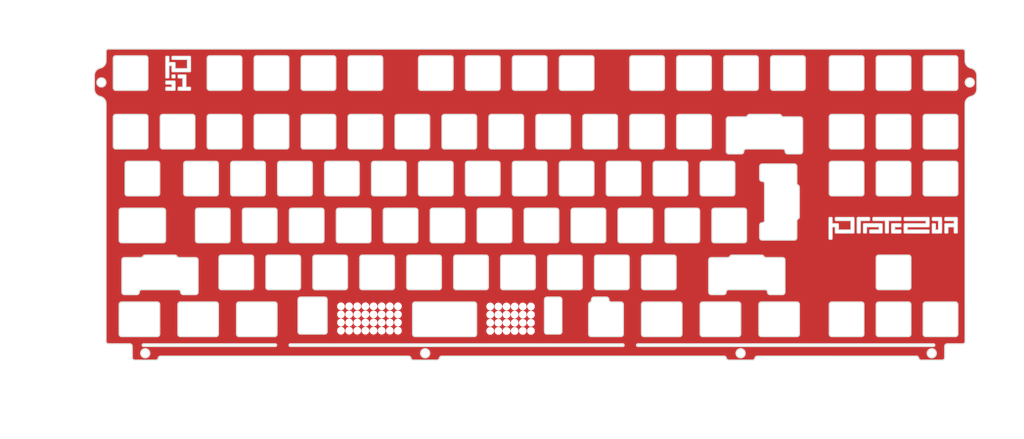
<source format=kicad_pcb>
(kicad_pcb (version 20221018) (generator pcbnew)
  (layers (0 "F.Cu" signal) (31 "B.Cu" signal) (34 "B.Paste" user) (35 "F.Paste" user) (36 "B.SilkS" user "B.Silkscreen") (37 "F.SilkS" user "F.Silkscreen") (38 "B.Mask" user) (39 "F.Mask" user) (44 "Edge.Cuts" user))
  (net 0 "")
  (footprint "MountingHole:MountingHole_2.5mm" (layer "F.Cu") (at 143.0401 146.4711 90)
    (fp_text reference "REF**" hide)
    (fp_text value "MountingHole_2.5mm" hide)
    (pad "" np_thru_hole circle (at 0 0 90) (size 2.5 2.5) (drill 2.5) (layers "*.Cu" "*.Mask"))
  )
  (footprint "MountingHole:MountingHole_2.5mm" (layer "F.Cu") (at 156.2401 146.4711 90)
    (fp_text reference "REF**" hide)
    (fp_text value "MountingHole_2.5mm" hide)
    (pad "" np_thru_hole circle (at 0 0 90) (size 2.5 2.5) (drill 2.5) (layers "*.Cu" "*.Mask"))
  )
  (footprint "MountingHole:MountingHole_2.5mm" (layer "F.Cu") (at 149.6401 149.7711 90)
    (fp_text reference "REF**" hide)
    (fp_text value "MountingHole_2.5mm" hide)
    (pad "" np_thru_hole circle (at 0 0 90) (size 2.5 2.5) (drill 2.5) (layers "*.Cu" "*.Mask"))
  )
  (footprint "MountingHole:MountingHole_2.5mm" (layer "F.Cu") (at 146.3401 146.4711 90)
    (fp_text reference "REF**" hide)
    (fp_text value "MountingHole_2.5mm" hide)
    (pad "" np_thru_hole circle (at 0 0 90) (size 2.5 2.5) (drill 2.5) (layers "*.Cu" "*.Mask"))
  )
  (footprint "MountingHole:MountingHole_2.5mm" (layer "F.Cu") (at 149.6401 139.8711 90)
    (fp_text reference "REF**" hide)
    (fp_text value "MountingHole_2.5mm" hide)
    (pad "" np_thru_hole circle (at 0 0 90) (size 2.5 2.5) (drill 2.5) (layers "*.Cu" "*.Mask"))
  )
  (footprint "MountingHole:MountingHole_2.5mm" (layer "F.Cu") (at 143.0401 143.1711 90)
    (fp_text reference "REF**" hide)
    (fp_text value "MountingHole_2.5mm" hide)
    (pad "" np_thru_hole circle (at 0 0 90) (size 2.5 2.5) (drill 2.5) (layers "*.Cu" "*.Mask"))
  )
  (footprint "MountingHole:MountingHole_2.5mm" (layer "F.Cu") (at 143.0401 139.8711 90)
    (fp_text reference "REF**" hide)
    (fp_text value "MountingHole_2.5mm" hide)
    (pad "" np_thru_hole circle (at 0 0 90) (size 2.5 2.5) (drill 2.5) (layers "*.Cu" "*.Mask"))
  )
  (footprint "MountingHole:MountingHole_2.5mm" (layer "F.Cu") (at 159.5401 139.8711 90)
    (fp_text reference "REF**" hide)
    (fp_text value "MountingHole_2.5mm" hide)
    (pad "" np_thru_hole circle (at 0 0 90) (size 2.5 2.5) (drill 2.5) (layers "*.Cu" "*.Mask"))
  )
  (footprint "MountingHole:MountingHole_2.5mm" (layer "F.Cu") (at 146.3401 143.1711 90)
    (fp_text reference "REF**" hide)
    (fp_text value "MountingHole_2.5mm" hide)
    (pad "" np_thru_hole circle (at 0 0 90) (size 2.5 2.5) (drill 2.5) (layers "*.Cu" "*.Mask"))
  )
  (footprint "MountingHole:MountingHole_2.5mm" (layer "F.Cu") (at 152.9401 143.1711 90)
    (fp_text reference "REF**" hide)
    (fp_text value "MountingHole_2.5mm" hide)
    (pad "" np_thru_hole circle (at 0 0 90) (size 2.5 2.5) (drill 2.5) (layers "*.Cu" "*.Mask"))
  )
  (footprint "MountingHole:MountingHole_2.5mm" (layer "F.Cu") (at 146.3401 149.7711 90)
    (fp_text reference "REF**" hide)
    (fp_text value "MountingHole_2.5mm" hide)
    (pad "" np_thru_hole circle (at 0 0 90) (size 2.5 2.5) (drill 2.5) (layers "*.Cu" "*.Mask"))
  )
  (footprint "MountingHole:MountingHole_2.5mm" (layer "F.Cu") (at 146.3401 139.8711 90)
    (fp_text reference "REF**" hide)
    (fp_text value "MountingHole_2.5mm" hide)
    (pad "" np_thru_hole circle (at 0 0 90) (size 2.5 2.5) (drill 2.5) (layers "*.Cu" "*.Mask"))
  )
  (footprint "MountingHole:MountingHole_2.5mm" (layer "F.Cu") (at 152.9401 139.8711 90)
    (fp_text reference "REF**" hide)
    (fp_text value "MountingHole_2.5mm" hide)
    (pad "" np_thru_hole circle (at 0 0 90) (size 2.5 2.5) (drill 2.5) (layers "*.Cu" "*.Mask"))
  )
  (footprint "MountingHole:MountingHole_2.5mm" (layer "F.Cu") (at 149.6401 146.4711 90)
    (fp_text reference "REF**" hide)
    (fp_text value "MountingHole_2.5mm" hide)
    (pad "" np_thru_hole circle (at 0 0 90) (size 2.5 2.5) (drill 2.5) (layers "*.Cu" "*.Mask"))
  )
  (footprint "MountingHole:MountingHole_2.5mm" (layer "F.Cu") (at 152.9401 149.7711 90)
    (fp_text reference "REF**" hide)
    (fp_text value "MountingHole_2.5mm" hide)
    (pad "" np_thru_hole circle (at 0 0 90) (size 2.5 2.5) (drill 2.5) (layers "*.Cu" "*.Mask"))
  )
  (footprint "MountingHole:MountingHole_2.5mm" (layer "F.Cu") (at 156.2401 149.7711 90)
    (fp_text reference "REF**" hide)
    (fp_text value "MountingHole_2.5mm" hide)
    (pad "" np_thru_hole circle (at 0 0 90) (size 2.5 2.5) (drill 2.5) (layers "*.Cu" "*.Mask"))
  )
  (footprint "MountingHole:MountingHole_2.5mm" (layer "F.Cu") (at 156.2401 143.1711 90)
    (fp_text reference "REF**" hide)
    (fp_text value "MountingHole_2.5mm" hide)
    (pad "" np_thru_hole circle (at 0 0 90) (size 2.5 2.5) (drill 2.5) (layers "*.Cu" "*.Mask"))
  )
  (footprint "MountingHole:MountingHole_2.5mm" (layer "F.Cu") (at 149.6401 143.1711 90)
    (fp_text reference "REF**" hide)
    (fp_text value "MountingHole_2.5mm" hide)
    (pad "" np_thru_hole circle (at 0 0 90) (size 2.5 2.5) (drill 2.5) (layers "*.Cu" "*.Mask"))
  )
  (footprint "MountingHole:MountingHole_2.5mm" (layer "F.Cu") (at 152.9401 146.4711 90)
    (fp_text reference "REF**" hide)
    (fp_text value "MountingHole_2.5mm" hide)
    (pad "" np_thru_hole circle (at 0 0 90) (size 2.5 2.5) (drill 2.5) (layers "*.Cu" "*.Mask"))
  )
  (footprint "MountingHole:MountingHole_2.5mm" (layer "F.Cu") (at 156.2401 139.8711 90)
    (fp_text reference "REF**" hide)
    (fp_text value "MountingHole_2.5mm" hide)
    (pad "" np_thru_hole circle (at 0 0 90) (size 2.5 2.5) (drill 2.5) (layers "*.Cu" "*.Mask"))
  )
  (footprint "MountingHole:MountingHole_2.5mm" (layer "F.Cu") (at 159.5401 149.7711 90)
    (fp_text reference "REF**" hide)
    (fp_text value "MountingHole_2.5mm" hide)
    (pad "" np_thru_hole circle (at 0 0 90) (size 2.5 2.5) (drill 2.5) (layers "*.Cu" "*.Mask"))
  )
  (footprint "MountingHole:MountingHole_2.5mm" (layer "F.Cu") (at 159.5401 146.4711 90)
    (fp_text reference "REF**" hide)
    (fp_text value "MountingHole_2.5mm" hide)
    (pad "" np_thru_hole circle (at 0 0 90) (size 2.5 2.5) (drill 2.5) (layers "*.Cu" "*.Mask"))
  )
  (footprint "MountingHole:MountingHole_2.5mm" (layer "F.Cu") (at 159.5401 143.1711 90)
    (fp_text reference "REF**" hide)
    (fp_text value "MountingHole_2.5mm" hide)
    (pad "" np_thru_hole circle (at 0 0 90) (size 2.5 2.5) (drill 2.5) (layers "*.Cu" "*.Mask"))
  )
  (footprint "MountingHole:MountingHole_2.5mm" (layer "F.Cu") (at 143.0401 149.7711 90)
    (fp_text reference "REF**" hide)
    (fp_text value "MountingHole_2.5mm" hide)
    (pad "" np_thru_hole circle (at 0 0 90) (size 2.5 2.5) (drill 2.5) (layers "*.Cu" "*.Mask"))
  )
  (footprint "MountingHole:MountingHole_2.5mm" (layer "F.Cu") (at 82.4865 149.6949 90)
    (fp_text reference "REF**" hide)
    (fp_text value "MountingHole_2.5mm" hide)
    (pad "" np_thru_hole circle (at 0 0 90) (size 2.5 2.5) (drill 2.5) (layers "*.Cu" "*.Mask"))
  )
  (footprint "MountingHole:MountingHole_2.5mm" (layer "F.Cu") (at 102.2865 143.0949 90)
    (fp_text reference "REF**" hide)
    (fp_text value "MountingHole_2.5mm" hide)
    (pad "" np_thru_hole circle (at 0 0 90) (size 2.5 2.5) (drill 2.5) (layers "*.Cu" "*.Mask"))
  )
  (footprint "MountingHole:MountingHole_2.5mm" (layer "F.Cu") (at 105.5865 146.3949 90)
    (fp_text reference "REF**" hide)
    (fp_text value "MountingHole_2.5mm" hide)
    (pad "" np_thru_hole circle (at 0 0 90) (size 2.5 2.5) (drill 2.5) (layers "*.Cu" "*.Mask"))
  )
  (footprint "MountingHole:MountingHole_2.5mm" (layer "F.Cu") (at 102.2865 139.7949 90)
    (fp_text reference "REF**" hide)
    (fp_text value "MountingHole_2.5mm" hide)
    (pad "" np_thru_hole circle (at 0 0 90) (size 2.5 2.5) (drill 2.5) (layers "*.Cu" "*.Mask"))
  )
  (footprint "MountingHole:MountingHole_2.5mm" (layer "F.Cu") (at 98.9865 143.0949 90)
    (fp_text reference "REF**" hide)
    (fp_text value "MountingHole_2.5mm" hide)
    (pad "" np_thru_hole circle (at 0 0 90) (size 2.5 2.5) (drill 2.5) (layers "*.Cu" "*.Mask"))
  )
  (footprint "MountingHole:MountingHole_2.5mm" (layer "F.Cu") (at 98.9865 146.3949 90)
    (fp_text reference "REF**" hide)
    (fp_text value "MountingHole_2.5mm" hide)
    (pad "" np_thru_hole circle (at 0 0 90) (size 2.5 2.5) (drill 2.5) (layers "*.Cu" "*.Mask"))
  )
  (footprint "MountingHole:MountingHole_2.5mm" (layer "F.Cu") (at 98.9865 149.6949 90)
    (fp_text reference "REF**" hide)
    (fp_text value "MountingHole_2.5mm" hide)
    (pad "" np_thru_hole circle (at 0 0 90) (size 2.5 2.5) (drill 2.5) (layers "*.Cu" "*.Mask"))
  )
  (footprint "MountingHole:MountingHole_2.5mm" (layer "F.Cu") (at 95.6865 139.7949 90)
    (fp_text reference "REF**" hide)
    (fp_text value "MountingHole_2.5mm" hide)
    (pad "" np_thru_hole circle (at 0 0 90) (size 2.5 2.5) (drill 2.5) (layers "*.Cu" "*.Mask"))
  )
  (footprint "MountingHole:MountingHole_2.5mm" (layer "F.Cu") (at 92.3865 146.3949 90)
    (fp_text reference "REF**" hide)
    (fp_text value "MountingHole_2.5mm" hide)
    (pad "" np_thru_hole circle (at 0 0 90) (size 2.5 2.5) (drill 2.5) (layers "*.Cu" "*.Mask"))
  )
  (footprint "MountingHole:MountingHole_2.5mm" (layer "F.Cu") (at 89.0865 143.0949 90)
    (fp_text reference "REF**" hide)
    (fp_text value "MountingHole_2.5mm" hide)
    (pad "" np_thru_hole circle (at 0 0 90) (size 2.5 2.5) (drill 2.5) (layers "*.Cu" "*.Mask"))
  )
  (footprint "MountingHole:MountingHole_2.5mm" (layer "F.Cu") (at 95.6865 143.0949 90)
    (fp_text reference "REF**" hide)
    (fp_text value "MountingHole_2.5mm" hide)
    (pad "" np_thru_hole circle (at 0 0 90) (size 2.5 2.5) (drill 2.5) (layers "*.Cu" "*.Mask"))
  )
  (footprint "MountingHole:MountingHole_2.5mm" (layer "F.Cu") (at 95.6865 149.6949 90)
    (fp_text reference "REF**" hide)
    (fp_text value "MountingHole_2.5mm" hide)
    (pad "" np_thru_hole circle (at 0 0 90) (size 2.5 2.5) (drill 2.5) (layers "*.Cu" "*.Mask"))
  )
  (footprint "MountingHole:MountingHole_2.5mm" (layer "F.Cu") (at 92.3865 149.6949 90)
    (fp_text reference "REF**" hide)
    (fp_text value "MountingHole_2.5mm" hide)
    (pad "" np_thru_hole circle (at 0 0 90) (size 2.5 2.5) (drill 2.5) (layers "*.Cu" "*.Mask"))
  )
  (footprint "MountingHole:MountingHole_2.5mm" (layer "F.Cu") (at 102.2865 149.6949 90)
    (fp_text reference "REF**" hide)
    (fp_text value "MountingHole_2.5mm" hide)
    (pad "" np_thru_hole circle (at 0 0 90) (size 2.5 2.5) (drill 2.5) (layers "*.Cu" "*.Mask"))
  )
  (footprint "MountingHole:MountingHole_2.5mm" (layer "F.Cu") (at 89.0865 146.3949 90)
    (fp_text reference "REF**" hide)
    (fp_text value "MountingHole_2.5mm" hide)
    (pad "" np_thru_hole circle (at 0 0 90) (size 2.5 2.5) (drill 2.5) (layers "*.Cu" "*.Mask"))
  )
  (footprint "MountingHole:MountingHole_2.5mm" (layer "F.Cu") (at 92.3865 139.7949 90)
    (fp_text reference "REF**" hide)
    (fp_text value "MountingHole_2.5mm" hide)
    (pad "" np_thru_hole circle (at 0 0 90) (size 2.5 2.5) (drill 2.5) (layers "*.Cu" "*.Mask"))
  )
  (footprint "MountingHole:MountingHole_2.5mm" (layer "F.Cu") (at 105.5865 143.0949 90)
    (fp_text reference "REF**" hide)
    (fp_text value "MountingHole_2.5mm" hide)
    (pad "" np_thru_hole circle (at 0 0 90) (size 2.5 2.5) (drill 2.5) (layers "*.Cu" "*.Mask"))
  )
  (footprint "MountingHole:MountingHole_2.5mm" (layer "F.Cu") (at 85.7865 139.7949 90)
    (fp_text reference "REF**" hide)
    (fp_text value "MountingHole_2.5mm" hide)
    (pad "" np_thru_hole circle (at 0 0 90) (size 2.5 2.5) (drill 2.5) (layers "*.Cu" "*.Mask"))
  )
  (footprint "MountingHole:MountingHole_2.5mm" (layer "F.Cu") (at 85.7865 149.6949 90)
    (fp_text reference "REF**" hide)
    (fp_text value "MountingHole_2.5mm" hide)
    (pad "" np_thru_hole circle (at 0 0 90) (size 2.5 2.5) (drill 2.5) (layers "*.Cu" "*.Mask"))
  )
  (footprint "MountingHole:MountingHole_2.5mm" (layer "F.Cu") (at 105.5865 149.6949 90)
    (fp_text reference "REF**" hide)
    (fp_text value "MountingHole_2.5mm" hide)
    (pad "" np_thru_hole circle (at 0 0 90) (size 2.5 2.5) (drill 2.5) (layers "*.Cu" "*.Mask"))
  )
  (footprint "MountingHole:MountingHole_2.5mm" (layer "F.Cu") (at 102.2865 146.3949 90)
    (fp_text reference "REF**" hide)
    (fp_text value "MountingHole_2.5mm" hide)
    (pad "" np_thru_hole circle (at 0 0 90) (size 2.5 2.5) (drill 2.5) (layers "*.Cu" "*.Mask"))
  )
  (footprint "MountingHole:MountingHole_2.5mm" (layer "F.Cu") (at 92.3865 143.0949 90)
    (fp_text reference "REF**" hide)
    (fp_text value "MountingHole_2.5mm" hide)
    (pad "" np_thru_hole circle (at 0 0 90) (size 2.5 2.5) (drill 2.5) (layers "*.Cu" "*.Mask"))
  )
  (footprint "MountingHole:MountingHole_2.5mm" (layer "F.Cu") (at 85.7865 143.0949 90)
    (fp_text reference "REF**" hide)
    (fp_text value "MountingHole_2.5mm" hide)
    (pad "" np_thru_hole circle (at 0 0 90) (size 2.5 2.5) (drill 2.5) (layers "*.Cu" "*.Mask"))
  )
  (footprint "MountingHole:MountingHole_2.5mm" (layer "F.Cu") (at 98.9865 139.7949 90)
    (fp_text reference "REF**" hide)
    (fp_text value "MountingHole_2.5mm" hide)
    (pad "" np_thru_hole circle (at 0 0 90) (size 2.5 2.5) (drill 2.5) (layers "*.Cu" "*.Mask"))
  )
  (footprint "MountingHole:MountingHole_2.5mm" (layer "F.Cu") (at 105.5865 139.7949 90)
    (fp_text reference "REF**" hide)
    (fp_text value "MountingHole_2.5mm" hide)
    (pad "" np_thru_hole circle (at 0 0 90) (size 2.5 2.5) (drill 2.5) (layers "*.Cu" "*.Mask"))
  )
  (footprint "MountingHole:MountingHole_2.5mm" (layer "F.Cu") (at 82.4865 139.7949 90)
    (fp_text reference "REF**" hide)
    (fp_text value "MountingHole_2.5mm" hide)
    (pad "" np_thru_hole circle (at 0 0 90) (size 2.5 2.5) (drill 2.5) (layers "*.Cu" "*.Mask"))
  )
  (footprint "MountingHole:MountingHole_2.5mm" (layer "F.Cu") (at 82.4865 143.0949 90)
    (fp_text reference "REF**" hide)
    (fp_text value "MountingHole_2.5mm" hide)
    (pad "" np_thru_hole circle (at 0 0 90) (size 2.5 2.5) (drill 2.5) (layers "*.Cu" "*.Mask"))
  )
  (footprint "MountingHole:MountingHole_2.5mm" (layer "F.Cu") (at 89.0865 139.7949 90)
    (fp_text reference "REF**" hide)
    (fp_text value "MountingHole_2.5mm" hide)
    (pad "" np_thru_hole circle (at 0 0 90) (size 2.5 2.5) (drill 2.5) (layers "*.Cu" "*.Mask"))
  )
  (footprint "MountingHole:MountingHole_2.5mm" (layer "F.Cu") (at 85.7865 146.3949 90)
    (fp_text reference "REF**" hide)
    (fp_text value "MountingHole_2.5mm" hide)
    (pad "" np_thru_hole circle (at 0 0 90) (size 2.5 2.5) (drill 2.5) (layers "*.Cu" "*.Mask"))
  )
  (footprint "MountingHole:MountingHole_2.5mm" (layer "F.Cu") (at 89.0865 149.6949 90)
    (fp_text reference "REF**" hide)
    (fp_text value "MountingHole_2.5mm" hide)
    (pad "" np_thru_hole circle (at 0 0 90) (size 2.5 2.5) (drill 2.5) (layers "*.Cu" "*.Mask"))
  )
  (footprint "MountingHole:MountingHole_2.5mm" (layer "F.Cu") (at 95.6865 146.3949 90)
    (fp_text reference "REF**" hide)
    (fp_text value "MountingHole_2.5mm" hide)
    (pad "" np_thru_hole circle (at 0 0 90) (size 2.5 2.5) (drill 2.5) (layers "*.Cu" "*.Mask"))
  )
  (footprint "MountingHole:MountingHole_2.5mm" (layer "F.Cu") (at 82.4865 146.3949 90)
    (fp_text reference "REF**" hide)
    (fp_text value "MountingHole_2.5mm" hide)
    (pad "" np_thru_hole circle (at 0 0 90) (size 2.5 2.5) (drill 2.5) (layers "*.Cu" "*.Mask"))
  )
  (gr_arc (start 8.393634 160.684983) (mid 8.756539 160.232523) (end 9.311775 160.064795) (stroke (width 0.3)) (layer "Edge.Cuts"))
  (gr_line (start 7.353265 161.659532) (end -1.219258 161.656039) (stroke (width 0.3)) (layer "Edge.Cuts"))
  (gr_line (start 8.393634 160.684983) (end 8.33252 160.862164) (stroke (width 0.3)) (layer "Edge.Cuts"))
  (gr_arc (start 122.414736 160.86211) (mid 122.762587 160.289332) (end 123.39398 160.064795) (stroke (width 0.3)) (layer "Edge.Cuts"))
  (gr_arc (start 2.353266 156.064793) (mid 1.999713 155.918347) (end 1.853266 155.564794) (stroke (width 0.3)) (layer "Edge.Cuts"))
  (gr_arc (start 315.881554 160.065169) (mid 316.512947 160.289706) (end 316.860798 160.862484) (stroke (width 0.3)) (layer "Edge.Cuts"))
  (gr_arc (start 327.481476 160.659799) (mid 327.188583 161.366906) (end 326.481476 161.659799) (stroke (width 0.3)) (layer "Edge.Cuts"))
  (gr_arc (start -17.624188 45.924991) (mid -16.955767 44.037183) (end -15.248341 42.990616) (stroke (width 0.3)) (layer "Edge.Cuts"))
  (gr_arc (start -15.248222 54.590695) (mid -16.955648 53.544128) (end -17.624069 51.65632) (stroke (width 0.3)) (layer "Edge.Cuts"))
  (gr_arc (start -15.248222 54.590695) (mid -13.540796 55.637262) (end -12.872375 57.52507) (stroke (width 0.3)) (layer "Edge.Cuts"))
  (gr_arc (start 338.115596 42.990637) (mid 339.823022 44.037204) (end 340.491443 45.925012) (stroke (width 0.3)) (layer "Edge.Cuts"))
  (gr_arc (start 338.115596 42.990637) (mid 336.40817 41.94407) (end 335.739749 40.056262) (stroke (width 0.3)) (layer "Edge.Cuts"))
  (gr_arc (start 335.739736 57.525083) (mid 336.408157 55.637275) (end 338.115583 54.590708) (stroke (width 0.3)) (layer "Edge.Cuts"))
  (gr_arc (start 340.49143 51.656333) (mid 339.823009 53.544141) (end 338.115583 54.590708) (stroke (width 0.3)) (layer "Edge.Cuts"))
  (gr_arc (start 111.793951 161.659425) (mid 111.162558 161.434888) (end 110.814707 160.86211) (stroke (width 0.3)) (layer "Edge.Cuts"))
  (gr_arc (start 109.835463 160.064795) (mid 110.466856 160.289332) (end 110.814707 160.86211) (stroke (width 0.3)) (layer "Edge.Cuts"))
  (gr_arc (start 232.999 100.965003) (mid 233.291893 100.257896) (end 233.999 99.965003) (stroke (width 0.3)) (layer "Edge.Cuts"))
  (gr_line (start 252.398497 83.003501) (end 252.398496 88.003501) (stroke (width 0.3)) (layer "Edge.Cuts"))
  (gr_line (start 267.398496 89.70945) (end 267.398497 83.003501) (stroke (width 0.3)) (layer "Edge.Cuts"))
  (gr_line (start 268.398496 103.441501) (end 268.398496 91.441501) (stroke (width 0.3)) (layer "Edge.Cuts"))
  (gr_line (start 253.414189 112.879378) (end 266.398496 112.879501) (stroke (width 0.3)) (layer "Edge.Cuts"))
  (gr_line (start 254.398496 90.003501) (end 254.398496 104.879501) (stroke (width 0.3)) (layer "Edge.Cuts"))
  (gr_arc (start 267.398496 105.173552) (mid 267.532471 104.673552) (end 267.898496 104.307527) (stroke (width 0.3)) (layer "Edge.Cuts"))
  (gr_arc (start 253.398496 89.003501) (mid 254.105603 89.296394) (end 254.398496 90.003501) (stroke (width 0.3)) (layer "Edge.Cuts"))
  (gr_arc (start 267.398501 111.879501) (mid 267.10444 112.587776) (end 266.3952 112.879501) (stroke (width 0.3)) (layer "Edge.Cuts"))
  (gr_arc (start 233.999 113.965003) (mid 233.291893 113.67211) (end 232.999 112.965003) (stroke (width 0.3)) (layer "Edge.Cuts"))
  (gr_arc (start 268.398497 103.441501) (mid 268.264522 103.941502) (end 267.898496 104.307527) (stroke (width 0.3)) (layer "Edge.Cuts"))
  (gr_line (start 245.999 99.965003) (end 233.999 99.965003) (stroke (width 0.3)) (layer "Edge.Cuts"))
  (gr_line (start 232.999 100.965003) (end 232.999 112.965003) (stroke (width 0.3)) (layer "Edge.Cuts"))
  (gr_arc (start 267.898496 90.575475) (mid 267.532471 90.20945) (end 267.398496 89.70945) (stroke (width 0.3)) (layer "Edge.Cuts"))
  (gr_line (start 233.999 113.965003) (end 245.999 113.965003) (stroke (width 0.3)) (layer "Edge.Cuts"))
  (gr_arc (start 267.898496 90.575476) (mid 268.264521 90.941501) (end 268.398496 91.441501) (stroke (width 0.3)) (layer "Edge.Cuts"))
  (gr_arc (start 254.398496 104.879501) (mid 254.105603 105.586608) (end 253.398496 105.879501) (stroke (width 0.3)) (layer "Edge.Cuts"))
  (gr_arc (start 253.398496 89.003501) (mid 252.691389 88.710608) (end 252.398496 88.003501) (stroke (width 0.3)) (layer "Edge.Cuts"))
  (gr_arc (start 246.999 112.965003) (mid 246.706107 113.67211) (end 245.999 113.965003) (stroke (width 0.3)) (layer "Edge.Cuts"))
  (gr_arc (start 253.414189 112.879378) (mid 252.696959 112.592135) (end 252.398496 111.879501) (stroke (width 0.3)) (layer "Edge.Cuts"))
  (gr_arc (start 266.398497 82.003501) (mid 267.105604 82.296394) (end 267.398497 83.003501) (stroke (width 0.3)) (layer "Edge.Cuts"))
  (gr_arc (start 252.398497 83.003501) (mid 252.69139 82.296394) (end 253.398497 82.003501) (stroke (width 0.3)) (layer "Edge.Cuts"))
  (gr_line (start 252.398496 106.879501) (end 252.398496 111.879501) (stroke (width 0.3)) (layer "Edge.Cuts"))
  (gr_line (start 266.398497 82.003501) (end 253.398497 82.003501) (stroke (width 0.3)) (layer "Edge.Cuts"))
  (gr_line (start 267.398501 111.879501) (end 267.398496 105.173552) (stroke (width 0.3)) (layer "Edge.Cuts"))
  (gr_line (start 246.999 112.965003) (end 246.999 100.965003) (stroke (width 0.3)) (layer "Edge.Cuts"))
  (gr_arc (start 245.999 99.965003) (mid 246.706107 100.257896) (end 246.999 100.965003) (stroke (width 0.3)) (layer "Edge.Cuts"))
  (gr_arc (start 252.398496 106.879501) (mid 252.691389 106.172394) (end 253.398496 105.879501) (stroke (width 0.3)) (layer "Edge.Cuts"))
  (gr_arc (start 189.865 112.965001) (mid 189.572107 113.672108) (end 188.865 113.965001) (stroke (width 0.3)) (layer "Edge.Cuts"))
  (gr_line (start 282.959845 107.577844) (end 283.034493 107.712683) (stroke (width 0.187858)) (layer "Edge.Cuts"))
  (gr_arc (start 66.039999 132.014997) (mid 65.747106 132.722104) (end 65.039999 133.014997) (stroke (width 0.3)) (layer "Edge.Cuts"))
  (gr_arc (start 133.002501 81.914999) (mid 133.295394 81.207892) (end 134.002501 80.914999) (stroke (width 0.3)) (layer "Edge.Cuts"))
  (gr_line (start 122.19 119.014999) (end 110.19 119.014999) (stroke (width 0.3)) (layer "Edge.Cuts"))
  (gr_line (start -7.491251 139.064995) (end -7.491251 151.064995) (stroke (width 0.3)) (layer "Edge.Cuts"))
  (gr_line (start 294.46103 106.476708) (end 294.46103 109.774499) (stroke (width 0.187858)) (layer "Edge.Cuts"))
  (gr_line (start 246.864501 75.865003) (end 261.740501 75.865003) (stroke (width 0.3)) (layer "Edge.Cuts"))
  (gr_arc (start 62.565 113.964997) (mid 61.857893 113.672104) (end 61.565 112.964997) (stroke (width 0.3)) (layer "Edge.Cuts"))
  (gr_line (start -9.872499 74.864995) (end -9.872499 62.864995) (stroke (width 0.3)) (layer "Edge.Cuts"))
  (gr_line (start 16.662614 52.054804) (end 16.617879 52.054804) (stroke (width 0.21675)) (layer "Edge.Cuts"))
  (gr_line (start 290.653724 103.95155) (end 290.653724 103.916118) (stroke (width 0.187858)) (layer "Edge.Cuts"))
  (gr_line (start 300.69 119.015004) (end 312.69 119.015004) (stroke (width 0.3)) (layer "Edge.Cuts"))
  (gr_arc (start 247.436475 62.365003) (mid 247.07045 62.731028) (end 246.57045 62.865003) (stroke (width 0.3)) (layer "Edge.Cuts"))
  (gr_arc (start 37.465 112.964997) (mid 37.172107 113.672104) (end 36.465 113.964997) (stroke (width 0.3)) (layer "Edge.Cuts"))
  (gr_arc (start 45.99 119.014997) (mid 46.697107 119.30789) (end 46.99 120.014997) (stroke (width 0.3)) (layer "Edge.Cuts"))
  (gr_line (start 303.348442 105.205749) (end 303.348442 109.774499) (stroke (width 0.187858)) (layer "Edge.Cuts"))
  (gr_arc (start 147.0025 93.915) (mid 146.709607 94.622107) (end 146.0025 94.915) (stroke (width 0.3)) (layer "Edge.Cuts"))
  (gr_line (start -6.49125 113.964995) (end 10.27125 113.964996) (stroke (width 0.3)) (layer "Edge.Cuts"))
  (gr_line (start 302.07934 109.774499) (end 302.07934 106.476708) (stroke (width 0.187858)) (layer "Edge.Cuts"))
  (gr_line (start 231.727501 75.865002) (end 219.727501 75.865002) (stroke (width 0.3)) (layer "Edge.Cuts"))
  (gr_line (start 23.471749 135.014996) (end 18.471749 135.014996) (stroke (width 0.3)) (layer "Edge.Cuts"))
  (gr_line (start 281.640002 52.052504) (end 293.640002 52.052504) (stroke (width 0.3)) (layer "Edge.Cuts"))
  (gr_line (start 322.391422 106.442652) (end 322.391422 106.487914) (stroke (width 0.187858)) (layer "Edge.Cuts"))
  (gr_line (start 41.227502 38.052497) (end 29.227502 38.052496) (stroke (width 0.3)) (layer "Edge.Cuts"))
  (gr_line (start 19.473352 45.850433) (end 19.547132 45.983705) (stroke (width 0.21675)) (layer "Edge.Cuts"))
  (gr_line (start 232.727501 62.865002) (end 232.727501 74.865002) (stroke (width 0.3)) (layer "Edge.Cuts"))
  (gr_line (start 331.282532 105.175881) (end 331.282532 105.221143) (stroke (width 0.187858)) (layer "Edge.Cuts"))
  (gr_line (start 12.859927 42.007209) (end 12.894972 42.007209) (stroke (width 0.21675)) (layer "Edge.Cuts"))
  (gr_arc (start 131.715 99.964999) (mid 132.422107 100.257892) (end 132.715 100.964999) (stroke (width 0.3)) (layer "Edge.Cuts"))
  (gr_arc (start 75.565 112.964998) (mid 75.272107 113.672105) (end 74.565 113.964998) (stroke (width 0.3)) (layer "Edge.Cuts"))
  (gr_line (start 300.690002 52.052504) (end 312.690002 52.052504) (stroke (width 0.3)) (layer "Edge.Cuts"))
  (gr_line (start 326.202942 103.95155) (end 326.203372 103.916118) (stroke (width 0.187858)) (layer "Edge.Cuts"))
  (gr_line (start 289.309028 108.699499) (end 289.174696 108.773682) (stroke (width 0.187858)) (layer "Edge.Cuts"))
  (gr_line (start 7.890001 80.914996) (end -4.109999 80.914996) (stroke (width 0.3)) (layer "Edge.Cuts"))
  (gr_line (start 332.298278 103.694496) (end 332.298278 103.694496) (stroke (width 0.187858)) (layer "Edge.Cuts"))
  (gr_line (start 13.973155 39.423294) (end 14.105967 39.497074) (stroke (width 0.21675)) (layer "Edge.Cuts"))
  (gr_line (start 332.33328 110.042776) (end 332.477502 109.968128) (stroke (width 0.187858)) (layer "Edge.Cuts"))
  (gr_line (start -17.624188 45.924991) (end -17.624069 51.65632) (stroke (width 0.3)) (layer "Edge.Cuts"))
  (gr_line (start 9.177501 74.864996) (end 9.177501 62.864996) (stroke (width 0.3)) (layer "Edge.Cuts"))
  (gr_line (start 16.48414 51.98102) (end 16.410819 51.847745) (stroke (width 0.21675)) (layer "Edge.Cuts"))
  (gr_arc (start 213.677501 74.865002) (mid 213.384608 75.572109) (end 212.677501 75.865002) (stroke (width 0.3)) (layer "Edge.Cuts"))
  (gr_line (start 319.740002 38.052505) (end 331.740002 38.052505) (stroke (width 0.3)) (layer "Edge.Cuts"))
  (gr_line (start 300.69 94.915004) (end 312.69 94.915004) (stroke (width 0.3)) (layer "Edge.Cuts"))
  (gr_line (start 313.69 120.015004) (end 313.689999 132.015004) (stroke (width 0.3)) (layer "Edge.Cuts"))
  (gr_arc (start 3.127501 61.864996) (mid 3.834608 62.157889) (end 4.127501 62.864996) (stroke (width 0.3)) (layer "Edge.Cuts"))
  (gr_line (start 14.948028 45.77803) (end 15.081308 45.850892) (stroke (width 0.21675)) (layer "Edge.Cuts"))
  (gr_arc (start 47.277502 39.052497) (mid 47.570395 38.34539) (end 48.277502 38.052497) (stroke (width 0.3)) (layer "Edge.Cuts"))
  (gr_line (start 166.052502 51.0525) (end 166.052502 39.0525) (stroke (width 0.3)) (layer "Edge.Cuts"))
  (gr_arc (start 107.902501 80.914999) (mid 108.609608 81.207892) (end 108.902501 81.914999) (stroke (width 0.3)) (layer "Edge.Cuts"))
  (gr_line (start 170.815 100.965) (end 170.815 112.965) (stroke (width 0.3)) (layer "Edge.Cuts"))
  (gr_line (start -8.872499 61.864995) (end 3.127501 61.864996) (stroke (width 0.3)) (layer "Edge.Cuts"))
  (gr_line (start 60.277501 61.864997) (end 48.277501 61.864997) (stroke (width 0.3)) (layer "Edge.Cuts"))
  (gr_line (start 36.465 99.964997) (end 24.465 99.964996) (stroke (width 0.3)) (layer "Edge.Cuts"))
  (gr_line (start 280.713727 103.694496) (end 280.569086 103.77009) (stroke (width 0.187858)) (layer "Edge.Cuts"))
  (gr_arc (start 242.2525 93.915002) (mid 241.959607 94.622109) (end 241.2525 94.915002) (stroke (width 0.3)) (layer "Edge.Cuts"))
  (gr_line (start 280.639999 139.065004) (end 280.639999 151.065004) (stroke (width 0.3)) (layer "Edge.Cuts"))
  (gr_arc (start 170.815 112.965) (mid 170.522107 113.672107) (end 169.815 113.965) (stroke (width 0.3)) (layer "Edge.Cuts"))
  (gr_line (start 327.729528 103.694496) (end 327.693666 103.69398) (stroke (width 0.187858)) (layer "Edge.Cuts"))
  (gr_arc (start 32.702499 151.064997) (mid 32.409606 151.772104) (end 31.702499 152.064997) (stroke (width 0.3)) (layer "Edge.Cuts"))
  (gr_arc (start -8.872498 52.052495) (mid -9.579605 51.759602) (end -9.872498 51.052495) (stroke (width 0.3)) (layer "Edge.Cuts"))
  (gr_line (start 14.905613 40.757879) (end 13.124166 40.757879) (stroke (width 0.21675)) (layer "Edge.Cuts"))
  (gr_line (start 185.102502 39.052501) (end 185.102502 51.052501) (stroke (width 0.3)) (layer "Edge.Cuts"))
  (gr_line (start 21.358567 51.981481) (end 21.213302 52.055265) (stroke (width 0.21675)) (layer "Edge.Cuts"))
  (gr_arc (start 238.720749 134.015002) (mid 238.427856 134.722109) (end 237.720749 135.015002) (stroke (width 0.3)) (layer "Edge.Cuts"))
  (gr_line (start 328.66839 109.968128) (end 328.742522 109.833753) (stroke (width 0.187858)) (layer "Edge.Cuts"))
  (gr_arc (start 257.827502 52.052503) (mid 257.120395 51.75961) (end 256.827502 51.052503) (stroke (width 0.3)) (layer "Edge.Cuts"))
  (gr_arc (start 171.102501 81.915) (mid 171.395394 81.207893) (end 172.102501 80.915) (stroke (width 0.3)) (layer "Edge.Cuts"))
  (gr_line (start 331.207884 106.162232) (end 331.072692 106.236889) (stroke (width 0.187858)) (layer "Edge.Cuts"))
  (gr_line (start 283.109614 104.892201) (end 283.243989 104.966393) (stroke (width 0.187858)) (layer "Edge.Cuts"))
  (gr_line (start 296.79292 104.952393) (end 296.927338 104.877272) (stroke (width 0.187858)) (layer "Edge.Cuts"))
  (gr_circle (center 3.053266 158.862165) (end 1.253266 158.862165) (stroke (width 0.3)) (fill none) (layer "Edge.Cuts"))
  (gr_line (start 146.0025 94.915) (end 134.0025 94.914999) (stroke (width 0.3)) (layer "Edge.Cuts"))
  (gr_line (start 214.965 113.965002) (end 226.965 113.965002) (stroke (width 0.3)) (layer "Edge.Cuts"))
  (gr_line (start 11.389767 48.532515) (end 11.389767 49.285113) (stroke (width 0.21675)) (layer "Edge.Cuts"))
  (gr_line (start 12.643644 40.545294) (end 12.643644 40.501009) (stroke (width 0.21675)) (layer "Edge.Cuts"))
  (gr_line (start 11.595903 50.800927) (end 11.464012 50.872871) (stroke (width 0.21675)) (layer "Edge.Cuts"))
  (gr_line (start 298.346252 104.877736) (end 298.480584 104.952393) (stroke (width 0.187858)) (layer "Edge.Cuts"))
  (gr_line (start 21.178197 52.054804) (end 21.178197 52.054804) (stroke (width 0.21675)) (layer "Edge.Cuts"))
  (gr_line (start 107.902501 80.914999) (end 95.902501 80.914998) (stroke (width 0.3)) (layer "Edge.Cuts"))
  (gr_arc (start 229.2525 94.915002) (mid 228.545393 94.622109) (end 228.2525 93.915002) (stroke (width 0.3)) (layer "Edge.Cuts"))
  (gr_arc (start 79.327501 61.864998) (mid 80.034608 62.157891) (end 80.327501 62.864998) (stroke (width 0.3)) (layer "Edge.Cuts"))
  (gr_line (start 269.740501 76.865003) (end 269.740501 63.865003) (stroke (width 0.3)) (layer "Edge.Cuts"))
  (gr_line (start 15.40781 43.261469) (end 15.363542 43.261469) (stroke (width 0.21675)) (layer "Edge.Cuts"))
  (gr_line (start 292.17945 103.6828) (end 292.144018 103.6828) (stroke (width 0.187858)) (layer "Edge.Cuts"))
  (gr_line (start 175.865 112.965001) (end 175.865 100.965001) (stroke (width 0.3)) (layer "Edge.Cuts"))
  (gr_line (start 328.742522 107.757936) (end 328.742522 107.712683) (stroke (width 0.187858)) (layer "Edge.Cuts"))
  (gr_line (start 17.321249 138.064996) (end 31.702499 138.064997) (stroke (width 0.3)) (layer "Edge.Cuts"))
  (gr_line (start 227.965 112.965002) (end 227.965 100.965002) (stroke (width 0.3)) (layer "Edge.Cuts"))
  (gr_line (start 123.477501 74.864999) (end 123.477501 62.864999) (stroke (width 0.3)) (layer "Edge.Cuts"))
  (gr_arc (start 55.835463 155.064796) (mid 56.189016 155.211243) (end 56.335463 155.564796) (stroke (width 0.3)) (layer "Edge.Cuts"))
  (gr_line (start 41.133749 138.064997) (end 55.514999 138.064997) (stroke (width 0.3)) (layer "Edge.Cuts"))
  (gr_arc (start 85.377501 62.864998) (mid 85.670394 62.157891) (end 86.377501 61.864998) (stroke (width 0.3)) (layer "Edge.Cuts"))
  (gr_line (start 253.15875 119.015003) (end 241.15875 119.015002) (stroke (width 0.3)) (layer "Edge.Cuts"))
  (gr_arc (start 331.740001 80.915005) (mid 332.447108 81.207898) (end 332.740001 81.915005) (stroke (width 0.3)) (layer "Edge.Cuts"))
  (gr_line (start 55.515 99.964997) (end 43.515 99.964997) (stroke (width 0.3)) (layer "Edge.Cuts"))
  (gr_line (start 99.377502 39.052498) (end 99.377502 51.052498) (stroke (width 0.3)) (layer "Edge.Cuts"))
  (gr_line (start 241.252501 80.915002) (end 229.252501 80.915002) (stroke (width 0.3)) (layer "Edge.Cuts"))
  (gr_line (start 239.720749 133.015002) (end 254.596749 133.015003) (stroke (width 0.3)) (layer "Edge.Cuts"))
  (gr_line (start 321.124642 103.916118) (end 321.05094 103.77009) (stroke (width 0.187858)) (layer "Edge.Cuts"))
  (gr_line (start 123.39398 160.064795) (end 237.835712 160.064795) (stroke (width 0.3)) (layer "Edge.Cuts"))
  (gr_line (start 327.47342 106.490236) (end 327.47342 109.788964) (stroke (width 0.187858)) (layer "Edge.Cuts"))
  (gr_arc (start 299.690002 39.052504) (mid 299.982895 38.345397) (end 300.690002 38.052504) (stroke (width 0.3)) (layer "Edge.Cuts"))
  (gr_line (start 295.521582 110.028783) (end 295.65643 109.954127) (stroke (width 0.187858)) (layer "Edge.Cuts"))
  (gr_line (start 327.693666 103.69398) (end 327.547638 103.769144) (stroke (width 0.187858)) (layer "Edge.Cuts"))
  (gr_arc (start 28.227502 39.052496) (mid 28.520395 38.345389) (end 29.227502 38.052496) (stroke (width 0.3)) (layer "Edge.Cuts"))
  (gr_line (start 180.339999 132.015001) (end 180.34 120.015001) (stroke (width 0.3)) (layer "Edge.Cuts"))
  (gr_line (start 280.749186 103.694496) (end 280.713727 103.694496) (stroke (width 0.187858)) (layer "Edge.Cuts"))
  (gr_line (start 198.39 119.015001) (end 186.39 119.015001) (stroke (width 0.3)) (layer "Edge.Cuts"))
  (gr_line (start 297.000696 109.819287) (end 297.074828 109.953662) (stroke (width 0.187858)) (layer "Edge.Cuts"))
  (gr_line (start 320.905772 103.694496) (end 320.87077 103.694496) (stroke (width 0.187858)) (layer "Edge.Cuts"))
  (gr_line (start 293.446746 104.952393) (end 296.7482 104.952393) (stroke (width 0.187858)) (layer "Edge.Cuts"))
  (gr_line (start -12.87252 36.252501) (end -12.872494 40.056242) (stroke (width 0.3)) (layer "Edge.Cuts"))
  (gr_line (start 295.805296 107.567102) (end 295.939628 107.492919) (stroke (width 0.187858)) (layer "Edge.Cuts"))
  (gr_line (start 15.081308 46.95398) (end 14.948028 47.027301) (stroke (width 0.21675)) (layer "Edge.Cuts"))
  (gr_line (start 19.7025 94.914996) (end 31.7025 94.914997) (stroke (width 0.3)) (layer "Edge.Cuts"))
  (gr_arc (start 141.24 119.015) (mid 141.947107 119.307893) (end 142.24 120.015) (stroke (width 0.3)) (layer "Edge.Cuts"))
  (gr_arc (start 61.277502 51.052497) (mid 60.984609 51.759604) (end 60.277502 52.052497) (stroke (width 0.3)) (layer "Edge.Cuts"))
  (gr_line (start 293.19339 105.205749) (end 293.19339 105.160951) (stroke (width 0.187858)) (layer "Edge.Cuts"))
  (gr_arc (start 132.715 112.964999) (mid 132.422107 113.672106) (end 131.715 113.964999) (stroke (width 0.3)) (layer "Edge.Cuts"))
  (gr_line (start 99.665 100.964998) (end 99.665 112.964998) (stroke (width 0.3)) (layer "Edge.Cuts"))
  (gr_line (start 322.466586 109.969994) (end 322.613044 110.043713) (stroke (width 0.187858)) (layer "Edge.Cuts"))
  (gr_line (start 328.481476 155.064803) (end 334.739746 155.064803) (stroke (width 0.3)) (layer "Edge.Cuts"))
  (gr_line (start 297.001642 103.937102) (end 297.001642 103.90167) (stroke (width 0.187858)) (layer "Edge.Cuts"))
  (gr_line (start 66.039999 132.014998) (end 66.04 120.014998) (stroke (width 0.3)) (layer "Edge.Cuts"))
  (gr_line (start 306.14284 106.223352) (end 306.107322 106.222888) (stroke (width 0.187858)) (layer "Edge.Cuts"))
  (gr_line (start 323.872772 108.773682) (end 323.73844 108.699499) (stroke (width 0.187858)) (layer "Edge.Cuts"))
  (gr_line (start 321.05094 103.77009) (end 320.905772 103.694496) (stroke (width 0.187858)) (layer "Edge.Cuts"))
  (gr_arc (start 313.690001 74.865004) (mid 313.397108 75.572111) (end 312.690001 75.865004) (stroke (width 0.3)) (layer "Edge.Cuts"))
  (gr_line (start 18.290483 50.584185) (end 18.290483 50.549599) (stroke (width 0.21675)) (layer "Edge.Cuts"))
  (gr_line (start 86.377502 38.052498) (end 98.377502 38.052498) (stroke (width 0.3)) (layer "Edge.Cuts"))
  (gr_line (start 13.973155 38.315659) (end 13.899825 38.448429) (stroke (width 0.21675)) (layer "Edge.Cuts"))
  (gr_line (start 131.715 113.964999) (end 119.715 113.964999) (stroke (width 0.3)) (layer "Edge.Cuts"))
  (gr_line (start 313.690001 62.865004) (end 313.690001 74.865004) (stroke (width 0.3)) (layer "Edge.Cuts"))
  (gr_line (start 309.699972 103.891866) (end 309.624894 103.756588) (stroke (width 0.187858)) (layer "Edge.Cuts"))
  (gr_line (start 51.7525 93.914997) (end 51.752501 81.914997) (stroke (width 0.3)) (layer "Edge.Cuts"))
  (gr_line (start 294.46103 109.819287) (end 294.535248 109.954127) (stroke (width 0.187858)) (layer "Edge.Cuts"))
  (gr_line (start 312.311448 107.578772) (end 312.446296 107.504589) (stroke (width 0.187858)) (layer "Edge.Cuts"))
  (gr_line (start 319.740001 80.915005) (end 331.740001 80.915005) (stroke (width 0.3)) (layer "Edge.Cuts"))
  (gr_arc (start 294.639999 151.065004) (mid 294.347106 151.772111) (end 293.639999 152.065004) (stroke (width 0.3)) (layer "Edge.Cuts"))
  (gr_line (start 305.962669 106.297071) (end 305.888022 106.431446) (stroke (width 0.187858)) (layer "Edge.Cuts"))
  (gr_line (start 12.428288 38.242304) (end 12.393702 38.242304) (stroke (width 0.21675)) (layer "Edge.Cuts"))
  (gr_line (start 185.39 120.015001) (end 185.389999 132.015001) (stroke (width 0.3)) (layer "Edge.Cuts"))
  (gr_line (start 15.154629 46.776891) (end 15.154629 46.821167) (stroke (width 0.21675)) (layer "Edge.Cuts"))
  (gr_line (start 118.427501 62.864999) (end 118.427501 74.864999) (stroke (width 0.3)) (layer "Edge.Cuts"))
  (gr_line (start 280.640001 62.865004) (end 280.640001 74.865004) (stroke (width 0.3)) (layer "Edge.Cuts"))
  (gr_line (start 322.468822 104.892201) (end 322.60324 104.966393) (stroke (width 0.187858)) (layer "Edge.Cuts"))
  (gr_line (start 11.595903 48.282105) (end 11.46309 48.355426) (stroke (width 0.21675)) (layer "Edge.Cuts"))
  (gr_line (start 320.87077 108.772753) (end 312.491532 108.772753) (stroke (width 0.187858)) (layer "Edge.Cuts"))
  (gr_line (start 319.857002 106.024598) (end 319.782268 106.159437) (stroke (width 0.187858)) (layer "Edge.Cuts"))
  (gr_line (start 16.663532 50.8) (end 18.040991 50.8) (stroke (width 0.21675)) (layer "Edge.Cuts"))
  (gr_line (start 318.74 93.915005) (end 318.740001 81.915005) (stroke (width 0.3)) (layer "Edge.Cuts"))
  (gr_line (start 300.807916 107.746266) (end 300.807916 108.508656) (stroke (width 0.187858)) (layer "Edge.Cuts"))
  (gr_line (start 148.29 119.015) (end 160.29 119.015) (stroke (width 0.3)) (layer "Edge.Cuts"))
  (gr_line (start 127.952502 39.052499) (end 127.952502 51.052499) (stroke (width 0.3)) (layer "Edge.Cuts"))
  (gr_line (start 307.411942 107.492919) (end 309.443778 107.492919) (stroke (width 0.187858)) (layer "Edge.Cuts"))
  (gr_line (start 300.5537 108.762012) (end 297.253966 108.762012) (stroke (width 0.187858)) (layer "Edge.Cuts"))
  (gr_line (start 327.726776 110.043249) (end 328.489166 110.043249) (stroke (width 0.187858)) (layer "Edge.Cuts"))
  (gr_arc (start 22.177501 61.864996) (mid 22.884608 62.157889) (end 23.177501 62.864996) (stroke (width 0.3)) (layer "Edge.Cuts"))
  (gr_arc (start 56.335461 155.564796) (mid 56.189015 155.918348) (end 55.835463 156.064794) (stroke (width 0.3)) (layer "Edge.Cuts"))
  (gr_line (start 11.46309 38.315659) (end 11.389767 38.448429) (stroke (width 0.21675)) (layer "Edge.Cuts"))
  (gr_arc (start 250.456251 160.86211) (mid 250.804102 160.289332) (end 251.435495 160.064795) (stroke (width 0.3)) (layer "Edge.Cuts"))
  (gr_line (start 19.547132 45.983705) (end 19.547132 46.028432) (stroke (width 0.21675)) (layer "Edge.Cuts"))
  (gr_line (start 300.807486 108.543658) (end 300.732838 108.687828) (stroke (width 0.187858)) (layer "Edge.Cuts"))
  (gr_arc (start 114.952502 52.052499) (mid 114.245395 51.759606) (end 113.952502 51.052499) (stroke (width 0.3)) (layer "Edge.Cuts"))
  (gr_line (start 123.189999 132.014999) (end 123.19 120.014999) (stroke (width 0.3)) (layer "Edge.Cuts"))
  (gr_line (start 307.158586 107.701477) (end 307.232718 107.567102) (stroke (width 0.187858)) (layer "Edge.Cuts"))
  (gr_curve (pts (xy 250.031589 161.491554) (xy 249.949913 161.545988) (xy 249.860666 161.588101) (xy 249.766723 161.616537)) (stroke (width 0.3)) (layer "Edge.Cuts"))
  (gr_line (start 21.433282 51.054099) (end 21.433282 51.801631) (stroke (width 0.21675)) (layer "Edge.Cuts"))
  (gr_arc (start 9.177501 62.864996) (mid 9.470394 62.157889) (end 10.177501 61.864996) (stroke (width 0.3)) (layer "Edge.Cuts"))
  (gr_line (start 325.994392 110.043249) (end 326.128724 109.968592) (stroke (width 0.187858)) (layer "Edge.Cuts"))
  (gr_line (start 207.915 99.965001) (end 195.915 99.965001) (stroke (width 0.3)) (layer "Edge.Cuts"))
  (gr_line (start 282.018747 107.503651) (end 282.780209 107.503651) (stroke (width 0.187858)) (layer "Edge.Cuts"))
  (gr_arc (start 205.439999 152.065001) (mid 204.732892 151.772108) (end 204.439999 151.065001) (stroke (width 0.3)) (layer "Edge.Cuts"))
  (gr_line (start 15.081308 45.850892) (end 15.154629 45.983705) (stroke (width 0.21675)) (layer "Edge.Cuts"))
  (gr_arc (start 267.446249 138.065003) (mid 268.153356 138.357896) (end 268.446249 139.065003) (stroke (width 0.3)) (layer "Edge.Cuts"))
  (gr_line (start 281.546573 103.694496) (end 281.51158 103.694496) (stroke (width 0.187858)) (layer "Edge.Cuts"))
  (gr_line (start 280.495834 103.95155) (end 280.495834 112.328553) (stroke (width 0.187858)) (layer "Edge.Cuts"))
  (gr_line (start 80.615 112.964998) (end 80.615 100.964998) (stroke (width 0.3)) (layer "Edge.Cuts"))
  (gr_arc (start 75.827499 136.064998) (mid 76.534606 136.357891) (end 76.827499 137.064998) (stroke (width 0.3)) (layer "Edge.Cuts"))
  (gr_line (start 293.640002 38.052504) (end 281.640002 38.052504) (stroke (width 0.3)) (layer "Edge.Cuts"))
  (gr_line (start 155.527501 75.865) (end 143.527501 75.865) (stroke (width 0.3)) (layer "Edge.Cuts"))
  (gr_line (start 142.527501 74.865) (end 142.527501 62.865) (stroke (width 0.3)) (layer "Edge.Cuts"))
  (gr_arc (start 103.14 119.014999) (mid 103.847107 119.307892) (end 104.14 120.014999) (stroke (width 0.3)) (layer "Edge.Cuts"))
  (gr_line (start 229.252499 138.065002) (end 243.633749 138.065002) (stroke (width 0.3)) (layer "Edge.Cuts"))
  (gr_line (start 18.217154 47.106155) (end 18.084341 47.032826) (stroke (width 0.21675)) (layer "Edge.Cuts"))
  (gr_line (start 312.446296 107.504589) (end 312.491532 107.504589) (stroke (width 0.187858)) (layer "Edge.Cuts"))
  (gr_line (start 218.727502 51.052502) (end 218.727502 39.052502) (stroke (width 0.3)) (layer "Edge.Cuts"))
  (gr_line (start 12.393702 47.026366) (end 12.43797 47.026366) (stroke (width 0.21675)) (layer "Edge.Cuts"))
  (gr_line (start 3.127501 75.864996) (end -8.872499 75.864995) (stroke (width 0.3)) (layer "Edge.Cuts"))
  (gr_line (start 11.389767 46.820241) (end 11.46309 46.953053) (stroke (width 0.21675)) (layer "Edge.Cuts"))
  (gr_line (start 13.124166 40.752354) (end 12.894972 40.752354) (stroke (width 0.21675)) (layer "Edge.Cuts"))
  (gr_line (start 327.47342 103.95155) (end 327.47342 104.713037) (stroke (width 0.187858)) (layer "Edge.Cuts"))
  (gr_line (start 172.071249 150.065) (end 172.071249 137.065) (stroke (width 0.3)) (layer "Edge.Cuts"))
  (gr_arc (start 33.989999 133.014997) (mid 33.282892 132.722104) (end 32.989999 132.014997) (stroke (width 0.3)) (layer "Edge.Cuts"))
  (gr_line (start 251.435495 160.064795) (end 315.881554 160.065169) (stroke (width 0.3)) (layer "Edge.Cuts"))
  (gr_line (start 323.917578 108.773682) (end 323.872772 108.773682) (stroke (width 0.187858)) (layer "Edge.Cuts"))
  (gr_arc (start 110.189999 133.014999) (mid 109.482892 132.722106) (end 109.189999 132.014999) (stroke (width 0.3)) (layer "Edge.Cuts"))
  (gr_line (start 280.495834 112.373346) (end 280.57002 112.507721) (stroke (width 0.187858)) (layer "Edge.Cuts"))
  (gr_line (start 14.105041 44.514463) (end 14.149776 44.514463) (stroke (width 0.21675)) (layer "Edge.Cuts"))
  (gr_line (start 193.627501 75.865001) (end 181.627501 75.865001) (stroke (width 0.3)) (layer "Edge.Cuts"))
  (gr_line (start -11.871719 155.064794) (end -3.246735 155.064794) (stroke (width 0.3)) (layer "Edge.Cuts"))
  (gr_line (start 13.826045 50.727138) (end 13.692774 50.800927) (stroke (width 0.21675)) (layer "Edge.Cuts"))
  (gr_line (start 328.742522 109.833753) (end 328.742522 109.788964) (stroke (width 0.187858)) (layer "Edge.Cuts"))
  (gr_arc (start 332.740001 74.865005) (mid 332.447108 75.572112) (end 331.740001 75.865005) (stroke (width 0.3)) (layer "Edge.Cuts"))
  (gr_arc (start 214.965 113.965002) (mid 214.257893 113.672109) (end 213.965 112.965002) (stroke (width 0.3)) (layer "Edge.Cuts"))
  (gr_arc (start 8.33252 160.862164) (mid 7.984679 161.434978) (end 7.353265 161.659532) (stroke (width 0.3)) (layer "Edge.Cuts"))
  (gr_line (start 80.327501 74.864998) (end 80.327501 62.864998) (stroke (width 0.3)) (layer "Edge.Cuts"))
  (gr_line (start 166.071249 151.065) (end 171.071249 151.065) (stroke (width 0.3)) (layer "Edge.Cuts"))
  (gr_arc (start 70.8025 93.914998) (mid 70.509607 94.622105) (end 69.8025 94.914998) (stroke (width 0.3)) (layer "Edge.Cuts"))
  (gr_line (start 309.47878 110.043249) (end 309.624894 109.969056) (stroke (width 0.187858)) (layer "Edge.Cuts"))
  (gr_arc (start -5.404252 135.014996) (mid -6.111358 134.722102) (end -6.404251 134.014995) (stroke (width 0.3)) (layer "Edge.Cuts"))
  (gr_line (start 19.765718 50.803689) (end 19.801222 50.803689) (stroke (width 0.21675)) (layer "Edge.Cuts"))
  (gr_line (start 20.173412 39.712889) (end 20.173837 39.747484) (stroke (width 0.21675)) (layer "Edge.Cuts"))
  (gr_line (start 307.411942 108.772753) (end 307.367136 108.772753) (stroke (width 0.187858)) (layer "Edge.Cuts"))
  (gr_line (start 185.102501 81.915001) (end 185.1025 93.915001) (stroke (width 0.3)) (layer "Edge.Cuts"))
  (gr_line (start 324.859192 108.699499) (end 324.724774 108.773682) (stroke (width 0.187858)) (layer "Edge.Cuts"))
  (gr_line (start 14.903301 52.054804) (end 14.947569 52.054804) (stroke (width 0.21675)) (layer "Edge.Cuts"))
  (gr_line (start 13.905367 46.821167) (end 13.905367 46.776891) (stroke (width 0.21675)) (layer "Edge.Cuts"))
  (gr_arc (start 212.677502 38.052502) (mid 213.384609 38.345395) (end 213.677502 39.052502) (stroke (width 0.3)) (layer "Edge.Cuts"))
  (gr_arc (start 332.74 93.915005) (mid 332.447107 94.622112) (end 331.74 94.915005) (stroke (width 0.3)) (layer "Edge.Cuts"))
  (gr_line (start 124.477501 61.864999) (end 136.477501 61.864999) (stroke (width 0.3)) (layer "Edge.Cuts"))
  (gr_line (start 303.129142 104.951928) (end 303.273794 105.026112) (stroke (width 0.187858)) (layer "Edge.Cuts"))
  (gr_line (start 262.596749 134.015003) (end 262.59675 121.015003) (stroke (width 0.3)) (layer "Edge.Cuts"))
  (gr_line (start 117.427501 75.864999) (end 105.427501 75.864999) (stroke (width 0.3)) (layer "Edge.Cuts"))
  (gr_line (start 57.8025 94.914997) (end 69.8025 94.914998) (stroke (width 0.3)) (layer "Edge.Cuts"))
  (gr_line (start 14.155777 47.027301) (end 14.111042 47.027301) (stroke (width 0.21675)) (layer "Edge.Cuts"))
  (gr_line (start 22.177501 75.864996) (end 10.177501 75.864996) (stroke (width 0.3)) (layer "Edge.Cuts"))
  (gr_line (start 296.7482 104.952393) (end 296.79292 104.952393) (stroke (width 0.187858)) (layer "Edge.Cuts"))
  (gr_line (start 194.915 100.965001) (end 194.915 112.965001) (stroke (width 0.3)) (layer "Edge.Cuts"))
  (gr_line (start 301.825468 106.223352) (end 294.715332 106.223352) (stroke (width 0.187858)) (layer "Edge.Cuts"))
  (gr_line (start 13.899366 49.752256) (end 13.899825 49.78731) (stroke (width 0.21675)) (layer "Edge.Cuts"))
  (gr_arc (start 28.227501 62.864996) (mid 28.520394 62.157889) (end 29.227501 61.864996) (stroke (width 0.3)) (layer "Edge.Cuts"))
  (gr_arc (start 169.815 99.965) (mid 170.522107 100.257893) (end 170.815 100.965) (stroke (width 0.3)) (layer "Edge.Cuts"))
  (gr_arc (start 41.133749 152.064997) (mid 40.426642 151.772104) (end 40.133749 151.064997) (stroke (width 0.3)) (layer "Edge.Cuts"))
  (gr_line (start 14.155777 45.77803) (end 14.155777 45.77803) (stroke (width 0.21675)) (layer "Edge.Cuts"))
  (gr_arc (start 86.377501 75.864998) (mid 85.670394 75.572105) (end 85.377501 74.864998) (stroke (width 0.3)) (layer "Edge.Cuts"))
  (gr_line (start 171.071249 136.065) (end 166.071249 136.065) (stroke (width 0.3)) (layer "Edge.Cuts"))
  (gr_line (start 16.482754 46.959046) (end 16.408966 46.825307) (stroke (width 0.21675)) (layer "Edge.Cuts"))
  (gr_line (start 111.571249 139.064999) (end 111.571249 151.064999) (stroke (width 0.3)) (layer "Edge.Cuts"))
  (gr_line (start 280.569086 103.77009) (end 280.495368 103.916118) (stroke (width 0.187858)) (layer "Edge.Cuts"))
  (gr_line (start 104.427501 74.864999) (end 104.427501 62.864999) (stroke (width 0.3)) (layer "Edge.Cuts"))
  (gr_arc (start 331.739999 138.065005) (mid 332.447106 138.357898) (end 332.739999 139.065005) (stroke (width 0.3)) (layer "Edge.Cuts"))
  (gr_arc (start -9.872499 62.864995) (mid -9.579606 62.157888) (end -8.872499 61.864995) (stroke (width 0.3)) (layer "Edge.Cuts"))
  (gr_arc (start 318.740002 39.052505) (mid 319.032895 38.345398) (end 319.740002 38.052505) (stroke (width 0.3)) (layer "Edge.Cuts"))
  (gr_line (start 306.098034 110.043249) (end 306.14284 110.043249) (stroke (width 0.187858)) (layer "Edge.Cuts"))
  (gr_line (start 324.71497 104.966393) (end 324.859192 105.041041) (stroke (width 0.187858)) (layer "Edge.Cuts"))
  (gr_line (start 184.1025 94.915001) (end 172.1025 94.915) (stroke (width 0.3)) (layer "Edge.Cuts"))
  (gr_arc (start 280.640001 62.865004) (mid 280.932894 62.157897) (end 281.640001 61.865004) (stroke (width 0.3)) (layer "Edge.Cuts"))
  (gr_line (start 322.39469 104.713037) (end 322.39469 104.757826) (stroke (width 0.187858)) (layer "Edge.Cuts"))
  (gr_arc (start 114.9525 94.914999) (mid 114.245393 94.622106) (end 113.9525 93.914999) (stroke (width 0.3)) (layer "Edge.Cuts"))
  (gr_line (start 283.243989 103.694496) (end 283.108213 103.76966) (stroke (width 0.187858)) (layer "Edge.Cuts"))
  (gr_line (start 10.177501 61.864996) (end 22.177501 61.864996) (stroke (width 0.3)) (layer "Edge.Cuts"))
  (gr_arc (start 109.19 120.014999) (mid 109.482893 119.307892) (end 110.19 119.014999) (stroke (width 0.3)) (layer "Edge.Cuts"))
  (gr_arc (start 210.2025 94.915002) (mid 209.495393 94.622109) (end 209.2025 93.915002) (stroke (width 0.3)) (layer "Edge.Cuts"))
  (gr_curve (pts (xy 249.766723 161.616537) (xy 249.67278 161.644974) (xy 249.575159 161.659425) (xy 249.477007 161.659425)) (stroke (width 0.3)) (layer "Edge.Cuts"))
  (gr_line (start 19.801222 50.803689) (end 21.181427 50.803689) (stroke (width 0.21675)) (layer "Edge.Cuts"))
  (gr_line (start 319.6027 104.964063) (end 319.64742 104.964063) (stroke (width 0.187858)) (layer "Edge.Cuts"))
  (gr_line (start 12.43797 47.026366) (end 12.570782 46.953053) (stroke (width 0.21675)) (layer "Edge.Cuts"))
  (gr_line (start 283.243989 104.966393) (end 283.289243 104.966393) (stroke (width 0.187858)) (layer "Edge.Cuts"))
  (gr_line (start 12.894972 42.007209) (end 13.647579 42.007209) (stroke (width 0.21675)) (layer "Edge.Cuts"))
  (gr_line (start 205.439999 138.065001) (end 219.821249 138.065002) (stroke (width 0.3)) (layer "Edge.Cuts"))
  (gr_line (start 289.383246 108.565124) (end 289.309028 108.699499) (stroke (width 0.187858)) (layer "Edge.Cuts"))
  (gr_line (start 153.052502 52.0525) (end 165.052502 52.0525) (stroke (width 0.3)) (layer "Edge.Cuts"))
  (gr_line (start 307.367136 108.772753) (end 307.232718 108.698561) (stroke (width 0.187858)) (layer "Edge.Cuts"))
  (gr_arc (start 16.321249 139.064996) (mid 16.614142 138.357889) (end 17.321249 138.064996) (stroke (width 0.3)) (layer "Edge.Cuts"))
  (gr_line (start 280.57002 112.507721) (end 280.704395 112.581907) (stroke (width 0.187858)) (layer "Edge.Cuts"))
  (gr_arc (start 165.052502 38.0525) (mid 165.759609 38.345393) (end 166.052502 39.0525) (stroke (width 0.3)) (layer "Edge.Cuts"))
  (gr_arc (start 212.677501 61.865002) (mid 213.384608 62.157895) (end 213.677501 62.865002) (stroke (width 0.3)) (layer "Edge.Cuts"))
  (gr_line (start 298.272034 103.937102) (end 298.272034 104.698572) (stroke (width 0.187858)) (layer "Edge.Cuts"))
  (gr_line (start 66.327502 39.052498) (end 66.327502 51.052498) (stroke (width 0.3)) (layer "Edge.Cuts"))
  (gr_arc (start 94.615 112.964998) (mid 94.322107 113.672105) (end 93.615 113.964998) (stroke (width 0.3)) (layer "Edge.Cuts"))
  (gr_line (start 331.535974 110.043249) (end 332.298278 110.043249) (stroke (width 0.187858)) (layer "Edge.Cuts"))
  (gr_arc (start 190.152501 81.915001) (mid 190.445394 81.207894) (end 191.152501 80.915001) (stroke (width 0.3)) (layer "Edge.Cuts"))
  (gr_line (start 282.018747 106.234094) (end 281.973494 106.234094) (stroke (width 0.187858)) (layer "Edge.Cuts"))
  (gr_line (start 13.899825 39.246239) (end 13.899825 39.290524) (stroke (width 0.21675)) (layer "Edge.Cuts"))
  (gr_line (start 307.158586 107.746266) (end 307.158586 107.701477) (stroke (width 0.187858)) (layer "Edge.Cuts"))
  (gr_line (start 146.002502 38.0525) (end 134.002502 38.052499) (stroke (width 0.3)) (layer "Edge.Cuts"))
  (gr_line (start 21.213302 52.055265) (end 21.178197 52.054804) (stroke (width 0.21675)) (layer "Edge.Cuts"))
  (gr_line (start 298.52539 103.6828) (end 298.490388 103.6828) (stroke (width 0.187858)) (layer "Edge.Cuts"))
  (gr_line (start 14.150694 38.242304) (end 14.105967 38.242304) (stroke (width 0.21675)) (layer "Edge.Cuts"))
  (gr_line (start 161.29 120.015) (end 161.289999 132.015) (stroke (width 0.3)) (layer "Edge.Cuts"))
  (gr_line (start 281.764463 103.95155) (end 281.764463 103.916118) (stroke (width 0.187858)) (layer "Edge.Cuts"))
  (gr_line (start 319.857002 105.979809) (end 319.857002 106.024598) (stroke (width 0.187858)) (layer "Edge.Cuts"))
  (gr_line (start 65.071249 137.064997) (end 65.071249 150.064997) (stroke (width 0.3)) (layer "Edge.Cuts"))
  (gr_line (start 16.408966 46.781039) (end 16.408966 46.028432) (stroke (width 0.21675)) (layer "Edge.Cuts"))
  (gr_arc (start 80.327501 74.864998) (mid 80.034608 75.572105) (end 79.327501 75.864998) (stroke (width 0.3)) (layer "Edge.Cuts"))
  (gr_arc (start 98.377502 38.052498) (mid 99.084609 38.345391) (end 99.377502 39.052498) (stroke (width 0.3)) (layer "Edge.Cuts"))
  (gr_line (start 301.870274 106.223352) (end 301.825468 106.223352) (stroke (width 0.187858)) (layer "Edge.Cuts"))
  (gr_line (start 313.69 93.915004) (end 313.690001 81.915004) (stroke (width 0.3)) (layer "Edge.Cuts"))
  (gr_line (start 14.111042 45.77803) (end 14.155777 45.77803) (stroke (width 0.21675)) (layer "Edge.Cuts"))
  (gr_line (start 18.290483 50.549599) (end 18.290483 47.283236) (stroke (width 0.21675)) (layer "Edge.Cuts"))
  (gr_line (start 298.52539 104.952393) (end 303.09414 104.952393) (stroke (width 0.187858)) (layer "Edge.Cuts"))
  (gr_line (start 23.177501 62.864996) (end 23.177501 74.864996) (stroke (width 0.3)) (layer "Edge.Cuts"))
  (gr_line (start 331.072692 107.503651) (end 331.207884 107.577844) (stroke (width 0.187858)) (layer "Edge.Cuts"))
  (gr_line (start 290.444228 103.694496) (end 290.399422 103.694496) (stroke (width 0.187858)) (layer "Edge.Cuts"))
  (gr_line (start 50.752501 80.914997) (end 38.752501 80.914997) (stroke (width 0.3)) (layer "Edge.Cuts"))
  (gr_arc (start 203.152501 80.915001) (mid 203.859608 81.207894) (end 204.152501 81.915001) (stroke (width 0.3)) (layer "Edge.Cuts"))
  (gr_arc (start 228.252499 139.065002) (mid 228.545392 138.357895) (end 229.252499 138.065002) (stroke (width 0.3)) (layer "Edge.Cuts"))
  (gr_line (start 335.739746 154.064803) (end 335.739736 57.525083) (stroke (width 0.3)) (layer "Edge.Cuts"))
  (gr_line (start 184.008749 152.065001) (end 196.008749 152.065001) (stroke (width 0.3)) (layer "Edge.Cuts"))
  (gr_arc (start 104.427501 62.864999) (mid 104.720394 62.157892) (end 105.427501 61.864999) (stroke (width 0.3)) (layer "Edge.Cuts"))
  (gr_arc (start -7.49125 100.964995) (mid -7.198357 100.257888) (end -6.49125 99.964995) (stroke (width 0.3)) (layer "Edge.Cuts"))
  (gr_line (start 237.777502 51.052502) (end 237.777502 39.052502) (stroke (width 0.3)) (layer "Edge.Cuts"))
  (gr_line (start 294.715332 110.028783) (end 295.476776 110.028783) (stroke (width 0.187858)) (layer "Edge.Cuts"))
  (gr_line (start 21.211857 44.514463) (end 21.355337 44.441142) (stroke (width 0.21675)) (layer "Edge.Cuts"))
  (gr_line (start 310.96959 106.487914) (end 310.96959 109.788964) (stroke (width 0.187858)) (layer "Edge.Cuts"))
  (gr_line (start 12.644571 46.775973) (end 12.644571 42.260339) (stroke (width 0.21675)) (layer "Edge.Cuts"))
  (gr_arc (start 23.47175 120.014996) (mid 24.178857 120.307889) (end 24.47175 121.014996) (stroke (width 0.3)) (layer "Edge.Cuts"))
  (gr_line (start 290.444228 110.043249) (end 290.579076 109.968592) (stroke (width 0.187858)) (layer "Edge.Cuts"))
  (gr_arc (start 4.127502 51.052496) (mid 3.834609 51.759603) (end 3.127502 52.052496) (stroke (width 0.3)) (layer "Edge.Cuts"))
  (gr_arc (start 67.327502 52.052498) (mid 66.620395 51.759605) (end 66.327502 51.052498) (stroke (width 0.3)) (layer "Edge.Cuts"))
  (gr_line (start 328.742522 109.788964) (end 328.742522 107.757936) (stroke (width 0.187858)) (layer "Edge.Cuts"))
  (gr_line (start 309.624894 109.969056) (end 309.699972 109.833753) (stroke (width 0.187858)) (layer "Edge.Cuts"))
  (gr_line (start 320.905772 110.042776) (end 321.049994 109.968128) (stroke (width 0.187858)) (layer "Edge.Cuts"))
  (gr_line (start 251.777502 39.052503) (end 251.777502 51.052503) (stroke (width 0.3)) (layer "Edge.Cuts"))
  (gr_arc (start 184.008749 152.065001) (mid 183.301642 151.772108) (end 183.008749 151.065001) (stroke (width 0.3)) (layer "Edge.Cuts"))
  (gr_line (start 328.99734 107.503651) (end 331.027886 107.503651) (stroke (width 0.187858)) (layer "Edge.Cuts"))
  (gr_arc (start 137.477499 151.064999) (mid 137.184606 151.772106) (end 136.477499 152.064999) (stroke (width 0.3)) (layer "Edge.Cuts"))
  (gr_arc (start 165.052501 80.915) (mid 165.759608 81.207893) (end 166.052501 81.915) (stroke (width 0.3)) (layer "Edge.Cuts"))
  (gr_line (start 113.665 112.964999) (end 113.665 100.964999) (stroke (width 0.3)) (layer "Edge.Cuts"))
  (gr_line (start 307.232718 107.567102) (end 307.367136 107.492919) (stroke (width 0.187858)) (layer "Edge.Cuts"))
  (gr_line (start 328.81717 107.577844) (end 328.952018 107.503651) (stroke (width 0.187858)) (layer "Edge.Cuts"))
  (gr_line (start 16.408966 46.825307) (end 16.408966 46.781039) (stroke (width 0.21675)) (layer "Edge.Cuts"))
  (gr_line (start 322.391422 109.788964) (end 322.390992 109.824422) (stroke (width 0.187858)) (layer "Edge.Cuts"))
  (gr_line (start 11.462168 51.980097) (end 11.595442 52.054804) (stroke (width 0.21675)) (layer "Edge.Cuts"))
  (gr_arc (start 148.289999 133.015) (mid 147.582892 132.722107) (end 147.289999 132.015) (stroke (width 0.3)) (layer "Edge.Cuts"))
  (gr_line (start 37.752501 81.914997) (end 37.7525 93.914997) (stroke (width 0.3)) (layer "Edge.Cuts"))
  (gr_arc (start 299.689999 139.065004) (mid 299.982892 138.357897) (end 300.689999 138.065004) (stroke (width 0.3)) (layer "Edge.Cuts"))
  (gr_line (start 327.68197 106.236889) (end 327.547638 106.311072) (stroke (width 0.187858)) (layer "Edge.Cuts"))
  (gr_line (start 302.004692 106.297536) (end 301.870274 106.223352) (stroke (width 0.187858)) (layer "Edge.Cuts"))
  (gr_line (start 283.289243 110.043249) (end 290.399422 110.043249) (stroke (width 0.187858)) (layer "Edge.Cuts"))
  (gr_line (start 311.043292 104.890808) (end 311.187944 104.964063) (stroke (width 0.187858)) (layer "Edge.Cuts"))
  (gr_line (start 312.2368 108.520326) (end 312.2368 107.758874) (stroke (width 0.187858)) (layer "Edge.Cuts"))
  (gr_line (start 289.309028 105.041041) (end 289.383246 105.175881) (stroke (width 0.187858)) (layer "Edge.Cuts"))
  (gr_line (start 324.93384 108.565124) (end 324.859192 108.699499) (stroke (width 0.187858)) (layer "Edge.Cuts"))
  (gr_arc (start 213.965 100.965002) (mid 214.257893 100.257895) (end 214.965 99.965002) (stroke (width 0.3)) (layer "Edge.Cuts"))
  (gr_arc (start 190.127499 136.065001) (mid 190.834606 136.357894) (end 191.127499 137.065001) (stroke (width 0.3)) (layer "Edge.Cuts"))
  (gr_line (start 304.694084 105.026112) (end 304.83822 104.951464) (stroke (width 0.187858)) (layer "Edge.Cuts"))
  (gr_line (start 112.571249 152.064999) (end 136.477499 152.064999) (stroke (width 0.3)) (layer "Edge.Cuts"))
  (gr_arc (start 184.1275 137.269618) (mid 183.976212 137.798474) (end 183.568124 138.16731) (stroke (width 0.3)) (layer "Edge.Cuts"))
  (gr_line (start 229.2525 94.915002) (end 241.2525 94.915002) (stroke (width 0.3)) (layer "Edge.Cuts"))
  (gr_line (start 322.599972 106.234094) (end 322.46564 106.308277) (stroke (width 0.187858)) (layer "Edge.Cuts"))
  (gr_line (start 309.624894 107.418726) (end 309.699972 107.282958) (stroke (width 0.187858)) (layer "Edge.Cuts"))
  (gr_arc (start 231.72075 121.015002) (mid 232.013643 120.307895) (end 232.72075 120.015002) (stroke (width 0.3)) (layer "Edge.Cuts"))
  (gr_line (start 309.699972 107.282958) (end 309.699972 107.238161) (stroke (width 0.187858)) (layer "Edge.Cuts"))
  (gr_arc (start 180.339999 132.015001) (mid 180.047106 132.722108) (end 179.339999 133.015001) (stroke (width 0.3)) (layer "Edge.Cuts"))
  (gr_line (start 12.643644 38.448429) (end 12.570323 38.315659) (stroke (width 0.21675)) (layer "Edge.Cuts"))
  (gr_line (start 326.202942 109.823957) (end 326.202942 109.788964) (stroke (width 0.187858)) (layer "Edge.Cuts"))
  (gr_line (start 11.46309 49.462661) (end 11.605587 49.536441) (stroke (width 0.21675)) (layer "Edge.Cuts"))
  (gr_line (start 327.47342 109.833753) (end 327.547638 109.968128) (stroke (width 0.187858)) (layer "Edge.Cuts"))
  (gr_line (start 309.699972 109.788964) (end 309.699972 109.027503) (stroke (width 0.187858)) (layer "Edge.Cuts"))
  (gr_line (start 305.888022 106.431446) (end 305.888022 106.476708) (stroke (width 0.187858)) (layer "Edge.Cuts"))
  (gr_line (start 298.480584 104.952393) (end 298.52539 104.952393) (stroke (width 0.187858)) (layer "Edge.Cuts"))
  (gr_arc (start 128.24 120.014999) (mid 128.532893 119.307892) (end 129.24 119.014999) (stroke (width 0.3)) (layer "Edge.Cuts"))
  (gr_line (start 305.963616 109.969521) (end 306.098034 110.043249) (stroke (width 0.187858)) (layer "Edge.Cuts"))
  (gr_line (start 47.277502 51.052497) (end 47.277502 39.052497) (stroke (width 0.3)) (layer "Edge.Cuts"))
  (gr_line (start -9.872498 39.052495) (end -9.872498 51.052495) (stroke (width 0.3)) (layer "Edge.Cuts"))
  (gr_arc (start 313.69 93.915004) (mid 313.397107 94.622111) (end 312.69 94.915004) (stroke (width 0.3)) (layer "Edge.Cuts"))
  (gr_line (start 32.99 120.014997) (end 32.989999 132.014997) (stroke (width 0.3)) (layer "Edge.Cuts"))
  (gr_line (start 13.899825 38.448429) (end 13.899825 38.492714) (stroke (width 0.21675)) (layer "Edge.Cuts"))
  (gr_arc (start 312.689999 138.065004) (mid 313.397106 138.357897) (end 313.689999 139.065004) (stroke (width 0.3)) (layer "Edge.Cuts"))
  (gr_line (start 13.825586 49.609771) (end 13.899366 49.752256) (stroke (width 0.21675)) (layer "Edge.Cuts"))
  (gr_line (start 298.272034 104.698572) (end 298.272034 104.743361) (stroke (width 0.187858)) (layer "Edge.Cuts"))
  (gr_arc (start 156.527501 74.865) (mid 156.234608 75.572107) (end 155.527501 75.865) (stroke (width 0.3)) (layer "Edge.Cuts"))
  (gr_line (start -4.11 94.914996) (end 7.89 94.914996) (stroke (width 0.3)) (layer "Edge.Cuts"))
  (gr_line (start 335.739749 40.056262) (end 335.739749 36.252504) (stroke (width 0.3)) (layer "Edge.Cuts"))
  (gr_line (start 15.154629 48.487779) (end 15.080841 48.354967) (stroke (width 0.21675)) (layer "Edge.Cuts"))
  (gr_arc (start 322.881476 155.064803) (mid 323.381476 155.564803) (end 322.881476 156.064803) (stroke (width 0.3)) (layer "Edge.Cuts"))
  (gr_line (start 76.8525 94.914998) (end 88.8525 94.914998) (stroke (width 0.3)) (layer "Edge.Cuts"))
  (gr_arc (start 29.227501 75.864996) (mid 28.520394 75.572103) (end 28.227501 74.864996) (stroke (width 0.3)) (layer "Edge.Cuts"))
  (gr_arc (start 91.139999 133.014998) (mid 90.432892 132.722105) (end 90.139999 132.014998) (stroke (width 0.3)) (layer "Edge.Cuts"))
  (gr_line (start 181.627501 61.865001) (end 193.627501 61.865001) (stroke (width 0.3)) (layer "Edge.Cuts"))
  (gr_arc (start -5.109999 81.914996) (mid -4.817106 81.207889) (end -4.109999 80.914996) (stroke (width 0.3)) (layer "Edge.Cuts"))
  (gr_line (start 331.282532 107.712683) (end 331.282532 107.757936) (stroke (width 0.187858)) (layer "Edge.Cuts"))
  (gr_line (start 294.46103 109.774499) (end 294.46103 109.819287) (stroke (width 0.187858)) (layer "Edge.Cuts"))
  (gr_line (start 184.127499 137.065001) (end 184.127499 137.269618) (stroke (width 0.3)) (layer "Edge.Cuts"))
  (gr_line (start 138.765 99.965) (end 150.765 99.965) (stroke (width 0.3)) (layer "Edge.Cuts"))
  (gr_line (start 21.358992 50.877019) (end 21.432772 51.019513) (stroke (width 0.21675)) (layer "Edge.Cuts"))
  (gr_line (start -2.267671 156.051077) (end -2.246735 160.659532) (stroke (width 0.3)) (layer "Edge.Cuts"))
  (gr_line (start 309.62584 108.847401) (end 309.481618 108.772753) (stroke (width 0.187858)) (layer "Edge.Cuts"))
  (gr_line (start 89.8525 93.914998) (end 89.852501 81.914998) (stroke (width 0.3)) (layer "Edge.Cuts"))
  (gr_arc (start 56.802501 81.914997) (mid 57.095394 81.20789) (end 57.802501 80.914997) (stroke (width 0.3)) (layer "Edge.Cuts"))
  (gr_line (start 309.62584 106.297536) (end 309.491422 106.223352) (stroke (width 0.187858)) (layer "Edge.Cuts"))
  (gr_arc (start 300.690002 52.052504) (mid 299.982895 51.759611) (end 299.690002 51.052504) (stroke (width 0.3)) (layer "Edge.Cuts"))
  (gr_line (start 300.807486 107.711281) (end 300.807916 107.746266) (stroke (width 0.187858)) (layer "Edge.Cuts"))
  (gr_line (start 111.793951 161.659425) (end 121.435492 161.659425) (stroke (width 0.3)) (layer "Edge.Cuts"))
  (gr_line (start 13.647579 42.007209) (end 13.691847 42.007209) (stroke (width 0.21675)) (layer "Edge.Cuts"))
  (gr_line (start 231.72075 121.015002) (end 231.720749 134.015002) (stroke (width 0.3)) (layer "Edge.Cuts"))
  (gr_line (start 15.363542 43.261469) (end 15.23073 43.188199) (stroke (width 0.21675)) (layer "Edge.Cuts"))
  (gr_line (start 13.899825 38.492714) (end 13.899825 39.246239) (stroke (width 0.21675)) (layer "Edge.Cuts"))
  (gr_line (start 270.827502 51.052503) (end 270.827502 39.052503) (stroke (width 0.3)) (layer "Edge.Cuts"))
  (gr_arc (start 162.577501 75.865) (mid 161.870394 75.572107) (end 161.577501 74.865) (stroke (width 0.3)) (layer "Edge.Cuts"))
  (gr_arc (start 71.09 120.014998) (mid 71.382893 119.307891) (end 72.09 119.014998) (stroke (width 0.3)) (layer "Edge.Cuts"))
  (gr_line (start 66.071249 151.064998) (end 75.827499 151.064998) (stroke (width 0.3)) (layer "Edge.Cuts"))
  (gr_line (start 14.150694 39.497074) (end 19.923427 39.497074) (stroke (width 0.21675)) (layer "Edge.Cuts"))
  (gr_arc (start 85.089999 132.014998) (mid 84.797106 132.722105) (end 84.089999 133.014998) (stroke (width 0.3)) (layer "Edge.Cuts"))
  (gr_line (start 312.2368 108.555328) (end 312.2368 108.520326) (stroke (width 0.187858)) (layer "Edge.Cuts"))
  (gr_arc (start 299.690001 62.865004) (mid 299.982894 62.157897) (end 300.690001 61.865004) (stroke (width 0.3)) (layer "Edge.Cuts"))
  (gr_line (start 172.102501 80.915) (end 184.102501 80.915001) (stroke (width 0.3)) (layer "Edge.Cuts"))
  (gr_line (start 300.689999 152.065004) (end 312.689999 152.065004) (stroke (width 0.3)) (layer "Edge.Cuts"))
  (gr_line (start 11.389767 48.532515) (end 11.389767 48.532515) (stroke (width 0.21675)) (layer "Edge.Cuts"))
  (gr_line (start 210.2025 94.915002) (end 222.2025 94.915002) (stroke (width 0.3)) (layer "Edge.Cuts"))
  (gr_line (start 43.515 113.964997) (end 55.515 113.964997) (stroke (width 0.3)) (layer "Edge.Cuts"))
  (gr_line (start 16.660761 45.777104) (end 19.295804 45.777104) (stroke (width 0.21675)) (layer "Edge.Cuts"))
  (gr_arc (start 204.439999 139.065001) (mid 204.732892 138.357894) (end 205.439999 138.065001) (stroke (width 0.3)) (layer "Edge.Cuts"))
  (gr_line (start 219.821249 152.065002) (end 205.439999 152.065001) (stroke (width 0.3)) (layer "Edge.Cuts"))
  (gr_line (start 256.827502 39.052503) (end 256.827502 51.052503) (stroke (width 0.3)) (layer "Edge.Cuts"))
  (gr_arc (start 18.471749 135.014996) (mid 17.764642 134.722103) (end 17.471749 134.014996) (stroke (width 0.3)) (layer "Edge.Cuts"))
  (gr_line (start -7.49125 100.964995) (end -7.49125 112.964995) (stroke (width 0.3)) (layer "Edge.Cuts"))
  (gr_line (start 318.740001 74.865005) (end 318.740001 62.865005) (stroke (width 0.3)) (layer "Edge.Cuts"))
  (gr_arc (start 153.0525 94.915) (mid 152.345393 94.622107) (end 152.0525 93.915) (stroke (width 0.3)) (layer "Edge.Cuts"))
  (gr_line (start 263.740501 77.865003) (end 268.740501 77.865003) (stroke (width 0.3)) (layer "Edge.Cuts"))
  (gr_line (start 4.127501 62.864996) (end 4.127501 74.864996) (stroke (width 0.3)) (layer "Edge.Cuts"))
  (gr_line (start 13.899825 39.290524) (end 13.973155 39.423294) (stroke (width 0.21675)) (layer "Edge.Cuts"))
  (gr_line (start 212.677501 75.865002) (end 200.677501 75.865001) (stroke (width 0.3)) (layer "Edge.Cuts"))
  (gr_line (start 165.071249 137.065) (end 165.071249 150.065) (stroke (width 0.3)) (layer "Edge.Cuts"))
  (gr_line (start 323.406222 106.234094) (end 322.644778 106.234094) (stroke (width 0.187858)) (layer "Edge.Cuts"))
  (gr_line (start 2.353265 155.064794) (end 55.835463 155.064796) (stroke (width 0.3)) (layer "Edge.Cuts"))
  (gr_arc (start 195.915 113.965001) (mid 195.207893 113.672108) (end 194.915 112.965001) (stroke (width 0.3)) (layer "Edge.Cuts"))
  (gr_arc (start 312.690001 80.915004) (mid 313.397108 81.207897) (end 313.690001 81.915004) (stroke (width 0.3)) (layer "Edge.Cuts"))
  (gr_line (start 13.691847 42.007209) (end 13.82466 42.080479) (stroke (width 0.21675)) (layer "Edge.Cuts"))
  (gr_line (start 16.628478 50.799541) (end 16.663532 50.8) (stroke (width 0.21675)) (layer "Edge.Cuts"))
  (gr_line (start 319.857002 105.218348) (end 319.857002 105.979809) (stroke (width 0.187858)) (layer "Edge.Cuts"))
  (gr_line (start 292.176698 110.032516) (end 292.939088 110.032516) (stroke (width 0.187858)) (layer "Edge.Cuts"))
  (gr_line (start 61.565 100.964997) (end 61.565 112.964997) (stroke (width 0.3)) (layer "Edge.Cuts"))
  (gr_arc (start 199.389999 132.015001) (mid 199.097106 132.722108) (end 198.389999 133.015001) (stroke (width 0.3)) (layer "Edge.Cuts"))
  (gr_line (start 114.9525 94.914999) (end 126.9525 94.914999) (stroke (width 0.3)) (layer "Edge.Cuts"))
  (gr_line (start 11.595442 52.054804) (end 11.640173 52.054804) (stroke (width 0.21675)) (layer "Edge.Cuts"))
  (gr_line (start 283.253785 110.043249) (end 283.289243 110.043249) (stroke (width 0.187858)) (layer "Edge.Cuts"))
  (gr_line (start 15.080382 51.981481) (end 15.15417 51.838984) (stroke (width 0.21675)) (layer "Edge.Cuts"))
  (gr_arc (start 262.034552 62.865003) (mid 261.534552 62.731028) (end 261.168527 62.365003) (stroke (width 0.3)) (layer "Edge.Cuts"))
  (gr_line (start 13.692774 50.800927) (end 13.648497 50.800927) (stroke (width 0.21675)) (layer "Edge.Cuts"))
  (gr_line (start 16.410819 51.803475) (end 16.410819 51.051796) (stroke (width 0.21675)) (layer "Edge.Cuts"))
  (gr_arc (start 16.471749 133.014996) (mid 17.178856 133.307889) (end 17.471749 134.014996) (stroke (width 0.3)) (layer "Edge.Cuts"))
  (gr_arc (start 113.952502 39.052499) (mid 114.245395 38.345392) (end 114.952502 38.052499) (stroke (width 0.3)) (layer "Edge.Cuts"))
  (gr_line (start 12.570323 38.315659) (end 12.428288 38.242304) (stroke (width 0.21675)) (layer "Edge.Cuts"))
  (gr_line (start 283.034493 109.788964) (end 283.034029 109.823957) (stroke (width 0.187858)) (layer "Edge.Cuts"))
  (gr_line (start 305.888022 109.791286) (end 305.888538 109.825823) (stroke (width 0.187858)) (layer "Edge.Cuts"))
  (gr_arc (start 50.752501 80.914997) (mid 51.459608 81.20789) (end 51.752501 81.914997) (stroke (width 0.3)) (layer "Edge.Cuts"))
  (gr_line (start 322.881476 156.064803) (end 202.935495 156.0648) (stroke (width 0.3)) (layer "Edge.Cuts"))
  (gr_line (start 295.98495 107.492919) (end 300.5537 107.492919) (stroke (width 0.187858)) (layer "Edge.Cuts"))
  (gr_line (start 238.864501 63.865002) (end 238.864501 76.865002) (stroke (width 0.3)) (layer "Edge.Cuts"))
  (gr_line (start 297.000696 108.971508) (end 297.000696 109.016761) (stroke (width 0.187858)) (layer "Edge.Cuts"))
  (gr_arc (start 280.640002 39.052504) (mid 280.932895 38.345397) (end 281.640002 38.052504) (stroke (width 0.3)) (layer "Edge.Cuts"))
  (gr_line (start 12.894972 40.752354) (end 12.850245 40.752354) (stroke (width 0.21675)) (layer "Edge.Cuts"))
  (gr_line (start 296.7482 103.6828) (end 292.17945 103.6828) (stroke (width 0.187858)) (layer "Edge.Cuts"))
  (gr_arc (start 113.952501 81.914999) (mid 114.245394 81.207892) (end 114.952501 80.914999) (stroke (width 0.3)) (layer "Edge.Cuts"))
  (gr_arc (start 19.7025 94.914996) (mid 18.995393 94.622103) (end 18.7025 93.914996) (stroke (width 0.3)) (layer "Edge.Cuts"))
  (gr_line (start 305.888022 106.476708) (end 305.888022 109.791286) (stroke (width 0.187858)) (layer "Edge.Cuts"))
  (gr_line (start 294.46103 106.431446) (end 294.46103 106.476708) (stroke (width 0.187858)) (layer "Edge.Cuts"))
  (gr_line (start 297.21905 110.028319) (end 297.253966 110.028783) (stroke (width 0.187858)) (layer "Edge.Cuts"))
  (gr_line (start 319.64742 104.964063) (end 319.782268 105.038246) (stroke (width 0.187858)) (layer "Edge.Cuts"))
  (gr_line (start 290.579076 109.968592) (end 290.653724 109.833753) (stroke (width 0.187858)) (layer "Edge.Cuts"))
  (gr_line (start 157.815 99.965) (end 169.815 99.965) (stroke (width 0.3)) (layer "Edge.Cuts"))
  (gr_arc (start 318.740001 81.915005) (mid 319.032894 81.207898) (end 319.740001 80.915005) (stroke (width 0.3)) (layer "Edge.Cuts"))
  (gr_line (start 296.927338 104.877272) (end 297.001642 104.732637) (stroke (width 0.187858)) (layer "Edge.Cuts"))
  (gr_line (start 320.87077 103.694496) (end 320.87077 103.694496) (stroke (width 0.187858)) (layer "Edge.Cuts"))
  (gr_line (start 289.12989 104.966393) (end 289.164892 104.966393) (stroke (width 0.187858)) (layer "Edge.Cuts"))
  (gr_line (start 324.679968 104.966393) (end 324.71497 104.966393) (stroke (width 0.187858)) (layer "Edge.Cuts"))
  (gr_arc (start 42.515 100.964997) (mid 42.807893 100.25789) (end 43.515 99.964997) (stroke (width 0.3)) (layer "Edge.Cuts"))
  (gr_line (start 304.83822 104.951464) (end 304.873222 104.951464) (stroke (width 0.187858)) (layer "Edge.Cuts"))
  (gr_line (start 283.034029 109.823957) (end 283.108677 109.968592) (stroke (width 0.187858)) (layer "Edge.Cuts"))
  (gr_line (start 312.689999 133.015004) (end 300.689999 133.015004) (stroke (width 0.3)) (layer "Edge.Cuts"))
  (gr_line (start 299.690002 39.052504) (end 299.690002 51.052504) (stroke (width 0.3)) (layer "Edge.Cuts"))
  (gr_arc (start 61.277501 74.864997) (mid 60.984608 75.572104) (end 60.277501 75.864997) (stroke (width 0.3)) (layer "Edge.Cuts"))
  (gr_arc (start 181.627501 75.865001) (mid 180.920394 75.572108) (end 180.627501 74.865001) (stroke (width 0.3)) (layer "Edge.Cuts"))
  (gr_arc (start 312.690002 38.052504) (mid 313.397109 38.345397) (end 313.690002 39.052504) (stroke (width 0.3)) (layer "Edge.Cuts"))
  (gr_line (start 281.98329 107.503651) (end 282.018747 107.503651) (stroke (width 0.187858)) (layer "Edge.Cuts"))
  (gr_arc (start 319.740001 75.865005) (mid 319.032894 75.572112) (end 318.740001 74.865005) (stroke (width 0.3)) (layer "Edge.Cuts"))
  (gr_line (start 13.648497 50.800927) (end 11.640173 50.800927) (stroke (width 0.21675)) (layer "Edge.Cuts"))
  (gr_line (start 88.852501 80.914998) (end 76.852501 80.914998) (stroke (width 0.3)) (layer "Edge.Cuts"))
  (gr_arc (start 175.577501 74.865001) (mid 175.284608 75.572108) (end 174.577501 75.865001) (stroke (width 0.3)) (layer "Edge.Cuts"))
  (gr_arc (start 261.740501 75.865003) (mid 262.447608 76.157896) (end 262.740501 76.865003) (stroke (width 0.3)) (layer "Edge.Cuts"))
  (gr_line (start 291.925664 109.774499) (end 291.925148 109.809492) (stroke (width 0.187858)) (layer "Edge.Cuts"))
  (gr_line (start 14.948028 47.027301) (end 14.90376 47.027301) (stroke (width 0.21675)) (layer "Edge.Cuts"))
  (gr_arc (start 37.752501 81.914997) (mid 38.045394 81.20789) (end 38.752501 80.914997) (stroke (width 0.3)) (layer "Edge.Cuts"))
  (gr_line (start 143.527501 61.865) (end 155.527501 61.865) (stroke (width 0.3)) (layer "Edge.Cuts"))
  (gr_line (start 312.2368 107.758874) (end 312.2368 107.713612) (stroke (width 0.187858)) (layer "Edge.Cuts"))
  (gr_line (start 310.967182 103.916118) (end 310.967698 103.95155) (stroke (width 0.187858)) (layer "Edge.Cuts"))
  (gr_line (start 169.815 113.965) (end 157.815 113.965) (stroke (width 0.3)) (layer "Edge.Cuts"))
  (gr_line (start 196.835712 156.064795) (end 61.935492 156.064795) (stroke (width 0.3)) (layer "Edge.Cuts"))
  (gr_line (start 322.648476 110.043249) (end 325.949586 110.043249) (stroke (width 0.187858)) (layer "Edge.Cuts"))
  (gr_line (start 311.222946 110.043249) (end 320.87077 110.043249) (stroke (width 0.187858)) (layer "Edge.Cuts"))
  (gr_line (start 18.290483 47.283236) (end 18.290483 47.238968) (stroke (width 0.21675)) (layer "Edge.Cuts"))
  (gr_line (start 194.627501 62.865001) (end 194.627501 74.865001) (stroke (width 0.3)) (layer "Edge.Cuts"))
  (gr_line (start 297.001642 104.697643) (end 297.001642 103.937102) (stroke (width 0.187858)) (layer "Edge.Cuts"))
  (gr_arc (start 17.321249 152.064996) (mid 16.614142 151.772103) (end 16.321249 151.064996) (stroke (width 0.3)) (layer "Edge.Cuts"))
  (gr_line (start 217.439999 133.015002) (end 205.439999 133.015001) (stroke (width 0.3)) (layer "Edge.Cuts"))
  (gr_line (start 309.481618 108.772753) (end 309.446616 108.772753) (stroke (width 0.187858)) (layer "Edge.Cuts"))
  (gr_line (start 238.777502 38.052502) (end 250.777502 38.052503) (stroke (width 0.3)) (layer "Edge.Cuts"))
  (gr_line (start 133.0025 93.914999) (end 133.002501 81.914999) (stroke (width 0.3)) (layer "Edge.Cuts"))
  (gr_line (start 297.074828 108.836669) (end 297.000696 108.971508) (stroke (width 0.187858)) (layer "Edge.Cuts"))
  (gr_line (start 294.670096 110.028783) (end 294.715332 110.028783) (stroke (width 0.187858)) (layer "Edge.Cuts"))
  (gr_line (start 323.663792 106.452448) (end 323.587768 106.306867) (stroke (width 0.187858)) (layer "Edge.Cuts"))
  (gr_line (start 320.87077 110.043249) (end 320.905772 110.042776) (stroke (width 0.187858)) (layer "Edge.Cuts"))
  (gr_arc (start 207.915001 99.965001) (mid 208.622107 100.257895) (end 208.915 100.965002) (stroke (width 0.3)) (layer "Edge.Cuts"))
  (gr_arc (start 253.064999 152.065003) (mid 252.357892 151.77211) (end 252.064999 151.065003) (stroke (width 0.3)) (layer "Edge.Cuts"))
  (gr_line (start 13.978229 46.95398) (end 13.905367 46.821167) (stroke (width 0.21675)) (layer "Edge.Cuts"))
  (gr_line (start 293.640001 61.865004) (end 281.640001 61.865004) (stroke (width 0.3)) (layer "Edge.Cuts"))
  (gr_arc (start 204.1525 93.915001) (mid 203.859607 94.622108) (end 203.1525 94.915001) (stroke (width 0.3)) (layer "Edge.Cuts"))
  (gr_line (start 280.495368 103.916118) (end 280.495834 103.95155) (stroke (width 0.187858)) (layer "Edge.Cuts"))
  (gr_line (start 300.732838 107.567102) (end 300.807486 107.711281) (stroke (width 0.187858)) (layer "Edge.Cuts"))
  (gr_line (start 70.8025 93.914998) (end 70.802501 81.914998) (stroke (width 0.3)) (layer "Edge.Cuts"))
  (gr_line (start 67.327501 75.864998) (end 79.327501 75.864998) (stroke (width 0.3)) (layer "Edge.Cuts"))
  (gr_line (start 24.465 113.964996) (end 36.465 113.964997) (stroke (width 0.3)) (layer "Edge.Cuts"))
  (gr_arc (start 126.952502 38.052499) (mid 127.659609 38.345392) (end 127.952502 39.052499) (stroke (width 0.3)) (layer "Edge.Cuts"))
  (gr_line (start 109.19 120.014999) (end 109.189999 132.014999) (stroke (width 0.3)) (layer "Edge.Cuts"))
  (gr_line (start 297.001642 104.732637) (end 297.001642 104.697643) (stroke (width 0.187858)) (layer "Edge.Cuts"))
  (gr_line (start 280.704395 112.581907) (end 280.749186 112.581907) (stroke (width 0.187858)) (layer "Edge.Cuts"))
  (gr_arc (start 66.071248 151.064998) (mid 65.364142 150.772104) (end 65.071249 150.064997) (stroke (width 0.3)) (layer "Edge.Cuts"))
  (gr_line (start 172.102502 38.0525) (end 184.102502 38.052501) (stroke (width 0.3)) (layer "Edge.Cuts"))
  (gr_line (start 312.491532 108.772753) (end 312.446296 108.772753) (stroke (width 0.187858)) (layer "Edge.Cuts"))
  (gr_line (start 13.899825 50.549599) (end 13.899825 50.593867) (stroke (width 0.21675)) (layer "Edge.Cuts"))
  (gr_line (start 313.690002 51.052504) (end 313.690002 39.052504) (stroke (width 0.3)) (layer "Edge.Cuts"))
  (gr_line (start 283.035422 104.713037) (end 283.035422 104.757826) (stroke (width 0.187858)) (layer "Edge.Cuts"))
  (gr_line (start 42.227502 51.052497) (end 42.227502 39.052497) (stroke (width 0.3)) (layer "Edge.Cuts"))
  (gr_line (start 309.476974 104.951928) (end 309.623432 104.878674) (stroke (width 0.187858)) (layer "Edge.Cuts"))
  (gr_line (start 331.027886 104.966393) (end 331.072692 104.966393) (stroke (width 0.187858)) (layer "Edge.Cuts"))
  (gr_line (start 183.008749 139.065001) (end 183.008749 151.065001) (stroke (width 0.3)) (layer "Edge.Cuts"))
  (gr_line (start 311.187944 110.042776) (end 311.222946 110.043249) (stroke (width 0.187858)) (layer "Edge.Cuts"))
  (gr_line (start 147.002502 51.0525) (end 147.002502 39.0525) (stroke (width 0.3)) (layer "Edge.Cuts"))
  (gr_line (start 197.008749 151.065001) (end 197.008749 139.065001) (stroke (width 0.3)) (layer "Edge.Cuts"))
  (gr_arc (start -8.872499 75.864995) (mid -9.579606 75.572102) (end -9.872499 74.864995) (stroke (width 0.3)) (layer "Edge.Cuts"))
  (gr_arc (start 217.44 119.015002) (mid 218.147107 119.307895) (end 218.44 120.015002) (stroke (width 0.3)) (layer "Edge.Cuts"))
  (gr_line (start 309.443778 103.6828) (end 298.52539 103.6828) (stroke (width 0.187858)) (layer "Edge.Cuts"))
  (gr_line (start 331.282532 106.027393) (end 331.207884 106.162232) (stroke (width 0.187858)) (layer "Edge.Cuts"))
  (gr_arc (start 263.740501 77.865003) (mid 263.033394 77.57211) (end 262.740501 76.865003) (stroke (width 0.3)) (layer "Edge.Cuts"))
  (gr_line (start 204.439999 132.015001) (end 204.44 120.015001) (stroke (width 0.3)) (layer "Edge.Cuts"))
  (gr_arc (start 231.727502 38.052502) (mid 232.434609 38.345395) (end 232.727502 39.052502) (stroke (width 0.3)) (layer "Edge.Cuts"))
  (gr_line (start 242.2525 93.915002) (end 242.252501 81.915002) (stroke (width 0.3)) (layer "Edge.Cuts"))
  (gr_line (start 312.311878 108.699034) (end 312.2368 108.555328) (stroke (width 0.187858)) (layer "Edge.Cuts"))
  (gr_line (start 323.73844 108.699499) (end 323.664222 108.565124) (stroke (width 0.187858)) (layer "Edge.Cuts"))
  (gr_line (start 13.905367 46.776891) (end 13.905367 46.028432) (stroke (width 0.21675)) (layer "Edge.Cuts"))
  (gr_arc (start 174.577501 61.865001) (mid 175.284608 62.157894) (end 175.577501 62.865001) (stroke (width 0.3)) (layer "Edge.Cuts"))
  (gr_arc (start 241.252501 80.915002) (mid 241.959608 81.207895) (end 242.252501 81.915002) (stroke (width 0.3)) (layer "Edge.Cuts"))
  (gr_line (start 309.443778 107.492919) (end 309.47878 107.492919) (stroke (width 0.187858)) (layer "Edge.Cuts"))
  (gr_arc (start 15.03375 119.014996) (mid 15.53375 119.148971) (end 15.899775 119.514996) (stroke (width 0.3)) (layer "Edge.Cuts"))
  (gr_line (start 204.152501 81.915001) (end 204.1525 93.915001) (stroke (width 0.3)) (layer "Edge.Cuts"))
  (gr_arc (start 119.715 113.964999) (mid 119.007893 113.672106) (end 118.715 112.964999) (stroke (width 0.3)) (layer "Edge.Cuts"))
  (gr_arc (start 127.952502 51.052499) (mid 127.659609 51.759606) (end 126.952502 52.052499) (stroke (width 0.3)) (layer "Edge.Cuts"))
  (gr_line (start 321.124642 103.95155) (end 321.124642 103.916118) (stroke (width 0.187858)) (layer "Edge.Cuts"))
  (gr_line (start 322.613044 110.043713) (end 322.648476 110.043249) (stroke (width 0.187858)) (layer "Edge.Cuts"))
  (gr_arc (start 112.571249 152.064999) (mid 111.864142 151.772106) (end 111.571249 151.064999) (stroke (width 0.3)) (layer "Edge.Cuts"))
  (gr_line (start 322.60324 103.694496) (end 322.467532 103.76966) (stroke (width 0.187858)) (layer "Edge.Cuts"))
  (gr_line (start 297.074828 109.953662) (end 297.21905 110.028319) (stroke (width 0.187858)) (layer "Edge.Cuts"))
  (gr_arc (start 240.292725 119.515002) (mid 240.65875 119.148977) (end 241.15875 119.015002) (stroke (width 0.3)) (layer "Edge.Cuts"))
  (gr_line (start 281.764463 103.916118) (end 281.691208 103.77052) (stroke (width 0.187858)) (layer "Edge.Cuts"))
  (gr_line (start 300.59842 108.762012) (end 300.5537 108.762012) (stroke (width 0.187858)) (layer "Edge.Cuts"))
  (gr_line (start 129.239999 133.014999) (end 141.239999 133.015) (stroke (width 0.3)) (layer "Edge.Cuts"))
  (gr_arc (start 142.239999 132.015) (mid 141.947106 132.722107) (end 141.239999 133.015) (stroke (width 0.3)) (layer "Edge.Cuts"))
  (gr_line (start 294.6799 106.222888) (end 294.535248 106.297071) (stroke (width 0.187858)) (layer "Edge.Cuts"))
  (gr_line (start 322.39469 103.95155) (end 322.39469 103.95155) (stroke (width 0.187858)) (layer "Edge.Cuts"))
  (gr_line (start 291.925664 103.891866) (end 291.925664 103.937102) (stroke (width 0.187858)) (layer "Edge.Cuts"))
  (gr_line (start 8.889999 151.064996) (end 8.889999 139.064996) (stroke (width 0.3)) (layer "Edge.Cuts"))
  (gr_line (start 332.739999 139.065005) (end 332.739999 151.065005) (stroke (width 0.3)) (layer "Edge.Cuts"))
  (gr_arc (start 108.9025 93.914999) (mid 108.609607 94.622106) (end 107.9025 94.914999) (stroke (width 0.3)) (layer "Edge.Cuts"))
  (gr_line (start 15.1574 43.055344) (end 15.1574 43.011059) (stroke (width 0.21675)) (layer "Edge.Cuts"))
  (gr_arc (start 7.890001 80.914996) (mid 8.597108 81.207889) (end 8.890001 81.914996) (stroke (width 0.3)) (layer "Edge.Cuts"))
  (gr_line (start 12.850245 40.752354) (end 12.716974 40.678574) (stroke (width 0.21675)) (layer "Edge.Cuts"))
  (gr_line (start 327.726776 106.236889) (end 327.68197 106.236889) (stroke (width 0.187858)) (layer "Edge.Cuts"))
  (gr_line (start 311.187944 104.964063) (end 311.222946 104.964063) (stroke (width 0.187858)) (layer "Edge.Cuts"))
  (gr_line (start 16.408966 46.028432) (end 16.408966 45.983705) (stroke (width 0.21675)) (layer "Edge.Cuts"))
  (gr_line (start 223.2025 93.915002) (end 223.202501 81.915002) (stroke (width 0.3)) (layer "Edge.Cuts"))
  (gr_line (start 311.043722 109.968128) (end 311.187944 110.042776) (stroke (width 0.187858)) (layer "Edge.Cuts"))
  (gr_arc (start 113.665 112.964999) (mid 113.372107 113.672106) (end 112.665 113.964999) (stroke (width 0.3)) (layer "Edge.Cuts"))
  (gr_line (start 324.93384 105.221143) (end 324.93384 108.520326) (stroke (width 0.187858)) (layer "Edge.Cuts"))
  (gr_line (start 219.727502 38.052502) (end 231.727502 38.052502) (stroke (width 0.3)) (layer "Edge.Cuts"))
  (gr_line (start 307.158586 108.554864) (end 307.158586 108.520326) (stroke (width 0.187858)) (layer "Edge.Cuts"))
  (gr_line (start 281.764463 105.979809) (end 281.764463 103.95155) (stroke (width 0.187858)) (layer "Edge.Cuts"))
  (gr_arc (start 318.740001 62.865005) (mid 319.032894 62.157898) (end 319.740001 61.865005) (stroke (width 0.3)) (layer "Edge.Cuts"))
  (gr_arc (start 66.327502 39.052498) (mid 66.620395 38.345391) (end 67.327502 38.052498) (stroke (width 0.3)) (layer "Edge.Cuts"))
  (gr_line (start 100.665 113.964998) (end 112.665 113.964999) (stroke (width 0.3)) (layer "Edge.Cuts"))
  (gr_line (start 47.277501 62.864997) (end 47.277501 74.864997) (stroke (width 0.3)) (layer "Edge.Cuts"))
  (gr_line (start 281.7654 112.373346) (end 281.7654 112.328553) (stroke (width 0.187858)) (layer "Edge.Cuts"))
  (gr_arc (start 229.252499 152.065002) (mid 228.545392 151.772109) (end 228.252499 151.065002) (stroke (width 0.3)) (layer "Edge.Cuts"))
  (gr_line (start 85.089999 132.014998) (end 85.09 120.014998) (stroke (width 0.3)) (layer "Edge.Cuts"))
  (gr_line (start 324.93384 108.520326) (end 324.93384 108.565124) (stroke (width 0.187858)) (layer "Edge.Cuts"))
  (gr_line (start 212.677502 52.052502) (end 200.677502 52.052501) (stroke (width 0.3)) (layer "Edge.Cuts"))
  (gr_arc (start 8.889999 151.064996) (mid 8.597106 151.772103) (end 7.889999 152.064996) (stroke (width 0.3)) (layer "Edge.Cuts"))
  (gr_arc (start 80.327502 51.052498) (mid 80.034609 51.759605) (end 79.327502 52.052498) (stroke (width 0.3)) (layer "Edge.Cuts"))
  (gr_circle (center 116.635479 158.862213) (end 114.835479 158.862213) (stroke (width 0.3)) (fill none) (layer "Edge.Cuts"))
  (gr_arc (start 300.69 94.915004) (mid 299.982893 94.622111) (end 299.69 93.915004) (stroke (width 0.3)) (layer "Edge.Cuts"))
  (gr_line (start 332.478448 103.77009) (end 332.33328 103.694496) (stroke (width 0.187858)) (layer "Edge.Cuts"))
  (gr_line (start 186.389999 133.015001) (end 198.389999 133.015001) (stroke (width 0.3)) (layer "Edge.Cuts"))
  (gr_line (start 189.865 100.965001) (end 189.865 112.965001) (stroke (width 0.3)) (layer "Edge.Cuts"))
  (gr_line (start 21.429117 38.458119) (end 21.355337 38.315659) (stroke (width 0.21675)) (layer "Edge.Cuts"))
  (gr_line (start 280.640001 81.915004) (end 280.64 93.915004) (stroke (width 0.3)) (layer "Edge.Cuts"))
  (gr_line (start 298.272034 104.743361) (end 298.346252 104.877736) (stroke (width 0.187858)) (layer "Edge.Cuts"))
  (gr_line (start 320.905772 108.772753) (end 320.87077 108.772753) (stroke (width 0.187858)) (layer "Edge.Cuts"))
  (gr_arc (start 332.740002 51.052505) (mid 332.447109 51.759612) (end 331.740002 52.052505) (stroke (width 0.3)) (layer "Edge.Cuts"))
  (gr_line (start 283.289243 104.966393) (end 289.12989 104.966393) (stroke (width 0.187858)) (layer "Edge.Cuts"))
  (gr_arc (start -7.491251 139.064995) (mid -7.198358 138.357888) (end -6.491251 138.064995) (stroke (width 0.3)) (layer "Edge.Cuts"))
  (gr_line (start 297.21905 108.762012) (end 297.074828 108.836669) (stroke (width 0.187858)) (layer "Edge.Cuts"))
  (gr_line (start 302.07934 109.819287) (end 302.07934 109.774499) (stroke (width 0.187858)) (layer "Edge.Cuts"))
  (gr_arc (start 313.689999 132.015004) (mid 313.397106 132.722111) (end 312.689999 133.015004) (stroke (width 0.3)) (layer "Edge.Cuts"))
  (gr_line (start 12.644571 42.260339) (end 12.644103 42.225319) (stroke (width 0.21675)) (layer "Edge.Cuts"))
  (gr_arc (start -6.40425 121.014996) (mid -6.111357 120.307889) (end -5.40425 120.014996) (stroke (width 0.3)) (layer "Edge.Cuts"))
  (gr_arc (start 281.640001 75.865004) (mid 280.932894 75.572111) (end 280.640001 74.865004) (stroke (width 0.3)) (layer "Edge.Cuts"))
  (gr_line (start 239.864501 77.865002) (end 244.864501 77.865003) (stroke (width 0.3)) (layer "Edge.Cuts"))
  (gr_line (start 16.617879 52.054804) (end 16.48414 51.98102) (stroke (width 0.21675)) (layer "Edge.Cuts"))
  (gr_line (start 4.127502 51.052496) (end 4.127502 39.052496) (stroke (width 0.3)) (layer "Edge.Cuts"))
  (gr_line (start 309.47878 103.68237) (end 309.443778 103.6828) (stroke (width 0.187858)) (layer "Edge.Cuts"))
  (gr_line (start 14.149776 44.514463) (end 21.177347 44.514463) (stroke (width 0.21675)) (layer "Edge.Cuts"))
  (gr_line (start 281.639999 152.065004) (end 293.639999 152.065004) (stroke (width 0.3)) (layer "Edge.Cuts"))
  (gr_line (start 303.348442 105.160487) (end 303.348442 105.205749) (stroke (width 0.187858)) (layer "Edge.Cuts"))
  (gr_line (start 297.000696 109.016761) (end 297.000696 109.774499) (stroke (width 0.187858)) (layer "Edge.Cuts"))
  (gr_line (start 322.39469 103.95155) (end 322.39469 104.713037) (stroke (width 0.187858)) (layer "Edge.Cuts"))
  (gr_arc (start 81.615 113.964998) (mid 80.907893 113.672105) (end 80.615 112.964998) (stroke (width 0.3)) (layer "Edge.Cuts"))
  (gr_arc (start 219.727502 52.052502) (mid 219.020395 51.759609) (end 218.727502 51.052502) (stroke (width 0.3)) (layer "Edge.Cuts"))
  (gr_arc (start 256.596749 135.015003) (mid 255.889642 134.72211) (end 255.596749 134.015003) (stroke (width 0.3)) (layer "Edge.Cuts"))
  (gr_line (start 294.715332 106.223352) (end 294.6799 106.222888) (stroke (width 0.187858)) (layer "Edge.Cuts"))
  (gr_line (start 280.749186 112.581907) (end 281.51158 112.581907) (stroke (width 0.187858)) (layer "Edge.Cuts"))
  (gr_line (start 29.227502 52.052496) (end 41.227502 52.052497) (stroke (width 0.3)) (layer "Edge.Cuts"))
  (gr_line (start 16.616026 47.032826) (end 16.482754 46.959046) (stroke (width 0.21675)) (layer "Edge.Cuts"))
  (gr_arc (start 118.715 100.964999) (mid 119.007893 100.257892) (end 119.715 99.964999) (stroke (width 0.3)) (layer "Edge.Cuts"))
  (gr_arc (start 40.133749 139.064997) (mid 40.426642 138.35789) (end 41.133749 138.064997) (stroke (width 0.3)) (layer "Edge.Cuts"))
  (gr_line (start 284.38011 108.700427) (end 284.304989 108.565124) (stroke (width 0.187858)) (layer "Edge.Cuts"))
  (gr_arc (start 239.7942 161.659425) (mid 239.162807 161.434888) (end 238.814956 160.86211) (stroke (width 0.3)) (layer "Edge.Cuts"))
  (gr_line (start 311.187428 103.69398) (end 311.0414 103.76966) (stroke (width 0.187858)) (layer "Edge.Cuts"))
  (gr_line (start 300.807916 108.508656) (end 300.807486 108.543658) (stroke (width 0.187858)) (layer "Edge.Cuts"))
  (gr_arc (start 281.639999 152.065004) (mid 280.932892 151.772111) (end 280.639999 151.065004) (stroke (width 0.3)) (layer "Edge.Cuts"))
  (gr_arc (start 208.915 112.965001) (mid 208.622107 113.672108) (end 207.915 113.965001) (stroke (width 0.3)) (layer "Edge.Cuts"))
  (gr_line (start 45.99 119.014997) (end 33.99 119.014997) (stroke (width 0.3)) (layer "Edge.Cuts"))
  (gr_line (start 290.580022 103.76966) (end 290.444228 103.694496) (stroke (width 0.187858)) (layer "Edge.Cuts"))
  (gr_line (start 303.273794 105.026112) (end 303.348442 105.160487) (stroke (width 0.187858)) (layer "Edge.Cuts"))
  (gr_line (start 283.035422 103.95155) (end 283.035422 104.713037) (stroke (width 0.187858)) (layer "Edge.Cuts"))
  (gr_line (start 16.410819 51.00706) (end 16.484607 50.87333) (stroke (width 0.21675)) (layer "Edge.Cuts"))
  (gr_line (start 203.1525 94.915001) (end 191.1525 94.915001) (stroke (width 0.3)) (layer "Edge.Cuts"))
  (gr_line (start 321.124642 109.027503) (end 321.124642 108.982241) (stroke (width 0.187858)) (layer "Edge.Cuts"))
  (gr_line (start 14.155777 45.77803) (end 14.90376 45.77803) (stroke (width 0.21675)) (layer "Edge.Cuts"))
  (gr_line (start 296.79292 103.6828) (end 296.7482 103.6828) (stroke (width 0.187858)) (layer "Edge.Cuts"))
  (gr_line (start 302.07934 106.431911) (end 302.004692 106.297536) (stroke (width 0.187858)) (layer "Edge.Cuts"))
  (gr_line (start 261.59675 120.015003) (end 254.8908 120.015003) (stroke (width 0.3)) (layer "Edge.Cuts"))
  (gr_arc (start 151.765 112.965) (mid 151.472107 113.672107) (end 150.765 113.965) (stroke (width 0.3)) (layer "Edge.Cuts"))
  (gr_arc (start 200.677501 75.865001) (mid 199.970394 75.572108) (end 199.677501 74.865001) (stroke (width 0.3)) (layer "Edge.Cuts"))
  (gr_line (start 81.615 99.964998) (end 93.615 99.964998) (stroke (width 0.3)) (layer "Edge.Cuts"))
  (gr_line (start 67.327502 52.052498) (end 79.327502 52.052498) (stroke (width 0.3)) (layer "Edge.Cuts"))
  (gr_arc (start 48.277502 52.052497) (mid 47.570395 51.759604) (end 47.277502 51.052497) (stroke (width 0.3)) (layer "Edge.Cuts"))
  (gr_line (start 295.731078 107.701477) (end 295.805296 107.567102) (stroke (width 0.187858)) (layer "Edge.Cuts"))
  (gr_line (start 105.427501 61.864999) (end 117.427501 61.864999) (stroke (width 0.3)) (layer "Edge.Cuts"))
  (gr_line (start 289.12989 108.773682) (end 284.561148 108.773682) (stroke (width 0.187858)) (layer "Edge.Cuts"))
  (gr_line (start 11.464012 50.872871) (end 11.390228 51.01352) (stroke (width 0.21675)) (layer "Edge.Cuts"))
  (gr_arc (start -6.491251 152.064995) (mid -7.198358 151.772102) (end -7.491251 151.064995) (stroke (width 0.3)) (layer "Edge.Cuts"))
  (gr_line (start 326.202942 109.788964) (end 326.202942 103.95155) (stroke (width 0.187858)) (layer "Edge.Cuts"))
  (gr_line (start 13.899825 38.492714) (end 13.899825 38.492714) (stroke (width 0.21675)) (layer "Edge.Cuts"))
  (gr_line (start 312.690002 38.052504) (end 300.690002 38.052504) (stroke (width 0.3)) (layer "Edge.Cuts"))
  (gr_line (start 37.465 112.964997) (end 37.465 100.964997) (stroke (width 0.3)) (layer "Edge.Cuts"))
  (gr_line (start 20.173837 39.747484) (end 20.173837 43.011059) (stroke (width 0.21675)) (layer "Edge.Cuts"))
  (gr_arc (start 293.640001 80.915004) (mid 294.347108 81.207897) (end 294.640001 81.915004) (stroke (width 0.3)) (layer "Edge.Cuts"))
  (gr_line (start 302.07934 106.476708) (end 302.07934 106.431911) (stroke (width 0.187858)) (layer "Edge.Cuts"))
  (gr_line (start 321.049994 109.968128) (end 321.124642 109.833753) (stroke (width 0.187858)) (layer "Edge.Cuts"))
  (gr_line (start 137.477501 62.865) (end 137.477501 74.865) (stroke (width 0.3)) (layer "Edge.Cuts"))
  (gr_line (start 90.14 120.014998) (end 90.139999 132.014998) (stroke (width 0.3)) (layer "Edge.Cuts"))
  (gr_arc (start 219.821249 138.065002) (mid 220.528356 138.357895) (end 220.821249 139.065002) (stroke (width 0.3)) (layer "Edge.Cuts"))
  (gr_line (start 281.640001 75.865004) (end 293.640001 75.865004) (stroke (width 0.3)) (layer "Edge.Cuts"))
  (gr_arc (start 1.853266 155.564794) (mid 1.999712 155.211241) (end 2.353265 155.064794) (stroke (width 0.3)) (layer "Edge.Cuts"))
  (gr_line (start 284.304989 108.565124) (end 284.304989 108.520326) (stroke (width 0.187858)) (layer "Edge.Cuts"))
  (gr_line (start 304.619866 105.205749) (end 304.619866 105.160487) (stroke (width 0.187858)) (layer "Edge.Cuts"))
  (gr_line (start 292.144018 103.6828) (end 291.999796 103.757448) (stroke (width 0.187858)) (layer "Edge.Cuts"))
  (gr_line (start 12.643644 38.492714) (end 12.643644 38.448429) (stroke (width 0.21675)) (layer "Edge.Cuts"))
  (gr_line (start 331.282532 109.788964) (end 331.282532 109.833753) (stroke (width 0.187858)) (layer "Edge.Cuts"))
  (gr_line (start 290.653724 103.916118) (end 290.580022 103.76966) (stroke (width 0.187858)) (layer "Edge.Cuts"))
  (gr_line (start 291.999796 103.757448) (end 291.925664 103.891866) (stroke (width 0.187858)) (layer "Edge.Cuts"))
  (gr_arc (start 228.252501 81.915002) (mid 228.545394 81.207895) (end 229.252501 80.915002) (stroke (width 0.3)) (layer "Edge.Cuts"))
  (gr_line (start 312.491532 107.504589) (end 320.87077 107.504589) (stroke (width 0.187858)) (layer "Edge.Cuts"))
  (gr_arc (start 331.740002 38.052505) (mid 332.447109 38.345398) (end 332.740002 39.052505) (stroke (width 0.3)) (layer "Edge.Cuts"))
  (gr_arc (start 10.177501 75.864996) (mid 9.470394 75.572103) (end 9.177501 74.864996) (stroke (width 0.3)) (layer "Edge.Cuts"))
  (gr_line (start 328.524168 110.042776) (end 328.66839 109.968128) (stroke (width 0.187858)) (layer "Edge.Cuts"))
  (gr_line (start 239.7942 161.659425) (end 249.477007 161.659425) (stroke (width 0.3)) (layer "Edge.Cuts"))
  (gr_line (start 284.304989 106.487914) (end 284.304524 106.452448) (stroke (width 0.187858)) (layer "Edge.Cuts"))
  (gr_line (start 213.677502 39.052502) (end 213.677502 51.052502) (stroke (width 0.3)) (layer "Edge.Cuts"))
  (gr_line (start 292.939088 110.032516) (end 292.984324 110.032516) (stroke (width 0.187858)) (layer "Edge.Cuts"))
  (gr_line (start 332.551634 109.833753) (end 332.551634 109.788964) (stroke (width 0.187858)) (layer "Edge.Cuts"))
  (gr_arc (start 66.327501 62.864998) (mid 66.620394 62.157891) (end 67.327501 61.864998) (stroke (width 0.3)) (layer "Edge.Cuts"))
  (gr_arc (start 88.852501 80.914998) (mid 89.559608 81.207891) (end 89.852501 81.914998) (stroke (width 0.3)) (layer "Edge.Cuts"))
  (gr_line (start 311.0414 103.76966) (end 310.967182 103.916118) (stroke (width 0.187858)) (layer "Edge.Cuts"))
  (gr_line (start 147.289999 132.015) (end 147.29 120.015) (stroke (width 0.3)) (layer "Edge.Cuts"))
  (gr_line (start 218.727501 74.865002) (end 218.727501 62.865002) (stroke (width 0.3)) (layer "Edge.Cuts"))
  (gr_line (start 18.084341 47.032826) (end 18.040073 47.032826) (stroke (width 0.21675)) (layer "Edge.Cuts"))
  (gr_line (start 16.410819 51.051796) (end 16.410819 51.00706) (stroke (width 0.21675)) (layer "Edge.Cuts"))
  (gr_line (start 13.898448 42.223024) (end 13.898907 42.257534) (stroke (width 0.21675)) (layer "Edge.Cuts"))
  (gr_line (start 176.865 99.965001) (end 188.865 99.965001) (stroke (width 0.3)) (layer "Edge.Cuts"))
  (gr_line (start 307.232718 108.698561) (end 307.158586 108.554864) (stroke (width 0.187858)) (layer "Edge.Cuts"))
  (gr_line (start 252.064999 151.065003) (end 252.064999 139.065003) (stroke (width 0.3)) (layer "Edge.Cuts"))
  (gr_line (start 91.139999 133.014998) (end 103.139999 133.014999) (stroke (width 0.3)) (layer "Edge.Cuts"))
  (gr_line (start 295.731078 107.746266) (end 295.731078 107.701477) (stroke (width 0.187858)) (layer "Edge.Cuts"))
  (gr_line (start 15.154629 46.028432) (end 15.154629 46.776891) (stroke (width 0.21675)) (layer "Edge.Cuts"))
  (gr_arc (start 90.14 120.014998) (mid 90.432893 119.307891) (end 91.14 119.014998) (stroke (width 0.3)) (layer "Edge.Cuts"))
  (gr_line (start 299.689999 132.015004) (end 299.69 120.015004) (stroke (width 0.3)) (layer "Edge.Cuts"))
  (gr_line (start 295.939628 107.492919) (end 295.98495 107.492919) (stroke (width 0.187858)) (layer "Edge.Cuts"))
  (gr_arc (start 142.527501 62.865) (mid 142.820394 62.157893) (end 143.527501 61.865) (stroke (width 0.3)) (layer "Edge.Cuts"))
  (gr_line (start 232.720749 135.015002) (end 237.720749 135.015002) (stroke (width 0.3)) (layer "Edge.Cuts"))
  (gr_line (start 113.952502 51.052499) (end 113.952502 39.052499) (stroke (width 0.3)) (layer "Edge.Cuts"))
  (gr_line (start 294.639999 151.065004) (end 294.639999 139.065004) (stroke (width 0.3)) (layer "Edge.Cuts"))
  (gr_arc (start 196.008749 138.065001) (mid 196.715856 138.357894) (end 197.008749 139.065001) (stroke (width 0.3)) (layer "Edge.Cuts"))
  (gr_line (start 136.477501 75.864999) (end 124.477501 75.864999) (stroke (width 0.3)) (layer "Edge.Cuts"))
  (gr_line (start 319.64742 106.234094) (end 319.6027 106.234094) (stroke (width 0.187858)) (layer "Edge.Cuts"))
  (gr_line (start 284.304989 108.520326) (end 284.304989 106.487914) (stroke (width 0.187858)) (layer "Edge.Cuts"))
  (gr_arc (start 51.7525 93.914997) (mid 51.459607 94.622104) (end 50.7525 94.914997) (stroke (width 0.3)) (layer "Edge.Cuts"))
  (gr_arc (start 52.04 120.014997) (mid 52.332893 119.30789) (end 53.04 119.014997) (stroke (width 0.3)) (layer "Edge.Cuts"))
  (gr_arc (start 38.7525 94.914997) (mid 38.045393 94.622104) (end 37.7525 93.914997) (stroke (width 0.3)) (layer "Edge.Cuts"))
  (gr_line (start 218.44 120.015002) (end 218.439999 132.015002) (stroke (width 0.3)) (layer "Edge.Cuts"))
  (gr_arc (start 147.29 120.015) (mid 147.582893 119.307893) (end 148.29 119.015) (stroke (width 0.3)) (layer "Edge.Cuts"))
  (gr_line (start 323.664222 108.565124) (end 323.664222 108.520326) (stroke (width 0.187858)) (layer "Edge.Cuts"))
  (gr_line (start 309.491422 106.223352) (end 309.446616 106.223352) (stroke (width 0.187858)) (layer "Edge.Cuts"))
  (gr_line (start -5.40425 120.014996) (end 1.301699 120.014996) (stroke (width 0.3)) (layer "Edge.Cuts"))
  (gr_line (start 319.6027 106.234094) (end 311.222946 106.234094) (stroke (width 0.187858)) (layer "Edge.Cuts"))
  (gr_line (start 327.547638 106.311072) (end 327.47342 106.445447) (stroke (width 0.187858)) (layer "Edge.Cuts"))
  (gr_line (start 326.130186 103.76966) (end 325.994392 103.694496) (stroke (width 0.187858)) (layer "Edge.Cuts"))
  (gr_arc (start 194.915 100.965001) (mid 195.207893 100.257894) (end 195.915 99.965001) (stroke (width 0.3)) (layer "Edge.Cuts"))
  (gr_line (start 301.822716 110.028783) (end 301.857718 110.028783) (stroke (width 0.187858)) (layer "Edge.Cuts"))
  (gr_line (start 327.547638 109.968128) (end 327.691774 110.042776) (stroke (width 0.187858)) (layer "Edge.Cuts"))
  (gr_line (start 304.545218 109.954127) (end 304.619866 109.819287) (stroke (width 0.187858)) (layer "Edge.Cuts"))
  (gr_line (start 340.49143 51.656333) (end 340.491443 45.925012) (stroke (width 0.3)) (layer "Edge.Cuts"))
  (gr_arc (start 185.1025 93.915001) (mid 184.809607 94.622108) (end 184.1025 94.915001) (stroke (width 0.3)) (layer "Edge.Cuts"))
  (gr_line (start 331.74 94.915005) (end 319.74 94.915005) (stroke (width 0.3)) (layer "Edge.Cuts"))
  (gr_arc (start 268.740501 62.865003) (mid 269.447608 63.157896) (end 269.740501 63.865003) (stroke (width 0.3)) (layer "Edge.Cuts"))
  (gr_line (start 80.327502 51.052498) (end 80.327502 39.052498) (stroke (width 0.3)) (layer "Edge.Cuts"))
  (gr_line (start 327.68197 104.966393) (end 327.726776 104.966393) (stroke (width 0.187858)) (layer "Edge.Cuts"))
  (gr_arc (start 167.339999 133.015) (mid 166.632892 132.722107) (end 166.339999 132.015) (stroke (width 0.3)) (layer "Edge.Cuts"))
  (gr_line (start 331.282532 105.982604) (end 331.282532 106.027393) (stroke (width 0.187858)) (layer "Edge.Cuts"))
  (gr_line (start 246.57045 62.865003) (end 239.864501 62.865002) (stroke (width 0.3)) (layer "Edge.Cuts"))
  (gr_arc (start 254.8908 120.015003) (mid 254.3908 119.881028) (end 254.024775 119.515003) (stroke (width 0.3)) (layer "Edge.Cuts"))
  (gr_line (start 141.24 119.015) (end 129.24 119.014999) (stroke (width 0.3)) (layer "Edge.Cuts"))
  (gr_line (start 303.348442 109.819287) (end 303.422574 109.954127) (stroke (width 0.187858)) (layer "Edge.Cuts"))
  (gr_arc (start 152.052501 81.915) (mid 152.345394 81.207893) (end 153.052501 80.915) (stroke (width 0.3)) (layer "Edge.Cuts"))
  (gr_line (start 327.547638 104.892201) (end 327.68197 104.966393) (stroke (width 0.187858)) (layer "Edge.Cuts"))
  (gr_arc (start 75.852501 81.914998) (mid 76.145394 81.207891) (end 76.852501 80.914998) (stroke (width 0.3)) (layer "Edge.Cuts"))
  (gr_line (start 13.899825 49.78731) (end 13.899825 50.549599) (stroke (width 0.21675)) (layer "Edge.Cuts"))
  (gr_arc (start -12.872494 40.056241) (mid -13.540915 41.944049) (end -15.248341 42.990616) (stroke (width 0.3)) (layer "Edge.Cuts"))
  (gr_arc (start 180.627501 62.865001) (mid 180.920394 62.157894) (end 181.627501 61.865001) (stroke (width 0.3)) (layer "Edge.Cuts"))
  (gr_line (start 324.724774 108.773682) (end 324.679968 108.773682) (stroke (width 0.187858)) (layer "Edge.Cuts"))
  (gr_line (start 103.14 119.014999) (end 91.14 119.014998) (stroke (width 0.3)) (layer "Edge.Cuts"))
  (gr_line (start 11.640173 49.5369) (end 13.648497 49.5369) (stroke (width 0.21675)) (layer "Edge.Cuts"))
  (gr_arc (start 260.302501 61.865002) (mid 260.802502 61.998977) (end 261.168527 62.365003) (stroke (width 0.3)) (layer "Edge.Cuts"))
  (gr_line (start 328.742522 107.712683) (end 328.81717 107.577844) (stroke (width 0.187858)) (layer "Edge.Cuts"))
  (gr_line (start 293.640001 80.915004) (end 281.640001 80.915004) (stroke (width 0.3)) (layer "Edge.Cuts"))
  (gr_arc (start 269.740501 76.865003) (mid 269.447608 77.57211) (end 268.740501 77.865003) (stroke (width 0.3)) (layer "Edge.Cuts"))
  (gr_arc (start 251.777502 51.052503) (mid 251.484609 51.75961) (end 250.777502 52.052503) (stroke (width 0.3)) (layer "Edge.Cuts"))
  (gr_arc (start 237.835712 160.064795) (mid 238.467105 160.289332) (end 238.814956 160.86211) (stroke (width 0.3)) (layer "Edge.Cuts"))
  (gr_arc (start 294.640001 74.865004) (mid 294.347108 75.572111) (end 293.640001 75.865004) (stroke (width 0.3)) (layer "Edge.Cuts"))
  (gr_arc (start 205.439999 133.015001) (mid 204.732892 132.722108) (end 204.439999 132.015001) (stroke (width 0.3)) (layer "Edge.Cuts"))
  (gr_line (start 322.60324 104.966393) (end 322.648476 104.966393) (stroke (width 0.187858)) (layer "Edge.Cuts"))
  (gr_line (start 188.865 113.965001) (end 176.865 113.965001) (stroke (width 0.3)) (layer "Edge.Cuts"))
  (gr_arc (start 89.8525 93.914998) (mid 89.559607 94.622105) (end 88.8525 94.914998) (stroke (width 0.3)) (layer "Edge.Cuts"))
  (gr_line (start 19.958022 39.497074) (end 20.100057 39.570429) (stroke (width 0.21675)) (layer "Edge.Cuts"))
  (gr_line (start 11.640173 50.800927) (end 11.595903 50.800927) (stroke (width 0.21675)) (layer "Edge.Cuts"))
  (gr_line (start -6.404251 134.014995) (end -6.40425 121.014995) (stroke (width 0.3)) (layer "Edge.Cuts"))
  (gr_arc (start 237.777502 39.052502) (mid 238.070395 38.345395) (end 238.777502 38.052502) (stroke (width 0.3)) (layer "Edge.Cuts"))
  (gr_arc (start 47.277501 62.864997) (mid 47.570394 62.15789) (end 48.277501 61.864997) (stroke (width 0.3)) (layer "Edge.Cuts"))
  (gr_line (start 13.898907 44.263135) (end 13.898448 44.29773) (stroke (width 0.21675)) (layer "Edge.Cuts"))
  (gr_line (start 199.677502 51.052501) (end 199.677502 39.052501) (stroke (width 0.3)) (layer "Edge.Cuts"))
  (gr_line (start 320.87077 107.504589) (end 320.915576 107.504589) (stroke (width 0.187858)) (layer "Edge.Cuts"))
  (gr_line (start 312.689999 138.065004) (end 300.689999 138.065004) (stroke (width 0.3)) (layer "Edge.Cuts"))
  (gr_arc (start 294.640002 51.052504) (mid 294.347109 51.759611) (end 293.640002 52.052504) (stroke (width 0.3)) (layer "Edge.Cuts"))
  (gr_line (start 322.467532 103.76966) (end 322.394174 103.916118) (stroke (width 0.187858)) (layer "Edge.Cuts"))
  (gr_line (start 19.295804 45.777104) (end 19.34008 45.777104) (stroke (width 0.21675)) (layer "Edge.Cuts"))
  (gr_line (start 66.327501 62.864998) (end 66.327501 74.864998) (stroke (width 0.3)) (layer "Edge.Cuts"))
  (gr_line (start 331.282532 107.757936) (end 331.282532 109.788964) (stroke (width 0.187858)) (layer "Edge.Cuts"))
  (gr_line (start 293.267522 105.026576) (end 293.40194 104.952393) (stroke (width 0.187858)) (layer "Edge.Cuts"))
  (gr_line (start 56.515 112.964997) (end 56.515 100.964997) (stroke (width 0.3)) (layer "Edge.Cuts"))
  (gr_arc (start 72.089999 133.014998) (mid 71.382892 132.722105) (end 71.089999 132.014998) (stroke (width 0.3)) (layer "Edge.Cuts"))
  (gr_arc (start 261.59675 120.015003) (mid 262.303857 120.307896) (end 262.59675 121.015003) (stroke (width 0.3)) (layer "Edge.Cuts"))
  (gr_line (start 200.677501 61.865001) (end 212.677501 61.865002) (stroke (width 0.3)) (layer "Edge.Cuts"))
  (gr_line (start 304.619866 105.160487) (end 304.694084 105.026112) (stroke (width 0.187858)) (layer "Edge.Cuts"))
  (gr_line (start 284.095493 106.234094) (end 284.050704 106.234094) (stroke (width 0.187858)) (layer "Edge.Cuts"))
  (gr_arc (start 172.1025 94.915) (mid 171.395393 94.622107) (end 171.1025 93.915) (stroke (width 0.3)) (layer "Edge.Cuts"))
  (gr_line (start 10.27125 99.964996) (end -6.49125 99.964995) (stroke (width 0.3)) (layer "Edge.Cuts"))
  (gr_line (start 284.229868 106.308277) (end 284.095493 106.234094) (stroke (width 0.187858)) (layer "Edge.Cuts"))
  (gr_line (start 171.102502 51.0525) (end 171.102502 39.0525) (stroke (width 0.3)) (layer "Edge.Cuts"))
  (gr_arc (start 184.102502 38.052501) (mid 184.809609 38.345394) (end 185.102502 39.052501) (stroke (width 0.3)) (layer "Edge.Cuts"))
  (gr_arc (start 137.477501 74.864999) (mid 137.184608 75.572106) (end 136.477501 75.864999) (stroke (width 0.3)) (layer "Edge.Cuts"))
  (gr_line (start 13.978229 45.850892) (end 14.111042 45.77803) (stroke (width 0.21675)) (layer "Edge.Cuts"))
  (gr_line (start 19.547132 46.028432) (end 19.547132 50.549599) (stroke (width 0.21675)) (layer "Edge.Cuts"))
  (gr_line (start 42.515 100.964997) (end 42.515 112.964997) (stroke (width 0.3)) (layer "Edge.Cuts"))
  (gr_line (start 297.000696 109.774499) (end 297.000696 109.819287) (stroke (width 0.187858)) (layer "Edge.Cuts"))
  (gr_line (start 283.035422 104.757826) (end 283.109614 104.892201) (stroke (width 0.187858)) (layer "Edge.Cuts"))
  (gr_line (start 12.644571 46.820241) (end 12.644571 46.775973) (stroke (width 0.21675)) (layer "Edge.Cuts"))
  (gr_line (start 309.443778 110.043249) (end 309.47878 110.043249) (stroke (width 0.187858)) (layer "Edge.Cuts"))
  (gr_line (start 284.561148 108.773682) (end 284.52569 108.774147) (stroke (width 0.187858)) (layer "Edge.Cuts"))
  (gr_line (start 3.03375 119.014996) (end 15.03375 119.014996) (stroke (width 0.3)) (layer "Edge.Cuts"))
  (gr_arc (start 118.427501 74.864999) (mid 118.134608 75.572106) (end 117.427501 75.864999) (stroke (width 0.3)) (layer "Edge.Cuts"))
  (gr_line (start 41.227501 61.864997) (end 29.227501 61.864996) (stroke (width 0.3)) (layer "Edge.Cuts"))
  (gr_arc (start 175.865 100.965001) (mid 176.157893 100.257894) (end 176.865 99.965001) (stroke (width 0.3)) (layer "Edge.Cuts"))
  (gr_line (start 297.253966 108.762012) (end 297.21905 108.762012) (stroke (width 0.187858)) (layer "Edge.Cuts"))
  (gr_line (start 86.377501 61.864998) (end 98.377501 61.864998) (stroke (width 0.3)) (layer "Edge.Cuts"))
  (gr_arc (start 280.639999 139.065004) (mid 280.932892 138.357897) (end 281.639999 138.065004) (stroke (width 0.3)) (layer "Edge.Cuts"))
  (gr_line (start 331.500972 110.042776) (end 331.535974 110.043249) (stroke (width 0.187858)) (layer "Edge.Cuts"))
  (gr_arc (start 138.765 113.965) (mid 138.057893 113.672107) (end 137.765 112.965) (stroke (width 0.3)) (layer "Edge.Cuts"))
  (gr_arc (start 240.292724 119.515002) (mid 239.926699 119.881027) (end 239.426699 120.015002) (stroke (width 0.3)) (layer "Edge.Cuts"))
  (gr_line (start 21.355337 38.315659) (end 21.222482 38.242304) (stroke (width 0.21675)) (layer "Edge.Cuts"))
  (gr_arc (start 269.827502 38.052503) (mid 270.534609 38.345396) (end 270.827502 39.052503) (stroke (width 0.3)) (layer "Edge.Cuts"))
  (gr_line (start 322.648476 103.694496) (end 322.60324 103.694496) (stroke (width 0.187858)) (layer "Edge.Cuts"))
  (gr_line (start 79.327502 38.052498) (end 67.327502 38.052498) (stroke (width 0.3)) (layer "Edge.Cuts"))
  (gr_line (start 321.049994 108.847401) (end 320.905772 108.772753) (stroke (width 0.187858)) (layer "Edge.Cuts"))
  (gr_line (start 213.677501 62.865002) (end 213.677501 74.865002) (stroke (width 0.3)) (layer "Edge.Cuts"))
  (gr_arc (start 137.765 100.965) (mid 138.057893 100.257893) (end 138.765 99.965) (stroke (width 0.3)) (layer "Edge.Cuts"))
  (gr_line (start 331.282532 105.221143) (end 331.282532 105.982604) (stroke (width 0.187858)) (layer "Edge.Cuts"))
  (gr_line (start 11.389767 49.285113) (end 11.389767 49.32939) (stroke (width 0.21675)) (layer "Edge.Cuts"))
  (gr_line (start 295.65643 109.954127) (end 295.731078 109.819287) (stroke (width 0.187858)) (layer "Edge.Cuts"))
  (gr_arc (start 23.465 100.964996) (mid 23.757893 100.257889) (end 24.465 99.964996) (stroke (width 0.3)) (layer "Edge.Cuts"))
  (gr_line (start 32.702499 139.064997) (end 32.702499 151.064997) (stroke (width 0.3)) (layer "Edge.Cuts"))
  (gr_line (start 294.640001 74.865004) (end 294.640001 62.865004) (stroke (width 0.3)) (layer "Edge.Cuts"))
  (gr_line (start 15.154629 45.983705) (end 15.154629 46.028432) (stroke (width 0.21675)) (layer "Edge.Cuts"))
  (gr_line (start 326.128724 109.968592) (end 326.202942 109.823957) (stroke (width 0.187858)) (layer "Edge.Cuts"))
  (gr_line (start 300.732838 108.687828) (end 300.59842 108.762012) (stroke (width 0.187858)) (layer "Edge.Cuts"))
  (gr_line (start 11.46309 46.953053) (end 11.595903 47.026366) (stroke (width 0.21675)) (layer "Edge.Cuts"))
  (gr_arc (start 313.689999 151.065004) (mid 313.397106 151.772111) (end 312.689999 152.065004) (stroke (width 0.3)) (layer "Edge.Cuts"))
  (gr_line (start 18.0848 50.8) (end 18.217613 50.726679) (stroke (width 0.21675)) (layer "Edge.Cuts"))
  (gr_line (start 132.715 100.964999) (end 132.715 112.964999) (stroke (width 0.3)) (layer "Edge.Cuts"))
  (gr_arc (start 124.477501 75.864999) (mid 123.770394 75.572106) (end 123.477501 74.864999) (stroke (width 0.3)) (layer "Edge.Cuts"))
  (gr_line (start 190.1525 93.915001) (end 190.152501 81.915001) (stroke (width 0.3)) (layer "Edge.Cuts"))
  (gr_arc (start 99.377501 74.864998) (mid 99.084608 75.572105) (end 98.377501 75.864998) (stroke (width 0.3)) (layer "Edge.Cuts"))
  (gr_line (start 281.764927 107.724336) (end 281.838655 107.578772) (stroke (width 0.187858)) (layer "Edge.Cuts"))
  (gr_line (start 311.17814 106.234094) (end 311.043722 106.308277) (stroke (width 0.187858)) (layer "Edge.Cuts"))
  (gr_line (start 334.739749 35.252504) (end -11.872519 35.252495) (stroke (width 0.3)) (layer "Edge.Cuts"))
  (gr_line (start 281.556368 112.581907) (end 281.690743 112.507721) (stroke (width 0.187858)) (layer "Edge.Cuts"))
  (gr_arc (start 111.571249 139.064999) (mid 111.864142 138.357892) (end 112.571249 138.064999) (stroke (width 0.3)) (layer "Edge.Cuts"))
  (gr_line (start 19.620461 50.729901) (end 19.765718 50.803689) (stroke (width 0.21675)) (layer "Edge.Cuts"))
  (gr_arc (start 184.102501 80.915001) (mid 184.809608 81.207894) (end 185.102501 81.915001) (stroke (width 0.3)) (layer "Edge.Cuts"))
  (gr_line (start 11.640173 38.242304) (end 11.595903 38.242304) (stroke (width 0.21675)) (layer "Edge.Cuts"))
  (gr_line (start 126.952501 80.914999) (end 114.952501 80.914999) (stroke (width 0.3)) (layer "Edge.Cuts"))
  (gr_line (start 20.100057 39.570429) (end 20.173412 39.712889) (stroke (width 0.21675)) (layer "Edge.Cuts"))
  (gr_line (start 327.726776 104.966393) (end 331.027886 104.966393) (stroke (width 0.187858)) (layer "Edge.Cuts"))
  (gr_arc (start 227.965 112.965002) (mid 227.672107 113.672109) (end 226.965 113.965002) (stroke (width 0.3)) (layer "Edge.Cuts"))
  (gr_line (start 303.09414 104.952393) (end 303.129142 104.951928) (stroke (width 0.187858)) (layer "Edge.Cuts"))
  (gr_arc (start 239.864501 77.865002) (mid 239.157394 77.572109) (end 238.864501 76.865002) (stroke (width 0.3)) (layer "Edge.Cuts"))
  (gr_line (start 99.377501 62.864998) (end 99.377501 74.864998) (stroke (width 0.3)) (layer "Edge.Cuts"))
  (gr_arc (start 42.227502 51.052497) (mid 41.934609 51.759604) (end 41.227502 52.052497) (stroke (width 0.3)) (layer "Edge.Cuts"))
  (gr_arc (start 32.99 120.014997) (mid 33.282893 119.30789) (end 33.99 119.014997) (stroke (width 0.3)) (layer "Edge.Cuts"))
  (gr_line (start 19.923427 39.497074) (end 19.958022 39.497074) (stroke (width 0.21675)) (layer "Edge.Cuts"))
  (gr_line (start 15.080841 48.354967) (end 14.937888 48.281646) (stroke (width 0.21675)) (layer "Edge.Cuts"))
  (gr_line (start 20.173837 43.055344) (end 20.100482 43.188199) (stroke (width 0.21675)) (layer "Edge.Cuts"))
  (gr_line (start 322.46564 106.308277) (end 322.391422 106.442652) (stroke (width 0.187858)) (layer "Edge.Cuts"))
  (gr_line (start 200.677502 38.052501) (end 212.677502 38.052502) (stroke (width 0.3)) (layer "Edge.Cuts"))
  (gr_line (start 297.253966 110.028783) (end 301.822716 110.028783) (stroke (width 0.187858)) (layer "Edge.Cuts"))
  (gr_line (start 331.739999 152.065005) (end 319.739999 152.065005) (stroke (width 0.3)) (layer "Edge.Cuts"))
  (gr_arc (start 16.7658 120.014996) (mid 16.2658 119.881021) (end 15.899775 119.514996) (stroke (width 0.3)) (layer "Edge.Cuts"))
  (gr_arc (start 32.7025 93.914997) (mid 32.409607 94.622104) (end 31.7025 94.914997) (stroke (width 0.3)) (layer "Edge.Cuts"))
  (gr_arc (start 122.414736 160.86211) (mid 122.066885 161.434888) (end 121.435492 161.659425) (stroke (width 0.3)) (layer "Edge.Cuts"))
  (gr_arc (start 136.4775 138.064999) (mid 137.184606 138.357893) (end 137.477499 139.065) (stroke (width 0.3)) (layer "Edge.Cuts"))
  (gr_arc (start -12.87252 36.252501) (mid -12.579629 35.54539) (end -11.872519 35.252495) (stroke (width 0.3)) (layer "Edge.Cuts"))
  (gr_arc (start 55.514999 138.064997) (mid 56.222106 138.35789) (end 56.514999 139.064997) (stroke (width 0.3)) (layer "Edge.Cuts"))
  (gr_line (start 133.002502 39.052499) (end 133.002502 51.052499) (stroke (width 0.3)) (layer "Edge.Cuts"))
  (gr_arc (start 192.127499 138.065001) (mid 191.420392 137.772108) (end 191.127499 137.065001) (stroke (width 0.3)) (layer "Edge.Cuts"))
  (gr_line (start 7.889999 138.064996) (end -6.491251 138.064995) (stroke (width 0.3)) (layer "Edge.Cuts"))
  (gr_arc (start 219.727501 75.865002) (mid 219.020394 75.572109) (end 218.727501 74.865002) (stroke (width 0.3)) (layer "Edge.Cuts"))
  (gr_line (start 13.898907 42.257534) (end 13.898907 44.263135) (stroke (width 0.21675)) (layer "Edge.Cuts"))
  (gr_line (start 309.624894 103.756588) (end 309.47878 103.68237) (stroke (width 0.187858)) (layer "Edge.Cuts"))
  (gr_line (start 137.765 112.965) (end 137.765 100.965) (stroke (width 0.3)) (layer "Edge.Cuts"))
  (gr_line (start 160.289999 133.015) (end 148.289999 133.015) (stroke (width 0.3)) (layer "Edge.Cuts"))
  (gr_arc (start 65.071249 137.064998) (mid 65.364142 136.357891) (end 66.071249 136.064998) (stroke (width 0.3)) (layer "Edge.Cuts"))
  (gr_arc (start 218.439999 132.015002) (mid 218.147106 132.722109) (end 217.439999 133.015002) (stroke (width 0.3)) (layer "Edge.Cuts"))
  (gr_line (start 300.690001 61.865004) (end 312.690001 61.865004) (stroke (width 0.3)) (layer "Edge.Cuts"))
  (gr_line (start 331.072692 104.966393) (end 331.207884 105.040577) (stroke (width 0.187858)) (layer "Edge.Cuts"))
  (gr_arc (start 213.677502 51.052502) (mid 213.384609 51.759609) (end 212.677502 52.052502) (stroke (width 0.3)) (layer "Edge.Cuts"))
  (gr_line (start 15.083161 40.831234) (end 14.949881 40.757879) (stroke (width 0.21675)) (layer "Edge.Cuts"))
  (gr_line (start 21.433282 51.836678) (end 21.358567 51.981481) (stroke (width 0.21675)) (layer "Edge.Cuts"))
  (gr_line (start 156.527501 62.865) (end 156.527501 74.865) (stroke (width 0.3)) (layer "Edge.Cuts"))
  (gr_arc (start 55.515 99.964997) (mid 56.222107 100.25789) (end 56.515 100.964997) (stroke (width 0.3)) (layer "Edge.Cuts"))
  (gr_arc (start 31.702499 138.064997) (mid 32.409606 138.35789) (end 32.702499 139.064997) (stroke (width 0.3)) (layer "Edge.Cuts"))
  (gr_line (start 15.1574 40.964514) (end 15.083161 40.831234) (stroke (width 0.21675)) (layer "Edge.Cuts"))
  (gr_arc (start 299.69 120.015004) (mid 299.982893 119.307897) (end 300.69 119.015004) (stroke (width 0.3)) (layer "Edge.Cuts"))
  (gr_line (start 322.39469 104.757826) (end 322.468822 104.892201) (stroke (width 0.187858)) (layer "Edge.Cuts"))
  (gr_line (start 11.389767 49.32939) (end 11.46309 49.462661) (stroke (width 0.21675)) (layer "Edge.Cuts"))
  (gr_line (start 152.052501 81.915) (end 152.0525 93.915) (stroke (width 0.3)) (layer "Edge.Cuts"))
  (gr_arc (start 319.739999 152.065005) (mid 319.032892 151.772112) (end 318.739999 151.065005) (stroke (width 0.3)) (layer "Edge.Cuts"))
  (gr_arc (start 193.627501 61.865001) (mid 194.334608 62.157894) (end 194.627501 62.865001) (stroke (width 0.3)) (layer "Edge.Cuts"))
  (gr_arc (start 334.739749 35.252504) (mid 335.446856 35.545397) (end 335.739749 36.252504) (stroke (width 0.3)) (layer "Edge.Cuts"))
  (gr_line (start 321.124642 109.833753) (end 321.124642 109.788964) (stroke (width 0.187858)) (layer "Edge.Cuts"))
  (gr_line (start 134.002501 80.914999) (end 146.002501 80.915) (stroke (width 0.3)) (layer "Edge.Cuts"))
  (gr_arc (start -9.872498 39.052495) (mid -9.579605 38.345388) (end -8.872498 38.052495) (stroke (width 0.3)) (layer "Edge.Cuts"))
  (gr_line (start 76.827499 150.064998) (end 76.827499 137.064998) (stroke (width 0.3)) (layer "Edge.Cuts"))
  (gr_line (start 283.034493 107.712683) (end 283.034493 107.757936) (stroke (width 0.187858)) (layer "Edge.Cuts"))
  (gr_line (start 24.47175 121.014996) (end 24.471749 134.014996) (stroke (width 0.3)) (layer "Edge.Cuts"))
  (gr_line (start 16.660761 47.032826) (end 16.616026 47.032826) (stroke (width 0.21675)) (layer "Edge.Cuts"))
  (gr_line (start 307.158586 108.520326) (end 307.158586 107.746266) (stroke (width 0.187858)) (layer "Edge.Cuts"))
  (gr_line (start 19.546673 50.584644) (end 19.620461 50.729901) (stroke (width 0.21675)) (layer "Edge.Cuts"))
  (gr_arc (start 166.071249 151.065) (mid 165.364142 150.772107) (end 165.071249 150.065) (stroke (width 0.3)) (layer "Edge.Cuts"))
  (gr_line (start 327.47342 104.713037) (end 327.47342 104.757826) (stroke (width 0.187858)) (layer "Edge.Cuts"))
  (gr_arc (start 129.239999 133.014999) (mid 128.532892 132.722106) (end 128.239999 132.014999) (stroke (width 0.3)) (layer "Edge.Cuts"))
  (gr_arc (start -6.49125 113.964995) (mid -7.198357 113.672102) (end -7.49125 112.964995) (stroke (width 0.3)) (layer "Edge.Cuts"))
  (gr_arc (start 11.27125 112.964996) (mid 10.978357 113.672103) (end 10.27125 113.964996) (stroke (width 0.3)) (layer "Edge.Cuts"))
  (gr_line (start 85.377502 51.052498) (end 85.377502 39.052498) (stroke (width 0.3)) (layer "Edge.Cuts"))
  (gr_arc (start 123.189999 132.014999) (mid 122.897106 132.722106) (end 122.189999 133.014999) (stroke (width 0.3)) (layer "Edge.Cuts"))
  (gr_arc (start 317.840042 161.659799) (mid 317.208649 161.435262) (end 316.860798 160.862484) (stroke (width 0.3)) (layer "Edge.Cuts"))
  (gr_line (start 309.699972 103.937102) (end 309.699972 103.891866) (stroke (width 0.187858)) (layer "Edge.Cuts"))
  (gr_arc (start 293.640001 61.865004) (mid 294.347108 62.157897) (end 294.640001 62.865004) (stroke (width 0.3)) (layer "Edge.Cuts"))
  (gr_line (start 53.039999 133.014997) (end 65.039999 133.014997) (stroke (width 0.3)) (layer "Edge.Cuts"))
  (gr_line (start 332.298278 103.694496) (end 327.729528 103.694496) (stroke (width 0.187858)) (layer "Edge.Cuts"))
  (gr_line (start 16.410819 51.847745) (end 16.410819 51.803475) (stroke (width 0.21675)) (layer "Edge.Cuts"))
  (gr_line (start 293.19339 105.160951) (end 293.267522 105.026576) (stroke (width 0.187858)) (layer "Edge.Cuts"))
  (gr_line (start 98.377501 75.864998) (end 86.377501 75.864998) (stroke (width 0.3)) (layer "Edge.Cuts"))
  (gr_line (start 284.050704 106.234094) (end 282.018747 106.234094) (stroke (width 0.187858)) (layer "Edge.Cuts"))
  (gr_line (start 319.740001 61.865005) (end 331.740001 61.865005) (stroke (width 0.3)) (layer "Edge.Cuts"))
  (gr_line (start 306.107322 106.222888) (end 305.962669 106.297071) (stroke (width 0.187858)) (layer "Edge.Cuts"))
  (gr_line (start 310.967698 104.713037) (end 310.967698 104.747566) (stroke (width 0.187858)) (layer "Edge.Cuts"))
  (gr_line (start 289.383246 105.175881) (end 289.383246 105.221143) (stroke (width 0.187858)) (layer "Edge.Cuts"))
  (gr_arc (start 184.127499 137.065001) (mid 184.420392 136.357894) (end 185.127499 136.065001) (stroke (width 0.3)) (layer "Edge.Cuts"))
  (gr_line (start 65.04 119.014997) (end 53.04 119.014997) (stroke (width 0.3)) (layer "Edge.Cuts"))
  (gr_line (start 331.740002 52.052505) (end 319.740002 52.052505) (stroke (width 0.3)) (layer "Edge.Cuts"))
  (gr_line (start 202.935495 155.0648) (end 322.881476 155.064803) (stroke (width 0.3)) (layer "Edge.Cuts"))
  (gr_arc (start 60.277502 38.052497) (mid 60.984609 38.34539) (end 61.277502 39.052497) (stroke (width 0.3)) (layer "Edge.Cuts"))
  (gr_line (start 283.289243 103.694496) (end 283.243989 103.694496) (stroke (width 0.187858)) (layer "Edge.Cuts"))
  (gr_line (start 16.321249 151.064996) (end 16.321249 139.064996) (stroke (width 0.3)) (layer "Edge.Cuts"))
  (gr_arc (start 196.835712 155.0648) (mid 197.189265 155.211247) (end 197.335712 155.5648) (stroke (width 0.3)) (layer "Edge.Cuts"))
  (gr_arc (start 112.665 99.964999) (mid 113.372107 100.257892) (end 113.665 100.964999) (stroke (width 0.3)) (layer "Edge.Cuts"))
  (gr_circle (center 244.635605 158.862267) (end 242.835605 158.862267) (stroke (width 0.3)) (fill none) (layer "Edge.Cuts"))
  (gr_line (start 319.857002 105.173086) (end 319.857002 105.218348) (stroke (width 0.187858)) (layer "Edge.Cuts"))
  (gr_line (start 13.82466 42.080479) (end 13.898448 42.223024) (stroke (width 0.21675)) (layer "Edge.Cuts"))
  (gr_line (start 319.782268 106.159437) (end 319.64742 106.234094) (stroke (width 0.187858)) (layer "Edge.Cuts"))
  (gr_line (start 295.476776 110.028783) (end 295.521582 110.028783) (stroke (width 0.187858)) (layer "Edge.Cuts"))
  (gr_arc (start 76.827499 150.064998) (mid 76.534606 150.772105) (end 75.827499 151.064998) (stroke (width 0.3)) (layer "Edge.Cuts"))
  (gr_line (start 12.643644 40.501009) (end 12.643644 38.492714) (stroke (width 0.21675)) (layer "Edge.Cuts"))
  (gr_arc (start 232.727501 74.865002) (mid 232.434608 75.572109) (end 231.727501 75.865002) (stroke (width 0.3)) (layer "Edge.Cuts"))
  (gr_line (start 304.619866 109.819287) (end 304.619866 109.774499) (stroke (width 0.187858)) (layer "Edge.Cuts"))
  (gr_line (start 56.514999 139.064997) (end 56.514999 151.064997) (stroke (width 0.3)) (layer "Edge.Cuts"))
  (gr_line (start 292.984324 110.032516) (end 293.120032 109.956457) (stroke (width 0.187858)) (layer "Edge.Cuts"))
  (gr_line (start 294.535248 109.954127) (end 294.670096 110.028783) (stroke (width 0.187858)) (layer "Edge.Cuts"))
  (gr_line (start 31.702501 80.914997) (end 19.702501 80.914996) (stroke (width 0.3)) (layer "Edge.Cuts"))
  (gr_arc (start 157.815 113.965) (mid 157.107893 113.672107) (end 156.815 112.965) (stroke (width 0.3)) (layer "Edge.Cuts"))
  (gr_line (start 75.827499 136.064998) (end 66.071249 136.064998) (stroke (width 0.3)) (layer "Edge.Cuts"))
  (gr_arc (start 312.690001 61.865004) (mid 313.397108 62.157897) (end 313.690001 62.865004) (stroke (width 0.3)) (layer "Edge.Cuts"))
  (gr_line (start 331.282532 109.833753) (end 331.356836 109.968128) (stroke (width 0.187858)) (layer "Edge.Cuts"))
  (gr_arc (start 56.514999 151.064997) (mid 56.222106 151.772104) (end 55.514999 152.064997) (stroke (width 0.3)) (layer "Edge.Cuts"))
  (gr_line (start 15.23073 43.188199) (end 15.1574 43.055344) (stroke (width 0.21675)) (layer "Edge.Cuts"))
  (gr_line (start 21.178197 38.242304) (end 14.150694 38.242304) (stroke (width 0.21675)) (layer "Edge.Cuts"))
  (gr_arc (start 300.690001 75.865004) (mid 299.982894 75.572111) (end 299.690001 74.865004) (stroke (width 0.3)) (layer "Edge.Cuts"))
  (gr_line (start 291.997474 109.955056) (end 292.14118 110.032043) (stroke (width 0.187858)) (layer "Edge.Cuts"))
  (gr_line (start 295.731078 109.774499) (end 295.731078 107.746266) (stroke (width 0.187858)) (layer "Edge.Cuts"))
  (gr_line (start 113.952501 81.914999) (end 113.9525 93.914999) (stroke (width 0.3)) (layer "Edge.Cuts"))
  (gr_line (start 267.446249 152.065003) (end 253.064999 152.065003) (stroke (width 0.3)) (layer "Edge.Cuts"))
  (gr_line (start 327.481476 160.659799) (end 327.481476 156.064803) (stroke (width 0.3)) (layer "Edge.Cuts"))
  (gr_line (start 13.971769 44.440683) (end 14.105041 44.514463) (stroke (width 0.21675)) (layer "Edge.Cuts"))
  (gr_line (start 303.602744 110.028783) (end 304.365134 110.028783) (stroke (width 0.187858)) (layer "Edge.Cuts"))
  (gr_line (start 243.633749 152.065002) (end 229.252499 152.065002) (stroke (width 0.3)) (layer "Edge.Cuts"))
  (gr_line (start 309.47878 107.492919) (end 309.624894 107.418726) (stroke (width 0.187858)) (layer "Edge.Cuts"))
  (gr_arc (start 93.615 99.964998) (mid 94.322107 100.257891) (end 94.615 100.964998) (stroke (width 0.3)) (layer "Edge.Cuts"))
  (gr_line (start 304.40994 110.028783) (end 304.545218 109.954127) (stroke (width 0.187858)) (layer "Edge.Cuts"))
  (gr_line (start 20.100482 43.188199) (end 19.967712 43.261469) (stroke (width 0.21675)) (layer "Edge.Cuts"))
  (gr_arc (start 29.227502 52.052496) (mid 28.520395 51.759603) (end 28.227502 51.052496) (stroke (width 0.3)) (layer "Edge.Cuts"))
  (gr_arc (start 293.640002 38.052504) (mid 294.347109 38.345397) (end 294.640002 39.052504) (stroke (width 0.3)) (layer "Edge.Cuts"))
  (gr_line (start 268.740501 62.865003) (end 262.034552 62.865003) (stroke (width 0.3)) (layer "Edge.Cuts"))
  (gr_line (start 21.429542 44.307411) (end 21.429542 44.263135) (stroke (width 0.21675)) (layer "Edge.Cuts"))
  (gr_line (start 299.690001 81.915004) (end 299.69 93.915004) (stroke (width 0.3)) (layer "Edge.Cuts"))
  (gr_line (start 299.689999 139.065004) (end 299.689999 151.065004) (stroke (width 0.3)) (layer "Edge.Cuts"))
  (gr_line (start 231.727502 52.052502) (end 219.727502 52.052502) (stroke (width 0.3)) (layer "Edge.Cuts"))
  (gr_line (start 310.967698 104.747566) (end 311.043292 104.890808) (stroke (width 0.187858)) (layer "Edge.Cuts"))
  (gr_line (start 167.339999 133.015) (end 179.339999 133.015001) (stroke (width 0.3)) (layer "Edge.Cuts"))
  (gr_line (start 311.043722 106.308277) (end 310.96959 106.442652) (stroke (width 0.187858)) (layer "Edge.Cuts"))
  (gr_arc (start 254.596749 133.015003) (mid 255.303856 133.307896) (end 255.596749 134.015003) (stroke (width 0.3)) (layer "Edge.Cuts"))
  (gr_line (start 48.277501 75.864997) (end 60.277501 75.864997) (stroke (width 0.3)) (layer "Edge.Cuts"))
  (gr_line (start 33.989999 133.014997) (end 45.989999 133.014997) (stroke (width 0.3)) (layer "Edge.Cuts"))
  (gr_line (start 75.852501 81.914998) (end 75.8525 93.914998) (stroke (width 0.3)) (layer "Edge.Cuts"))
  (gr_arc (start 104.139999 132.014999) (mid 103.847106 132.722106) (end 103.139999 133.014999) (stroke (width 0.3)) (layer "Edge.Cuts"))
  (gr_arc (start 293.639999 138.065004) (mid 294.347106 138.357897) (end 294.639999 139.065004) (stroke (width 0.3)) (layer "Edge.Cuts"))
  (gr_arc (start 61.435493 155.564796) (mid 61.581939 155.211243) (end 61.935492 155.064796) (stroke (width 0.3)) (layer "Edge.Cuts"))
  (gr_line (start 220.821249 139.065002) (end 220.821249 151.065002) (stroke (width 0.3)) (layer "Edge.Cuts"))
  (gr_arc (start 300.689999 152.065004) (mid 299.982892 151.772111) (end 299.689999 151.065004) (stroke (width 0.3)) (layer "Edge.Cuts"))
  (gr_line (start 253.064999 138.065003) (end 267.446249 138.065003) (stroke (width 0.3)) (layer "Edge.Cuts"))
  (gr_line (start 171.1025 93.915) (end 171.102501 81.915) (stroke (width 0.3)) (layer "Edge.Cuts"))
  (gr_line (start 8.89 93.914996) (end 8.890001 81.914996) (stroke (width 0.3)) (layer "Edge.Cuts"))
  (gr_line (start 321.124642 107.295557) (end 321.124642 107.250768) (stroke (width 0.187858)) (layer "Edge.Cuts"))
  (gr_line (start 71.09 120.014998) (end 71.089999 132.014998) (stroke (width 0.3)) (layer "Edge.Cuts"))
  (gr_line (start 302.003746 109.954591) (end 302.07934 109.819287) (stroke (width 0.187858)) (layer "Edge.Cuts"))
  (gr_arc (start 244.633749 151.065002) (mid 244.340856 151.772109) (end 243.633749 152.065002) (stroke (width 0.3)) (layer "Edge.Cuts"))
  (gr_line (start 18.040991 50.8) (end 18.0848 50.8) (stroke (width 0.21675)) (layer "Edge.Cuts"))
  (gr_curve (pts (xy 250.456251 160.86211) (xy 250.429858 160.989622) (xy 250.378812 161.11076) (xy 250.305985 161.218705)) (stroke (width 0.3)) (layer "Edge.Cuts"))
  (gr_line (start 294.46103 106.476708) (end 294.46103 106.476708) (stroke (width 0.187858)) (layer "Edge.Cuts"))
  (gr_line (start 16.482754 45.850433) (end 16.616026 45.777104) (stroke (width 0.21675)) (layer "Edge.Cuts"))
  (gr_line (start 12.644103 42.225319) (end 12.716974 42.081414) (stroke (width 0.21675)) (layer "Edge.Cuts"))
  (gr_line (start 281.7654 107.759802) (end 281.764927 107.724336) (stroke (width 0.187858)) (layer "Edge.Cuts"))
  (gr_arc (start 155.527501 61.865) (mid 156.234608 62.157893) (end 156.527501 62.865) (stroke (width 0.3)) (layer "Edge.Cuts"))
  (gr_line (start -0.404251 135.014996) (end -5.404251 135.014996) (stroke (width 0.3)) (layer "Edge.Cuts"))
  (gr_line (start 290.399422 103.694496) (end 283.289243 103.694496) (stroke (width 0.187858)) (layer "Edge.Cuts"))
  (gr_arc (start 61.565 100.964997) (mid 61.857893 100.25789) (end 62.565 99.964997) (stroke (width 0.3)) (layer "Edge.Cuts"))
  (gr_line (start 127.9525 93.914999) (end 127.952501 81.914999) (stroke (width 0.3)) (layer "Edge.Cuts"))
  (gr_arc (start 319.740002 52.052505) (mid 319.032895 51.759612) (end 318.740002 51.052505) (stroke (width 0.3)) (layer "Edge.Cuts"))
  (gr_arc (start 85.377502 39.052498) (mid 85.670395 38.345391) (end 86.377502 38.052498) (stroke (width 0.3)) (layer "Edge.Cuts"))
  (gr_arc (start 194.627501 74.865001) (mid 194.334608 75.572108) (end 193.627501 75.865001) (stroke (width 0.3)) (layer "Edge.Cuts"))
  (gr_line (start 293.120032 109.956457) (end 293.19382 109.809956) (stroke (width 0.187858)) (layer "Edge.Cuts"))
  (gr_line (start 23.465 100.964996) (end 23.465 112.964996) (stroke (width 0.3)) (layer "Edge.Cuts"))
  (gr_arc (start 161.577501 62.865) (mid 161.870394 62.157893) (end 162.577501 61.865) (stroke (width 0.3)) (layer "Edge.Cuts"))
  (gr_line (start 309.699972 104.698572) (end 309.699972 103.937102) (stroke (width 0.187858)) (layer "Edge.Cuts"))
  (gr_line (start 199.389999 132.015001) (end 199.39 120.015001) (stroke (width 0.3)) (layer "Edge.Cuts"))
  (gr_line (start 21.222482 38.242304) (end 21.178197 38.242304) (stroke (width 0.21675)) (layer "Edge.Cuts"))
  (gr_arc (start 60.277501 61.864997) (mid 60.984608 62.15789) (end 61.277501 62.864997) (stroke (width 0.3)) (layer "Edge.Cuts"))
  (gr_line (start 304.873222 104.951464) (end 309.441972 104.951464) (stroke (width 0.187858)) (layer "Edge.Cuts"))
  (gr_line (start 295.731078 109.819287) (end 295.731078 109.774499) (stroke (width 0.187858)) (layer "Edge.Cuts"))
  (gr_arc (start 166.052502 51.0525) (mid 165.759609 51.759607) (end 165.052502 52.0525) (stroke (width 0.3)) (layer "Edge.Cuts"))
  (gr_line (start 281.691208 103.77052) (end 281.546573 103.694496) (stroke (width 0.187858)) (layer "Edge.Cuts"))
  (gr_line (start 328.952018 107.503651) (end 328.99734 107.503651) (stroke (width 0.187858)) (layer "Edge.Cuts"))
  (gr_line (start 11.389767 48.488238) (end 11.389767 48.532515) (stroke (width 0.21675)) (layer "Edge.Cuts"))
  (gr_arc (start 331.740001 61.865005) (mid 332.447108 62.157898) (end 332.740001 62.865005) (stroke (width 0.3)) (layer "Edge.Cuts"))
  (gr_line (start 327.47342 109.788964) (end 327.47342 109.833753) (stroke (width 0.187858)) (layer "Edge.Cuts"))
  (gr_arc (start 160.29 119.015) (mid 160.997107 119.307893) (end 161.29 120.015) (stroke (width 0.3)) (layer "Edge.Cuts"))
  (gr_line (start 332.551634 109.788964) (end 332.551634 103.95155) (stroke (width 0.187858)) (layer "Edge.Cuts"))
  (gr_line (start 19.34008 45.777104) (end 19.473352 45.850433) (stroke (width 0.21675)) (layer "Edge.Cuts"))
  (gr_arc (start 67.327501 75.864998) (mid 66.620394 75.572105) (end 66.327501 74.864998) (stroke (width 0.3)) (layer "Edge.Cuts"))
  (gr_line (start 161.577501 74.865) (end 161.577501 62.865) (stroke (width 0.3)) (layer "Edge.Cuts"))
  (gr_line (start 153.0525 94.915) (end 165.0525 94.915) (stroke (width 0.3)) (layer "Edge.Cuts"))
  (gr_line (start 332.740001 81.915005) (end 332.74 93.915005) (stroke (width 0.3)) (layer "Edge.Cuts"))
  (gr_line (start 11.595903 38.242304) (end 11.46309 38.315659) (stroke (width 0.21675)) (layer "Edge.Cuts"))
  (gr_line (start 309.699972 109.027503) (end 309.699972 108.982241) (stroke (width 0.187858)) (layer "Edge.Cuts"))
  (gr_line (start 15.1574 43.011059) (end 15.1574 41.009224) (stroke (width 0.21675)) (layer "Edge.Cuts"))
  (gr_line (start 322.391422 106.487914) (end 322.391422 109.788964) (stroke (width 0.187858)) (layer "Edge.Cuts"))
  (gr_line (start 205.44 119.015001) (end 217.44 119.015002) (stroke (width 0.3)) (layer "Edge.Cuts"))
  (gr_line (start 310.96959 109.788964) (end 310.96959 109.833753) (stroke (width 0.187858)) (layer "Edge.Cuts"))
  (gr_line (start 93.615 113.964998) (end 81.615 113.964998) (stroke (width 0.3)) (layer "Edge.Cuts"))
  (gr_line (start 95.9025 94.914998) (end 107.9025 94.914999) (stroke (width 0.3)) (layer "Edge.Cuts"))
  (gr_line (start 323.664222 106.487914) (end 323.663792 106.452448) (stroke (width 0.187858)) (layer "Edge.Cuts"))
  (gr_line (start 306.14284 110.043249) (end 309.443778 110.043249) (stroke (width 0.187858)) (layer "Edge.Cuts"))
  (gr_line (start 324.679968 108.773682) (end 323.917578 108.773682) (stroke (width 0.187858)) (layer "Edge.Cuts"))
  (gr_line (start 28.227501 62.864996) (end 28.227501 74.864996) (stroke (width 0.3)) (layer "Edge.Cuts"))
  (gr_arc (start 42.227501 74.864997) (mid 41.934608 75.572104) (end 41.227501 75.864997) (stroke (width 0.3)) (layer "Edge.Cuts"))
  (gr_arc (start 2.167724 119.514996) (mid 1.801699 119.881021) (end 1.301699 120.014996) (stroke (width 0.3)) (layer "Edge.Cuts"))
  (gr_arc (start 99.377502 51.052498) (mid 99.084609 51.759605) (end 98.377502 52.052498) (stroke (width 0.3)) (layer "Edge.Cuts"))
  (gr_line (start 14.937888 48.281646) (end 14.903301 48.282105) (stroke (width 0.21675)) (layer "Edge.Cuts"))
  (gr_arc (start 95.9025 94.914998) (mid 95.195393 94.622105) (end 94.9025 93.914998) (stroke (width 0.3)) (layer "Edge.Cuts"))
  (gr_line (start 11.389767 51.048107) (end 11.389767 51.801631) (stroke (width 0.21675)) (layer "Edge.Cuts"))
  (gr_line (start 72.089999 133.014998) (end 84.089999 133.014998) (stroke (width 0.3)) (layer "Edge.Cuts"))
  (gr_arc (start 150.765 99.965) (mid 151.472107 100.257893) (end 151.765 100.965) (stroke (width 0.3)) (layer "Edge.Cuts"))
  (gr_line (start 137.477499 151.065) (end 137.477499 139.065) (stroke (width 0.3)) (layer "Edge.Cuts"))
  (gr_line (start 12.716974 42.081414) (end 12.859927 42.007209) (stroke (width 0.21675)) (layer "Edge.Cuts"))
  (gr_line (start 294.640002 51.052504) (end 294.640002 39.052504) (stroke (width 0.3)) (layer "Edge.Cuts"))
  (gr_line (start 14.90376 45.77803) (end 14.948028 45.77803) (stroke (width 0.21675)) (layer "Edge.Cuts"))
  (gr_line (start 18.217613 50.726679) (end 18.290483 50.584185) (stroke (width 0.21675)) (layer "Edge.Cuts"))
  (gr_arc (start 80.615 100.964998) (mid 80.907893 100.257891) (end 81.615 99.964998) (stroke (width 0.3)) (layer "Edge.Cuts"))
  (gr_line (start 20.173837 43.011059) (end 20.173837 43.055344) (stroke (width 0.21675)) (layer "Edge.Cuts"))
  (gr_line (start 11.389767 38.492714) (end 11.389767 46.775973) (stroke (width 0.21675)) (layer "Edge.Cuts"))
  (gr_arc (start 186.389999 133.015001) (mid 185.682892 132.722108) (end 185.389999 132.015001) (stroke (width 0.3)) (layer "Edge.Cuts"))
  (gr_arc (start 48.277501 75.864997) (mid 47.570394 75.572104) (end 47.277501 74.864997) (stroke (width 0.3)) (layer "Edge.Cuts"))
  (gr_arc (start 136.477502 61.864999) (mid 137.184608 62.157893) (end 137.477501 62.865) (stroke (width 0.3)) (layer "Edge.Cuts"))
  (gr_line (start 19.967712 43.261469) (end 19.923427 43.261469) (stroke (width 0.21675)) (layer "Edge.Cuts"))
  (gr_line (start 324.859192 105.041041) (end 324.93384 105.175881) (stroke (width 0.187858)) (layer "Edge.Cuts"))
  (gr_line (start 298.346252 103.757448) (end 298.272034 103.891866) (stroke (width 0.187858)) (layer "Edge.Cuts"))
  (gr_line (start 319.782268 105.038246) (end 319.857002 105.173086) (stroke (width 0.187858)) (layer "Edge.Cuts"))
  (gr_line (start 191.152501 80.915001) (end 203.152501 80.915001) (stroke (width 0.3)) (layer "Edge.Cuts"))
  (gr_line (start 281.973494 106.234094) (end 281.838655 106.159437) (stroke (width 0.187858)) (layer "Edge.Cuts"))
  (gr_line (start 11.640173 52.054804) (end 14.903301 52.054804) (stroke (width 0.21675)) (layer "Edge.Cuts"))
  (gr_line (start 61.277502 39.052497) (end 61.277502 51.052497) (stroke (width 0.3)) (layer "Edge.Cuts"))
  (gr_line (start 298.272034 103.891866) (end 298.272034 103.937102) (stroke (width 0.187858)) (layer "Edge.Cuts"))
  (gr_arc (start 312.69 119.015004) (mid 313.397107 119.307897) (end 313.69 120.015004) (stroke (width 0.3)) (layer "Edge.Cuts"))
  (gr_line (start 260.302501 61.865003) (end 248.302501 61.865003) (stroke (width 0.3)) (layer "Edge.Cuts"))
  (gr_arc (start 199.677502 39.052501) (mid 199.970395 38.345394) (end 200.677502 38.052501) (stroke (width 0.3)) (layer "Edge.Cuts"))
  (gr_line (start 301.857718 110.028783) (end 302.003746 109.954591) (stroke (width 0.187858)) (layer "Edge.Cuts"))
  (gr_line (start 16.471749 133.014996) (end 1.595749 133.014996) (stroke (width 0.3)) (layer "Edge.Cuts"))
  (gr_line (start 309.446616 106.223352) (end 306.14284 106.223352) (stroke (width 0.187858)) (layer "Edge.Cuts"))
  (gr_line (start 11.389767 46.775973) (end 11.389767 46.820241) (stroke (width 0.21675)) (layer "Edge.Cuts"))
  (gr_line (start 309.699972 109.833753) (end 309.699972 109.788964) (stroke (width 0.187858)) (layer "Edge.Cuts"))
  (gr_arc (start 252.064999 139.065003) (mid 252.357892 138.357896) (end 253.064999 138.065003) (stroke (width 0.3)) (layer "Edge.Cuts"))
  (gr_arc (start 300.689999 133.015004) (mid 299.982892 132.722111) (end 299.689999 132.015004) (stroke (width 0.3)) (layer "Edge.Cuts"))
  (gr_arc (start 281.64 94.915004) (mid 280.932893 94.622111) (end 280.64 93.915004) (stroke (width 0.3)) (layer "Edge.Cuts"))
  (gr_line (start 42.227501 74.864997) (end 42.227501 62.864997) (stroke (width 0.3)) (layer "Edge.Cuts"))
  (gr_arc (start 280.640001 81.915004) (mid 280.932894 81.207897) (end 281.640001 80.915004) (stroke (width 0.3)) (layer "Edge.Cuts"))
  (gr_line (start 283.108677 109.968592) (end 283.253785 110.043249) (stroke (width 0.187858)) (layer "Edge.Cuts"))
  (gr_line (start 331.027886 107.503651) (end 331.072692 107.503651) (stroke (width 0.187858)) (layer "Edge.Cuts"))
  (gr_line (start 114.952502 38.052499) (end 126.952502 38.052499) (stroke (width 0.3)) (layer "Edge.Cuts"))
  (gr_line (start 14.949881 40.757879) (end 14.905613 40.757879) (stroke (width 0.21675)) (layer "Edge.Cuts"))
  (gr_line (start 226.965 99.965002) (end 214.965 99.965002) (stroke (width 0.3)) (layer "Edge.Cuts"))
  (gr_arc (start 179.34 119.015001) (mid 180.047107 119.307894) (end 180.34 120.015001) (stroke (width 0.3)) (layer "Edge.Cuts"))
  (gr_arc (start -1.219258 161.656039) (mid -1.950163 161.381702) (end -2.246735 160.659532) (stroke (width 0.3)) (layer "Edge.Cuts"))
  (gr_line (start 152.052502 39.0525) (end 152.052502 51.0525) (stroke (width 0.3)) (layer "Edge.Cuts"))
  (gr_line (start 281.838655 106.159437) (end 281.764463 106.024598) (stroke (width 0.187858)) (layer "Edge.Cuts"))
  (gr_arc (start 185.39 120.015001) (mid 185.682893 119.307894) (end 186.39 119.015001) (stroke (width 0.3)) (layer "Edge.Cuts"))
  (gr_line (start 48.277502 38.052497) (end 60.277502 38.052497) (stroke (width 0.3)) (layer "Edge.Cuts"))
  (gr_line (start 165.052501 80.915) (end 153.052501 80.915) (stroke (width 0.3)) (layer "Edge.Cuts"))
  (gr_arc (start 57.8025 94.914997) (mid 57.095393 94.622104) (end 56.8025 93.914997) (stroke (width 0.3)) (layer "Edge.Cuts"))
  (gr_arc (start 86.377502 52.052498) (mid 85.670395 51.759605) (end 85.377502 51.052498) (stroke (width 0.3)) (layer "Edge.Cuts"))
  (gr_arc (start 243.63375 138.065002) (mid 244.340856 138.357896) (end 244.633749 139.065003) (stroke (width 0.3)) (layer "Edge.Cuts"))
  (gr_line (start 310.96959 106.442652) (end 310.96959 106.487914) (stroke (width 0.187858)) (layer "Edge.Cuts"))
  (gr_line (start 179.34 119.015001) (end 167.34 119.015) (stroke (width 0.3)) (layer "Edge.Cuts"))
  (gr_line (start 280.640002 39.052504) (end 280.640002 51.052504) (stroke (width 0.3)) (layer "Edge.Cuts"))
  (gr_arc (start 105.427501 75.864999) (mid 104.720394 75.572106) (end 104.427501 74.864999) (stroke (width 0.3)) (layer "Edge.Cuts"))
  (gr_line (start 293.19339 109.774499) (end 293.19339 105.205749) (stroke (width 0.187858)) (layer "Edge.Cuts"))
  (gr_arc (start 327.481476 156.064803) (mid 327.774369 155.357696) (end 328.481476 155.064803) (stroke (width 0.3)) (layer "Edge.Cuts"))
  (gr_arc (start 232.727502 51.052502) (mid 232.434609 51.759609) (end 231.727502 52.052502) (stroke (width 0.3)) (layer "Edge.Cuts"))
  (gr_line (start 174.577501 75.865001) (end 162.577501 75.865) (stroke (width 0.3)) (layer "Edge.Cuts"))
  (gr_line (start 18.290483 47.238968) (end 18.217154 47.106155) (stroke (width 0.21675)) (layer "Edge.Cuts"))
  (gr_line (start 309.623432 104.878674) (end 309.699542 104.733566) (stroke (width 0.187858)) (layer "Edge.Cuts"))
  (gr_line (start 297.001642 103.90167) (end 296.927338 103.757018) (stroke (width 0.187858)) (layer "Edge.Cuts"))
  (gr_line (start 13.905367 45.983705) (end 13.978229 45.850892) (stroke (width 0.21675)) (layer "Edge.Cuts"))
  (gr_line (start 136.477499 138.064999) (end 112.571249 138.064999) (stroke (width 0.3)) (layer "Edge.Cuts"))
  (gr_line (start 283.108213 103.76966) (end 283.034958 103.916118) (stroke (width 0.187858)) (layer "Edge.Cuts"))
  (gr_line (start 15.154629 46.821167) (end 15.081308 46.95398) (stroke (width 0.21675)) (layer "Edge.Cuts"))
  (gr_line (start 322.390992 109.824422) (end 322.466586 109.969994) (stroke (width 0.187858)) (layer "Edge.Cuts"))
  (gr_line (start 327.47299 103.915688) (end 327.47342 103.95155) (stroke (width 0.187858)) (layer "Edge.Cuts"))
  (gr_line (start 328.489166 110.043249) (end 328.524168 110.042776) (stroke (width 0.187858)) (layer "Edge.Cuts"))
  (gr_line (start 323.587768 106.306867) (end 323.441224 106.233621) (stroke (width 0.187858)) (layer "Edge.Cuts"))
  (gr_line (start 13.648497 49.5369) (end 13.692774 49.5369) (stroke (width 0.21675)) (layer "Edge.Cuts"))
  (gr_line (start 299.690001 74.865004) (end 299.690001 62.865004) (stroke (width 0.3)) (layer "Edge.Cuts"))
  (gr_line (start 312.446296 108.772753) (end 312.311878 108.699034) (stroke (width 0.187858)) (layer "Edge.Cuts"))
  (gr_line (start 142.239999 132.015) (end 142.24 120.015) (stroke (width 0.3)) (layer "Edge.Cuts"))
  (gr_line (start 319.739999 138.065005) (end 331.739999 138.065005) (stroke (width 0.3)) (layer "Edge.Cuts"))
  (gr_line (start 331.207884 107.577844) (end 331.282532 107.712683) (stroke (width 0.187858)) (layer "Edge.Cuts"))
  (gr_arc (start 8.89 93.914996) (mid 8.597107 94.622103) (end 7.89 94.914996) (stroke (width 0.3)) (layer "Edge.Cuts"))
  (gr_arc (start 0.595749 134.014996) (mid 0.302856 134.722103) (end -0.404251 135.014996) (stroke (width 0.3)) (layer "Edge.Cuts"))
  (gr_line (start 331.027886 106.236889) (end 327.726776 106.236889) (stroke (width 0.187858)) (layer "Edge.Cuts"))
  (gr_line (start 19.923427 43.261469) (end 15.40781 43.261469) (stroke (width 0.21675)) (layer "Edge.Cuts"))
  (gr_line (start 166.0525 93.915) (end 166.052501 81.915) (stroke (width 0.3)) (layer "Edge.Cuts"))
  (gr_line (start 325.994392 103.694496) (end 325.949586 103.694496) (stroke (width 0.187858)) (layer "Edge.Cuts"))
  (gr_line (start 317.840042 161.659799) (end 326.481476 161.659799) (stroke (width 0.3)) (layer "Edge.Cuts"))
  (gr_line (start 119.715 99.964999) (end 131.715 99.964999) (stroke (width 0.3)) (layer "Edge.Cuts"))
  (gr_line (start 184.102502 52.052501) (end 172.102502 52.0525) (stroke (width 0.3)) (layer "Edge.Cuts"))
  (gr_line (start 166.34 120.015) (end 166.339999 132.015) (stroke (width 0.3)) (layer "Edge.Cuts"))
  (gr_line (start 332.740002 39.052505) (end 332.740002 51.052505) (stroke (width 0.3)) (layer "Edge.Cuts"))
  (gr_line (start 325.949586 103.694496) (end 322.648476 103.694496) (stroke (width 0.187858)) (layer "Edge.Cuts"))
  (gr_line (start 46.989999 132.014997) (end 46.99 120.014997) (stroke (width 0.3)) (layer "Edge.Cuts"))
  (gr_arc (start 0.595749 134.014996) (mid 0.888642 133.307889) (end 1.595749 133.014996) (stroke (width 0.3)) (layer "Edge.Cuts"))
  (gr_line (start 228.252499 151.065002) (end 228.252499 139.065002) (stroke (width 0.3)) (layer "Edge.Cuts"))
  (gr_line (start 250.777502 52.052503) (end 238.777502 52.052502) (stroke (width 0.3)) (layer "Edge.Cuts"))
  (gr_line (start 9.311775 160.064795) (end 109.835463 160.064795) (stroke (width 0.3)) (layer "Edge.Cuts"))
  (gr_arc (start 41.227501 61.864997) (mid 41.934608 62.15789) (end 42.227501 62.864997) (stroke (width 0.3)) (layer "Edge.Cuts"))
  (gr_line (start 281.838655 107.578772) (end 281.98329 107.503651) (stroke (width 0.187858)) (layer "Edge.Cuts"))
  (gr_line (start 16.484607 50.87333) (end 16.628478 50.799541) (stroke (width 0.21675)) (layer "Edge.Cuts"))
  (gr_arc (start 171.071249 136.065) (mid 171.778356 136.357893) (end 172.071249 137.065) (stroke (width 0.3)) (layer "Edge.Cuts"))
  (gr_line (start 304.619866 109.774499) (end 304.619866 109.774499) (stroke (width 0.187858)) (layer "Edge.Cuts"))
  (gr_arc (start 204.44 120.015001) (mid 204.732893 119.307894) (end 205.44 119.015001) (stroke (width 0.3)) (layer "Edge.Cuts"))
  (gr_line (start 126.952502 52.052499) (end 114.952502 52.052499) (stroke (width 0.3)) (layer "Edge.Cuts"))
  (gr_line (start 322.644778 106.234094) (end 322.599972 106.234094) (stroke (width 0.187858)) (layer "Edge.Cuts"))
  (gr_arc (start 117.427501 61.864999) (mid 118.134608 62.157892) (end 118.427501 62.864999) (stroke (width 0.3)) (layer "Edge.Cuts"))
  (gr_line (start 318.740002 51.052505) (end 318.740002 39.052505) (stroke (width 0.3)) (layer "Edge.Cuts"))
  (gr_line (start 331.072692 106.236889) (end 331.027886 106.236889) (stroke (width 0.187858)) (layer "Edge.Cuts"))
  (gr_line (start 313.689999 151.065004) (end 313.689999 139.065004) (stroke (width 0.3)) (layer "Edge.Cuts"))
  (gr_arc (start 61.935492 156.064794) (mid 61.581939 155.918348) (end 61.435493 155.564796) (stroke (width 0.3)) (layer "Edge.Cuts"))
  (gr_line (start 307.367136 107.492919) (end 307.411942 107.492919) (stroke (width 0.187858)) (layer "Edge.Cuts"))
  (gr_arc (start 202.935495 156.0648) (mid 202.435495 155.5648) (end 202.935495 155.0648) (stroke (width 0.3)) (layer "Edge.Cuts"))
  (gr_line (start 284.304524 106.452448) (end 284.229868 106.308277) (stroke (width 0.187858)) (layer "Edge.Cuts"))
  (gr_arc (start 245.864501 76.865003) (mid 245.571608 77.57211) (end 244.864501 77.865003) (stroke (width 0.3)) (layer "Edge.Cuts"))
  (gr_line (start 98.377502 52.052498) (end 86.377502 52.052498) (stroke (width 0.3)) (layer "Edge.Cuts"))
  (gr_line (start 281.64 94.915004) (end 293.64 94.915004) (stroke (width 0.3)) (layer "Edge.Cuts"))
  (gr_line (start 228.252501 81.915002) (end 228.2525 93.915002) (stroke (width 0.3)) (layer "Edge.Cuts"))
  (gr_arc (start 122.19 119.014999) (mid 122.897107 119.307892) (end 123.19 120.014999) (stroke (width 0.3)) (layer "Edge.Cuts"))
  (gr_line (start 204.439999 151.065001) (end 204.439999 139.065001) (stroke (width 0.3)) (layer "Edge.Cuts"))
  (gr_line (start 296.927338 103.757018) (end 296.79292 103.6828) (stroke (width 0.187858)) (layer "Edge.Cuts"))
  (gr_arc (start 222.202501 80.915002) (mid 222.909608 81.207895) (end 223.202501 81.915002) (stroke (width 0.3)) (layer "Edge.Cuts"))
  (gr_arc (start -4.11 94.914996) (mid -4.817107 94.622103) (end -5.11 93.914996) (stroke (width 0.3)) (layer "Edge.Cuts"))
  (gr_line (start 281.51158 112.581907) (end 281.556368 112.581907) (stroke (width 0.187858)) (layer "Edge.Cuts"))
  (gr_line (start 21.225712 50.803689) (end 21.358992 50.877019) (stroke (width 0.21675)) (layer "Edge.Cuts"))
  (gr_line (start 21.429542 38.492714) (end 21.429117 38.458119) (stroke (width 0.21675)) (layer "Edge.Cuts"))
  (gr_arc (start 127.9525 93.914999) (mid 127.659607 94.622106) (end 126.9525 94.914999) (stroke (width 0.3)) (layer "Edge.Cuts"))
  (gr_line (start 74.565 99.964998) (end 62.565 99.964997) (stroke (width 0.3)) (layer "Edge.Cuts"))
  (gr_line (start 320.87077 103.694496) (end 311.222946 103.694496) (stroke (width 0.187858)) (layer "Edge.Cuts"))
  (gr_line (start 61.935492 155.064796) (end 196.835712 155.0648) (stroke (width 0.3)) (layer "Edge.Cuts"))
  (gr_arc (start 147.002502 51.0525) (mid 146.709609 51.759607) (end 146.002502 52.0525) (stroke (width 0.3)) (layer "Edge.Cuts"))
  (gr_line (start 209.202501 81.915002) (end 209.2025 93.915002) (stroke (width 0.3)) (layer "Edge.Cuts"))
  (gr_arc (start 152.052502 39.0525) (mid 152.345395 38.345393) (end 153.052502 38.0525) (stroke (width 0.3)) (layer "Edge.Cuts"))
  (gr_line (start 11.46309 48.355426) (end 11.389767 48.488238) (stroke (width 0.21675)) (layer "Edge.Cuts"))
  (gr_line (start 293.19382 109.809956) (end 293.19339 109.774499) (stroke (width 0.187858)) (layer "Edge.Cuts"))
  (gr_line (start 14.903301 48.282105) (end 11.640173 48.282105) (stroke (width 0.21675)) (layer "Edge.Cuts"))
  (gr_line (start 196.008749 138.065001) (end 192.127499 138.065001) (stroke (width 0.3)) (layer "Edge.Cuts"))
  (gr_line (start 305.888538 109.825823) (end 305.963616 109.969521) (stroke (width 0.187858)) (layer "Edge.Cuts"))
  (gr_arc (start 41.227502 38.052497) (mid 41.934609 38.34539) (end 42.227502 39.052497) (stroke (width 0.3)) (layer "Edge.Cuts"))
  (gr_arc (start 161.289999 132.015) (mid 160.997106 132.722107) (end 160.289999 133.015) (stroke (width 0.3)) (layer "Edge.Cuts"))
  (gr_arc (start 231.727501 61.865002) (mid 232.434608 62.157895) (end 232.727501 62.865002) (stroke (width 0.3)) (layer "Edge.Cuts"))
  (gr_line (start 282.824997 107.503651) (end 282.959845 107.577844) (stroke (width 0.187858)) (layer "Edge.Cuts"))
  (gr_arc (start 46.989999 132.014997) (mid 46.697106 132.722104) (end 45.989999 133.014997) (stroke (width 0.3)) (layer "Edge.Cuts"))
  (gr_arc (start 238.864501 63.865002) (mid 239.157394 63.157895) (end 239.864501 62.865002) (stroke (width 0.3)) (layer "Edge.Cuts"))
  (gr_arc (start 143.527501 75.865) (mid 142.820394 75.572107) (end 142.527501 74.865) (stroke (width 0.3)) (layer "Edge.Cuts"))
  (gr_line (start 110.189999 133.014999) (end 122.189999 133.014999) (stroke (width 0.3)) (layer "Edge.Cuts"))
  (gr_line (start 289.383246 105.221143) (end 289.383246 108.520326) (stroke (width 0.187858)) (layer "Edge.Cuts"))
  (gr_line (start 309.441972 104.951464) (end 309.476974 104.951928) (stroke (width 0.187858)) (layer "Edge.Cuts"))
  (gr_arc (start 319.74 94.915005) (mid 319.032893 94.622112) (end 318.74 93.915005) (stroke (width 0.3)) (layer "Edge.Cuts"))
  (gr_arc (start 335.739746 154.064803) (mid 335.446853 154.77191) (end 334.739746 155.064803) (stroke (width 0.3)) (layer "Edge.Cuts"))
  (gr_line (start 15.1574 41.009224) (end 15.1574 40.964514) (stroke (width 0.21675)) (layer "Edge.Cuts"))
  (gr_line (start 112.665 99.964999) (end 100.665 99.964998) (stroke (width 0.3)) (layer "Edge.Cuts"))
  (gr_line (start 85.377501 74.864998) (end 85.377501 62.864998) (stroke (width 0.3)) (layer "Edge.Cuts"))
  (gr_arc (start 245.864501 76.865003) (mid 246.157394 76.157896) (end 246.864501 75.865003) (stroke (width 0.3)) (layer "Edge.Cuts"))
  (gr_arc (start 76.8525 94.914998) (mid 76.145393 94.622105) (end 75.8525 93.914998) (stroke (width 0.3)) (layer "Edge.Cuts"))
  (gr_arc (start 2.167725 119.514996) (mid 2.53375 119.148971) (end 3.03375 119.014996) (stroke (width 0.3)) (layer "Edge.Cuts"))
  (gr_line (start 281.690743 112.507721) (end 281.7654 112.373346) (stroke (width 0.187858)) (layer "Edge.Cuts"))
  (gr_line (start 15.154629 48.532515) (end 15.154629 48.487779) (stroke (width 0.21675)) (layer "Edge.Cuts"))
  (gr_line (start 312.690001 75.865004) (end 300.690001 75.865004) (stroke (width 0.3)) (layer "Edge.Cuts"))
  (gr_arc (start 134.002502 52.052499) (mid 133.295395 51.759606) (end 133.002502 51.052499) (stroke (width 0.3)) (layer "Edge.Cuts"))
  (gr_arc (start 36.465 99.964997) (mid 37.172107 100.25789) (end 37.465 100.964997) (stroke (width 0.3)) (layer "Edge.Cuts"))
  (gr_arc (start 69.802501 80.914998) (mid 70.509608 81.207891) (end 70.802501 81.914998) (stroke (width 0.3)) (layer "Edge.Cuts"))
  (gr_arc (start 53.039999 133.014997) (mid 52.332892 132.722104) (end 52.039999 132.014997) (stroke (width 0.3)) (layer "Edge.Cuts"))
  (gr_line (start 257.827502 52.052503) (end 269.827502 52.052503) (stroke (width 0.3)) (layer "Edge.Cuts"))
  (gr_line (start 281.51158 103.694496) (end 280.749186 103.694496) (stroke (width 0.187858)) (layer "Edge.Cuts"))
  (gr_line (start 56.802501 81.914997) (end 56.8025 93.914997) (stroke (width 0.3)) (layer "Edge.Cuts"))
  (gr_line (start 327.47342 106.445447) (end 327.47342 106.490236) (stroke (width 0.187858)) (layer "Edge.Cuts"))
  (gr_arc (start 146.002501 80.915) (mid 146.709608 81.207893) (end 147.002501 81.915) (stroke (width 0.3)) (layer "Edge.Cuts"))
  (gr_line (start 284.52569 108.774147) (end 284.38011 108.700427) (stroke (width 0.187858)) (layer "Edge.Cuts"))
  (gr_line (start 304.365134 110.028783) (end 304.40994 110.028783) (stroke (width 0.187858)) (layer "Edge.Cuts"))
  (gr_line (start 190.127499 136.065001) (end 185.127499 136.065001) (stroke (width 0.3)) (layer "Edge.Cuts"))
  (gr_arc (start 43.515 113.964997) (mid 42.807893 113.672104) (end 42.515 112.964997) (stroke (width 0.3)) (layer "Edge.Cuts"))
  (gr_arc (start 250.777502 38.052503) (mid 251.484609 38.345396) (end 251.777502 39.052503) (stroke (width 0.3)) (layer "Edge.Cuts"))
  (gr_line (start 331.207884 105.040577) (end 331.282532 105.175881) (stroke (width 0.187858)) (layer "Edge.Cuts"))
  (gr_arc (start 253.15875 119.015003) (mid 253.65875 119.148978) (end 254.024775 119.515003) (stroke (width 0.3)) (layer "Edge.Cuts"))
  (gr_line (start 11.27125 112.964996) (end 11.27125 100.964996) (stroke (width 0.3)) (layer "Edge.Cuts"))
  (gr_line (start 19.547132 50.549599) (end 19.546673 50.584644) (stroke (width 0.21675)) (layer "Edge.Cuts"))
  (gr_arc (start 197.335707 155.5648) (mid 197.189262 155.91835) (end 196.835712 156.064795) (stroke (width 0.3)) (layer "Edge.Cuts"))
  (gr_line (start 326.203372 103.916118) (end 326.130186 103.76966) (stroke (width 0.187858)) (layer "Edge.Cuts"))
  (gr_arc (start 10.27125 99.964996) (mid 10.978357 100.257889) (end 11.27125 100.964996) (stroke (width 0.3)) (layer "Edge.Cuts"))
  (gr_arc (start 172.071249 150.065) (mid 171.778356 150.772107) (end 171.071249 151.065) (stroke (width 0.3)) (layer "Edge.Cuts"))
  (gr_arc (start 188.865 99.965001) (mid 189.572107 100.257894) (end 189.865 100.965001) (stroke (width 0.3)) (layer "Edge.Cuts"))
  (gr_line (start 16.7658 120.014996) (end 23.47175 120.014996) (stroke (width 0.3)) (layer "Edge.Cuts"))
  (gr_curve (pts (xy 250.305985 161.218705) (xy 250.233159 161.326651) (xy 250.139944 161.419339) (xy 250.031589 161.491554)) (stroke (width 0.3)) (layer "Edge.Cuts"))
  (gr_arc (start 199.677501 62.865001) (mid 199.970394 62.157894) (end 200.677501 61.865001) (stroke (width 0.3)) (layer "Edge.Cuts"))
  (gr_line (start 94.902501 81.914998) (end 94.9025 93.914998) (stroke (width 0.3)) (layer "Edge.Cuts"))
  (gr_line (start 332.33328 103.694496) (end 332.298278 103.694496) (stroke (width 0.187858)) (layer "Edge.Cuts"))
  (gr_line (start 332.298278 110.043249) (end 332.33328 110.042776) (stroke (width 0.187858)) (layer "Edge.Cuts"))
  (gr_line (start 208.915 112.965002) (end 208.915 100.965002) (stroke (width 0.3)) (layer "Edge.Cuts"))
  (gr_line (start 309.699972 106.476708) (end 309.699972 106.431911) (stroke (width 0.187858)) (layer "Edge.Cuts"))
  (gr_arc (start 294.64 93.915004) (mid 294.347107 94.622111) (end 293.64 94.915004) (stroke (width 0.3)) (layer "Edge.Cuts"))
  (gr_line (start 38.7525 94.914997) (end 50.7525 94.914997) (stroke (width 0.3)) (layer "Edge.Cuts"))
  (gr_line (start 18.040073 47.032826) (end 16.660761 47.032826) (stroke (width 0.21675)) (layer "Edge.Cuts"))
  (gr_line (start 12.393702 38.242304) (end 11.640173 38.242304) (stroke (width 0.21675)) (layer "Edge.Cuts"))
  (gr_line (start 289.383246 108.520326) (end 289.383246 108.565124) (stroke (width 0.187858)) (layer "Edge.Cuts"))
  (gr_line (start -8.872498 52.052495) (end 3.127502 52.052496) (stroke (width 0.3)) (layer "Edge.Cuts"))
  (gr_line (start 292.176698 110.032516) (end 292.176698 110.032516) (stroke (width 0.187858)) (layer "Edge.Cuts"))
  (gr_arc (start 24.471749 134.014996) (mid 24.178856 134.722103) (end 23.471749 135.014996) (stroke (width 0.3)) (layer "Edge.Cuts"))
  (gr_line (start 280.495834 112.328553) (end 280.495834 112.373346) (stroke (width 0.187858)) (layer "Edge.Cuts"))
  (gr_arc (start 172.102502 52.0525) (mid 171.395395 51.759607) (end 171.102502 51.0525) (stroke (width 0.3)) (layer "Edge.Cuts"))
  (gr_line (start 165.052502 38.0525) (end 153.052502 38.0525) (stroke (width 0.3)) (layer "Edge.Cuts"))
  (gr_arc (start 313.690002 51.052504) (mid 313.397109 51.759611) (end 312.690002 52.052504) (stroke (width 0.3)) (layer "Edge.Cuts"))
  (gr_line (start 14.90376 47.027301) (end 14.155777 47.027301) (stroke (width 0.21675)) (layer "Edge.Cuts"))
  (gr_arc (start 318.739999 139.065005) (mid 319.032892 138.357898) (end 319.739999 138.065005) (stroke (width 0.3)) (layer "Edge.Cuts"))
  (gr_line (start 134.002502 52.052499) (end 146.002502 52.0525) (stroke (width 0.3)) (layer "Edge.Cuts"))
  (gr_line (start 147.002501 81.915) (end 147.0025 93.915) (stroke (width 0.3)) (layer "Edge.Cuts"))
  (gr_line (start 283.034493 107.757936) (end 283.034493 109.788964) (stroke (width 0.187858)) (layer "Edge.Cuts"))
  (gr_arc (start 200.677502 52.052501) (mid 199.970395 51.759608) (end 199.677502 51.052501) (stroke (width 0.3)) (layer "Edge.Cuts"))
  (gr_line (start 175.577501 62.865001) (end 175.577501 74.865001) (stroke (width 0.3)) (layer "Edge.Cuts"))
  (gr_arc (start 256.827502 39.052503) (mid 257.120395 38.345396) (end 257.827502 38.052503) (stroke (width 0.3)) (layer "Edge.Cuts"))
  (gr_line (start 16.408966 45.983705) (end 16.482754 45.850433) (stroke (width 0.21675)) (layer "Edge.Cuts"))
  (gr_arc (start -11.87172 155.064794) (mid -12.578824 154.771903) (end -12.871719 154.0648) (stroke (width 0.3)) (layer "Edge.Cuts"))
  (gr_line (start 300.5537 107.492919) (end 300.59842 107.492919) (stroke (width 0.187858)) (layer "Edge.Cuts"))
  (gr_line (start 11.640173 47.026366) (end 12.393702 47.026366) (stroke (width 0.21675)) (layer "Edge.Cuts"))
  (gr_line (start 118.715 112.964999) (end 118.715 100.964999) (stroke (width 0.3)) (layer "Edge.Cuts"))
  (gr_line (start 14.105967 39.497074) (end 14.150694 39.497074) (stroke (width 0.21675)) (layer "Edge.Cuts"))
  (gr_arc (start 31.702501 80.914997) (mid 32.409608 81.20789) (end 32.702501 81.914997) (stroke (width 0.3)) (layer "Edge.Cuts"))
  (gr_arc (start 332.739999 151.065005) (mid 332.447106 151.772112) (end 331.739999 152.065005) (stroke (width 0.3)) (layer "Edge.Cuts"))
  (gr_line (start 321.124642 107.250768) (end 321.124642 103.95155) (stroke (width 0.187858)) (layer "Edge.Cuts"))
  (gr_line (start 69.802501 80.914998) (end 57.802501 80.914997) (stroke (width 0.3)) (layer "Edge.Cuts"))
  (gr_arc (start 98.377501 61.864998) (mid 99.084608 62.157891) (end 99.377501 62.864998) (stroke (width 0.3)) (layer "Edge.Cuts"))
  (gr_line (start 219.727501 61.865002) (end 231.727501 61.865002) (stroke (width 0.3)) (layer "Edge.Cuts"))
  (gr_line (start 12.570782 46.953053) (end 12.644571 46.820241) (stroke (width 0.21675)) (layer "Edge.Cuts"))
  (gr_line (start 13.898448 44.29773) (end 13.971769 44.440683) (stroke (width 0.21675)) (layer "Edge.Cuts"))
  (gr_line (start 29.227501 75.864996) (end 41.227501 75.864997) (stroke (width 0.3)) (layer "Edge.Cuts"))
  (gr_arc (start 166.0525 93.915) (mid 165.759607 94.622107) (end 165.0525 94.915) (stroke (width 0.3)) (layer "Edge.Cuts"))
  (gr_line (start 21.355337 44.441142) (end 21.429542 44.307411) (stroke (width 0.21675)) (layer "Edge.Cuts"))
  (gr_line (start 21.432772 51.019513) (end 21.433282 51.054099) (stroke (width 0.21675)) (layer "Edge.Cuts"))
  (gr_line (start 21.177347 44.514463) (end 21.211857 44.514463) (stroke (width 0.21675)) (layer "Edge.Cuts"))
  (gr_line (start 309.699542 104.733566) (end 309.699972 104.698572) (stroke (width 0.187858)) (layer "Edge.Cuts"))
  (gr_line (start 239.426699 120.015002) (end 232.72075 120.015002) (stroke (width 0.3)) (layer "Edge.Cuts"))
  (gr_arc (start -3.246735 155.064794) (mid -2.551875 155.354111) (end -2.267671 156.051077) (stroke (width 0.3)) (layer "Edge.Cuts"))
  (gr_line (start 289.164892 104.966393) (end 289.309028 105.041041) (stroke (width 0.187858)) (layer "Edge.Cuts"))
  (gr_arc (start 232.720749 135.015002) (mid 232.013642 134.722109) (end 231.720749 134.015002) (stroke (width 0.3)) (layer "Edge.Cuts"))
  (gr_line (start 300.59842 107.492919) (end 300.732838 107.567102) (stroke (width 0.187858)) (layer "Edge.Cuts"))
  (gr_arc (start 24.465 113.964996) (mid 23.757893 113.672103) (end 23.465 112.964996) (stroke (width 0.3)) (layer "Edge.Cuts"))
  (gr_arc (start 146.002502 38.0525) (mid 146.709609 38.345393) (end 147.002502 39.0525) (stroke (width 0.3)) (layer "Edge.Cuts"))
  (gr_circle (center 337.615583 48.856309) (end 335.815583 48.856309) (stroke (width 0.3)) (fill none) (layer "Edge.Cuts"))
  (gr_line (start -5.109999 81.914996) (end -5.11 93.914996) (stroke (width 0.3)) (layer "Edge.Cuts"))
  (gr_line (start 21.181427 50.803689) (end 21.225712 50.803689) (stroke (width 0.21675)) (layer "Edge.Cuts"))
  (gr_arc (start 134.0025 94.914999) (mid 133.295393 94.622106) (end 133.0025 93.914999) (stroke (width 0.3)) (layer "Edge.Cuts"))
  (gr_arc (start 183.008749 139.065001) (mid 183.160037 138.536146) (end 183.568124 138.16731) (stroke (width 0.3)) (layer "Edge.Cuts"))
  (gr_arc (start 156.815 100.965) (mid 157.107893 100.257893) (end 157.815 99.965) (stroke (width 0.3)) (layer "Edge.Cuts"))
  (gr_line (start 256.596749 135.015003) (end 261.596749 135.015003) (stroke (width 0.3)) (layer "Edge.Cuts"))
  (gr_arc (start 270.827502 51.052503) (mid 270.534609 51.75961) (end 269.827502 52.052503) (stroke (width 0.3)) (layer "Edge.Cuts"))
  (gr_line (start 15.15417 51.838984) (end 15.154629 51.804398) (stroke (width 0.21675)) (layer "Edge.Cuts"))
  (gr_line (start 11.640173 48.282105) (end 11.595903 48.282105) (stroke (width 0.21675)) (layer "Edge.Cuts"))
  (gr_arc (start 218.727502 39.052502) (mid 219.020395 38.345395) (end 219.727502 38.052502) (stroke (width 0.3)) (layer "Edge.Cuts"))
  (gr_line (start 309.699972 106.431911) (end 309.62584 106.297536) (stroke (width 0.187858)) (layer "Edge.Cuts"))
  (gr_line (start 11.389306 51.836218) (end 11.462168 51.980097) (stroke (width 0.21675)) (layer "Edge.Cuts"))
  (gr_line (start 18.702501 81.914996) (end 18.7025 93.914996) (stroke (width 0.3)) (layer "Edge.Cuts"))
  (gr_line (start 290.399422 110.043249) (end 290.444228 110.043249) (stroke (width 0.187858)) (layer "Edge.Cuts"))
  (gr_line (start 327.691774 110.042776) (end 327.726776 110.043249) (stroke (width 0.187858)) (layer "Edge.Cuts"))
  (gr_line (start -6.491251 152.064995) (end 7.889999 152.064996) (stroke (width 0.3)) (layer "Edge.Cuts"))
  (gr_line (start 283.035422 103.95155) (end 283.035422 103.95155) (stroke (width 0.187858)) (layer "Edge.Cuts"))
  (gr_line (start 332.551634 103.916118) (end 332.478448 103.77009) (stroke (width 0.187858)) (layer "Edge.Cuts"))
  (gr_line (start 55.835463 156.064794) (end 2.353266 156.064793) (stroke (width 0.3)) (layer "Edge.Cuts"))
  (gr_line (start 13.124166 40.757879) (end 13.124166 40.752354) (stroke (width 0.21675)) (layer "Edge.Cuts"))
  (gr_circle (center 322.181476 158.8623) (end 320.381476 158.8623) (stroke (width 0.3)) (fill none) (layer "Edge.Cuts"))
  (gr_line (start 281.7654 112.328553) (end 281.7654 107.759802) (stroke (width 0.187858)) (layer "Edge.Cuts"))
  (gr_arc (start 153.052502 52.0525) (mid 152.345395 51.759607) (end 152.052502 51.0525) (stroke (width 0.3)) (layer "Edge.Cuts"))
  (gr_line (start 84.09 119.014998) (end 72.09 119.014998) (stroke (width 0.3)) (layer "Edge.Cuts"))
  (gr_line (start 21.178197 52.054804) (end 16.662614 52.054804) (stroke (width 0.21675)) (layer "Edge.Cuts"))
  (gr_line (start 222.202501 80.915002) (end 210.202501 80.915002) (stroke (width 0.3)) (layer "Edge.Cuts"))
  (gr_line (start 321.049994 107.429932) (end 321.124642 107.295557) (stroke (width 0.187858)) (layer "Edge.Cuts"))
  (gr_arc (start 84.09 119.014998) (mid 84.797107 119.307891) (end 85.09 120.014998) (stroke (width 0.3)) (layer "Edge.Cuts"))
  (gr_line (start 40.133749 151.064997) (end 40.133749 139.064997) (stroke (width 0.3)) (layer "Edge.Cuts"))
  (gr_arc (start 191.1525 94.915001) (mid 190.445393 94.622108) (end 190.1525 93.915001) (stroke (width 0.3)) (layer "Edge.Cuts"))
  (gr_arc (start 220.821249 151.065002) (mid 220.528356 151.772109) (end 219.821249 152.065002) (stroke (width 0.3)) (layer "Edge.Cuts"))
  (gr_line (start 322.394174 103.916118) (end 322.39469 103.95155) (stroke (width 0.187858)) (layer "Edge.Cuts"))
  (gr_line (start 309.699972 108.982241) (end 309.62584 108.847401) (stroke (width 0.187858)) (layer "Edge.Cuts"))
  (gr_line (start 55.514999 152.064997) (end 41.133749 152.064997) (stroke (width 0.3)) (layer "Edge.Cuts"))
  (gr_line (start 14.105967 38.242304) (end 13.973155 38.315659) (stroke (width 0.21675)) (layer "Edge.Cuts"))
  (gr_line (start 307.411942 108.772753) (end 307.411942 108.772753) (stroke (width 0.187858)) (layer "Edge.Cuts"))
  (gr_line (start 318.739999 151.065005) (end 318.739999 139.065005) (stroke (width 0.3)) (layer "Edge.Cuts"))
  (gr_line (start 282.780209 107.503651) (end 282.824997 107.503651) (stroke (width 0.187858)) (layer "Edge.Cuts"))
  (gr_arc (start 133.002502 39.052499) (mid 133.295395 38.345392) (end 134.002502 38.052499) (stroke (width 0.3)) (layer "Edge.Cuts"))
  (gr_arc (start 100.665 113.964998) (mid 99.957893 113.672105) (end 99.665 112.964998) (stroke (width 0.3)) (layer "Edge.Cuts"))
  (gr_line (start 11.389767 51.801631) (end 11.389306 51.836218) (stroke (width 0.21675)) (layer "Edge.Cuts"))
  (gr_line (start 312.2368 107.713612) (end 312.311448 107.578772) (stroke (width 0.187858)) (layer "Edge.Cuts"))
  (gr_arc (start 123.477501 62.864999) (mid 123.770394 62.157892) (end 124.477501 61.864999) (stroke (width 0.3)) (layer "Edge.Cuts"))
  (gr_line (start 195.915 113.965001) (end 207.915 113.965001) (stroke (width 0.3)) (layer "Edge.Cuts"))
  (gr_line (start 332.551634 103.95155) (end 332.551634 103.916118) (stroke (width 0.187858)) (layer "Edge.Cuts"))
  (gr_line (start 283.034958 103.916118) (end 283.035422 103.95155) (stroke (width 0.187858)) (layer "Edge.Cuts"))
  (gr_line (start 14.111042 47.027301) (end 13.978229 46.95398) (stroke (width 0.21675)) (layer "Edge.Cuts"))
  (gr_line (start 162.577501 61.865) (end 174.577501 61.865001) (stroke (width 0.3)) (layer "Edge.Cuts"))
  (gr_line (start 269.827502 38.052503) (end 257.827502 38.052503) (stroke (width 0.3)) (layer "Edge.Cuts"))
  (gr_arc (start 176.865 113.965001) (mid 176.157893 113.672108) (end 175.865 112.965001) (stroke (width 0.3)) (layer "Edge.Cuts"))
  (gr_line (start 104.139999 132.014999) (end 104.14 120.014999) (stroke (width 0.3)) (layer "Edge.Cuts"))
  (gr_line (start 294.535248 106.297071) (end 294.46103 106.431446) (stroke (width 0.187858)) (layer "Edge.Cuts"))
  (gr_line (start 61.277501 74.864997) (end 61.277501 62.864997) (stroke (width 0.3)) (layer "Edge.Cuts"))
  (gr_line (start 324.93384 105.175881) (end 324.93384 105.221143) (stroke (width 0.187858)) (layer "Edge.Cuts"))
  (gr_arc (start 3.127502 38.052496) (mid 3.834609 38.345389) (end 4.127502 39.052496) (stroke (width 0.3)) (layer "Edge.Cuts"))
  (gr_line (start 303.348442 109.774499) (end 303.348442 109.819287) (stroke (width 0.187858)) (layer "Edge.Cuts"))
  (gr_arc (start 268.446249 151.065003) (mid 268.153356 151.77211) (end 267.446249 152.065003) (stroke (width 0.3)) (layer "Edge.Cuts"))
  (gr_arc (start 209.202501 81.915002) (mid 209.495394 81.207895) (end 210.202501 80.915002) (stroke (width 0.3)) (layer "Edge.Cuts"))
  (gr_arc (start 56.515 112.964997) (mid 56.222107 113.672104) (end 55.515 113.964997) (stroke (width 0.3)) (layer "Edge.Cuts"))
  (gr_arc (start 238.720749 134.015002) (mid 239.013642 133.307895) (end 239.720749 133.015002) (stroke (width 0.3)) (layer "Edge.Cuts"))
  (gr_line (start 14.947569 52.054804) (end 15.080382 51.981481) (stroke (width 0.21675)) (layer "Edge.Cuts"))
  (gr_line (start 304.619866 109.774499) (end 304.619866 105.205749) (stroke (width 0.187858)) (layer "Edge.Cuts"))
  (gr_arc (start 126.952501 80.914999) (mid 127.659608 81.207892) (end 127.952501 81.914999) (stroke (width 0.3)) (layer "Edge.Cuts"))
  (gr_line (start 21.433282 51.801631) (end 21.433282 51.836678) (stroke (width 0.21675)) (layer "Edge.Cuts"))
  (gr_line (start 150.765 113.965) (end 138.765 113.965) (stroke (width 0.3)) (layer "Edge.Cuts"))
  (gr_line (start 310.967698 103.95155) (end 310.967698 104.713037) (stroke (width 0.187858)) (layer "Edge.Cuts"))
  (gr_line (start 32.7025 93.914997) (end 32.702501 81.914997) (stroke (width 0.3)) (layer "Edge.Cuts"))
  (gr_line (start 232.727502 39.052502) (end 232.727502 51.052502) (stroke (width 0.3)) (layer "Edge.Cuts"))
  (gr_line (start 16.616026 45.777104) (end 16.660761 45.777104) (stroke (width 0.21675)) (layer "Edge.Cuts"))
  (gr_line (start 332.740001 62.865005) (end 332.740001 74.865005) (stroke (width 0.3)) (layer "Edge.Cuts"))
  (gr_line (start 52.04 120.014997) (end 52.039999 132.014997) (stroke (width 0.3)) (layer "Edge.Cuts"))
  (gr_line (start 13.905367 46.028432) (end 13.905367 45.983705) (stroke (width 0.21675)) (layer "Edge.Cuts"))
  (gr_arc (start 94.902501 81.914998) (mid 95.195394 81.207891) (end 95.902501 80.914998) (stroke (width 0.3)) (layer "Edge.Cuts"))
  (gr_line (start 289.174696 108.773682) (end 289.12989 108.773682) (stroke (width 0.187858)) (layer "Edge.Cuts"))
  (gr_line (start 309.446616 108.772753) (end 307.411942 108.772753) (stroke (width 0.187858)) (layer "Edge.Cuts"))
  (gr_arc (start 247.436476 62.365003) (mid 247.802501 61.998978) (end 248.302501 61.865003) (stroke (width 0.3)) (layer "Edge.Cuts"))
  (gr_arc (start 4.127501 74.864996) (mid 3.834608 75.572103) (end 3.127501 75.864996) (stroke (width 0.3)) (layer "Edge.Cuts"))
  (gr_line (start 327.47342 104.757826) (end 327.547638 104.892201) (stroke (width 0.187858)) (layer "Edge.Cuts"))
  (gr_line (start 312.690001 80.915004) (end 300.690001 80.915004) (stroke (width 0.3)) (layer "Edge.Cuts"))
  (gr_line (start 31.702499 152.064997) (end 17.321249 152.064996) (stroke (width 0.3)) (layer "Edge.Cuts"))
  (gr_line (start 94.615 100.964998) (end 94.615 112.964998) (stroke (width 0.3)) (layer "Edge.Cuts"))
  (gr_line (start 309.699972 107.238161) (end 309.699972 106.476708) (stroke (width 0.187858)) (layer "Edge.Cuts"))
  (gr_line (start 293.639999 138.065004) (end 281.639999 138.065004) (stroke (width 0.3)) (layer "Edge.Cuts"))
  (gr_arc (start 198.39 119.015001) (mid 199.097107 119.307894) (end 199.39 120.015001) (stroke (width 0.3)) (layer "Edge.Cuts"))
  (gr_line (start 310.96959 109.833753) (end 311.043722 109.968128) (stroke (width 0.187858)) (layer "Edge.Cuts"))
  (gr_line (start 60.277502 52.052497) (end 48.277502 52.052497) (stroke (width 0.3)) (layer "Edge.Cuts"))
  (gr_line (start 11.595903 47.026366) (end 11.640173 47.026366) (stroke (width 0.21675)) (layer "Edge.Cuts"))
  (gr_circle (center -14.748311 48.856308) (end -16.548311 48.856308) (stroke (width 0.3)) (fill none) (layer "Edge.Cuts"))
  (gr_arc (start 262.596749 134.015003) (mid 262.303856 134.72211) (end 261.596749 135.015003) (stroke (width 0.3)) (layer "Edge.Cuts"))
  (gr_arc (start 7.889999 138.064996) (mid 8.597106 138.357889) (end 8.889999 139.064996) (stroke (width 0.3)) (layer "Edge.Cuts"))
  (gr_line (start 128.24 120.014999) (end 128.239999 132.014999) (stroke (width 0.3)) (layer "Edge.Cuts"))
  (gr_line (start 331.740001 75.865005) (end 319.740001 75.865005) (stroke (width 0.3)) (layer "Edge.Cuts"))
  (gr_line (start 13.899825 50.593867) (end 13.826045 50.727138) (stroke (width 0.21675)) (layer "Edge.Cuts"))
  (gr_line (start 323.664222 108.520326) (end 323.664222 106.487914) (stroke (width 0.187858)) (layer "Edge.Cuts"))
  (gr_line (start 62.565 113.964997) (end 74.565 113.964998) (stroke (width 0.3)) (layer "Edge.Cuts"))
  (gr_arc (start 79.327502 38.052498) (mid 80.034609 38.345391) (end 80.327502 39.052498) (stroke (width 0.3)) (layer "Edge.Cuts"))
  (gr_line (start 291.925664 103.937102) (end 291.925664 109.774499) (stroke (width 0.187858)) (layer "Edge.Cuts"))
  (gr_arc (start 74.565 99.964998) (mid 75.272107 100.257891) (end 75.565 100.964998) (stroke (width 0.3)) (layer "Edge.Cuts"))
  (gr_arc (start 223.2025 93.915002) (mid 222.909607 94.622109) (end 222.2025 94.915002) (stroke (width 0.3)) (layer "Edge.Cuts"))
  (gr_arc (start 238.777502 52.052502) (mid 238.070395 51.759609) (end 237.777502 51.052502) (stroke (width 0.3)) (layer "Edge.Cuts"))
  (gr_arc (start 197.008749 151.065001) (mid 196.715856 151.772108) (end 196.008749 152.065001) (stroke (width 0.3)) (layer "Edge.Cuts"))
  (gr_line (start 156.815 112.965) (end 156.815 100.965) (stroke (width 0.3)) (layer "Edge.Cuts"))
  (gr_line (start 303.422574 109.954127) (end 303.557422 110.028783) (stroke (width 0.187858)) (layer "Edge.Cuts"))
  (gr_line (start 332.477502 109.968128) (end 332.551634 109.833753) (stroke (width 0.187858)) (layer "Edge.Cuts"))
  (gr_arc (start 226.965 99.965002) (mid 227.672107 100.257895) (end 227.965 100.965002) (stroke (width 0.3)) (layer "Edge.Cuts"))
  (gr_line (start 11.389767 38.448429) (end 11.389767 38.492714) (stroke (width 0.21675)) (layer "Edge.Cuts"))
  (gr_line (start 323.441224 106.233621) (end 323.406222 106.234094) (stroke (width 0.187858)) (layer "Edge.Cuts"))
  (gr_arc (start 99.665 100.964998) (mid 99.957893 100.257891) (end 100.665 99.964998) (stroke (width 0.3)) (layer "Edge.Cuts"))
  (gr_line (start 11.605587 49.536441) (end 11.640173 49.5369) (stroke (width 0.21675)) (layer "Edge.Cuts"))
  (gr_arc (start 299.690001 81.915004) (mid 299.982894 81.207897) (end 300.690001 80.915004) (stroke (width 0.3)) (layer "Edge.Cuts"))
  (gr_line (start 108.9025 93.914999) (end 108.902501 81.914999) (stroke (width 0.3)) (layer "Edge.Cuts"))
  (gr_line (start 75.565 112.964998) (end 75.565 100.964998) (stroke (width 0.3)) (layer "Edge.Cuts"))
  (gr_line (start 15.154629 51.804398) (end 15.154629 48.532515) (stroke (width 0.21675)) (layer "Edge.Cuts"))
  (gr_line (start 3.127502 38.052496) (end -8.872498 38.052495) (stroke (width 0.3)) (layer "Edge.Cuts"))
  (gr_arc (start 65.040001 119.014997) (mid 65.747107 119.307891) (end 66.04 120.014998) (stroke (width 0.3)) (layer "Edge.Cuts"))
  (gr_line (start 13.692774 49.5369) (end 13.825586 49.609771) (stroke (width 0.21675)) (layer "Edge.Cuts"))
  (gr_line (start 12.716974 40.678574) (end 12.643644 40.545294) (stroke (width 0.21675)) (layer "Edge.Cuts"))
  (gr_line (start 311.222946 104.964063) (end 319.6027 104.964063) (stroke (width 0.187858)) (layer "Edge.Cuts"))
  (gr_arc (start 185.102502 51.052501) (mid 184.809609 51.759608) (end 184.102502 52.052501) (stroke (width 0.3)) (layer "Edge.Cuts"))
  (gr_arc (start 23.177501 74.864996) (mid 22.884608 75.572103) (end 22.177501 75.864996) (stroke (width 0.3)) (layer "Edge.Cuts"))
  (gr_arc (start 166.34 120.015) (mid 166.632893 119.307893) (end 167.34 119.015) (stroke (width 0.3)) (layer "Edge.Cuts"))
  (gr_line (start 268.446249 139.065003) (end 268.446249 151.065003) (stroke (width 0.3)) (layer "Edge.Cuts"))
  (gr_line (start 79.327501 61.864998) (end 67.327501 61.864998) (stroke (width 0.3)) (layer "Edge.Cuts"))
  (gr_line (start 311.222946 103.694496) (end 311.187428 103.69398) (stroke (width 0.187858)) (layer "Edge.Cuts"))
  (gr_arc (start 281.640002 52.052504) (mid 280.932895 51.759611) (end 280.640002 51.052504) (stroke (width 0.3)) (layer "Edge.Cuts"))
  (gr_line (start 293.40194 104.952393) (end 293.446746 104.952393) (stroke (width 0.187858)) (layer "Edge.Cuts"))
  (gr_line (start 320.915576 107.504589) (end 321.049994 107.429932) (stroke (width 0.187858)) (layer "Edge.Cuts"))
  (gr_arc (start 165.071249 137.065) (mid 165.364142 136.357893) (end 166.071249 136.065) (stroke (width 0.3)) (layer "Edge.Cuts"))
  (gr_line (start 325.949586 110.043249) (end 325.994392 110.043249) (stroke (width 0.187858)) (layer "Edge.Cuts"))
  (gr_line (start 298.490388 103.6828) (end 298.346252 103.757448) (stroke (width 0.187858)) (layer "Edge.Cuts"))
  (gr_line (start 180.627501 74.865001) (end 180.627501 62.865001) (stroke (width 0.3)) (layer "Edge.Cuts"))
  (gr_line (start 321.124642 109.788964) (end 321.124642 109.027503) (stroke (width 0.187858)) (layer "Edge.Cuts"))
  (gr_line (start 290.653724 109.833753) (end 290.653724 109.788964) (stroke (width 0.187858)) (layer "Edge.Cuts"))
  (gr_arc (start 18.702501 81.914996) (mid 18.995394 81.207889) (end 19.702501 80.914996) (stroke (width 0.3)) (layer "Edge.Cuts"))
  (gr_line (start 292.14118 110.032043) (end 292.176698 110.032516) (stroke (width 0.187858)) (layer "Edge.Cuts"))
  (gr_line (start 199.677501 74.865001) (end 199.677501 62.865001) (stroke (width 0.3)) (layer "Edge.Cuts"))
  (gr_arc (start 218.727501 62.865002) (mid 219.020394 62.157895) (end 219.727501 61.865002) (stroke (width 0.3)) (layer "Edge.Cuts"))
  (gr_line (start 327.547638 103.769144) (end 327.47299 103.915688) (stroke (width 0.187858)) (layer "Edge.Cuts"))
  (gr_line (start 303.557422 110.028783) (end 303.602744 110.028783) (stroke (width 0.187858)) (layer "Edge.Cuts"))
  (gr_line (start 331.356836 109.968128) (end 331.500972 110.042776) (stroke (width 0.187858)) (layer "Edge.Cuts"))
  (gr_line (start 322.648476 104.966393) (end 324.679968 104.966393) (stroke (width 0.187858)) (layer "Edge.Cuts"))
  (gr_line (start 311.222946 106.234094) (end 311.17814 106.234094) (stroke (width 0.187858)) (layer "Edge.Cuts"))
  (gr_line (start 321.124642 108.982241) (end 321.049994 108.847401) (stroke (width 0.187858)) (layer "Edge.Cuts"))
  (gr_arc (start 171.102502 39.0525) (mid 171.395395 38.345393) (end 172.102502 38.0525) (stroke (width 0.3)) (layer "Edge.Cuts"))
  (gr_line (start 151.765 100.965) (end 151.765 112.965) (stroke (width 0.3)) (layer "Edge.Cuts"))
  (gr_line (start 21.429542 44.263135) (end 21.429542 38.492714) (stroke (width 0.21675)) (layer "Edge.Cuts"))
  (gr_line (start 11.390228 51.01352) (end 11.389767 51.048107) (stroke (width 0.21675)) (layer "Edge.Cuts"))
  (gr_line (start 244.633749 139.065003) (end 244.633749 151.065003) (stroke (width 0.3)) (layer "Edge.Cuts"))
  (gr_line (start 290.653724 109.788964) (end 290.653724 103.95155) (stroke (width 0.187858)) (layer "Edge.Cuts"))
  (gr_line (start 281.764463 106.024598) (end 281.764463 105.979809) (stroke (width 0.187858)) (layer "Edge.Cuts"))
  (gr_line (start 213.965 100.965002) (end 213.965 112.965002) (stroke (width 0.3)) (layer "Edge.Cuts"))
  (gr_line (start -12.872375 57.52507) (end -12.871719 154.0648) (stroke (width 0.3)) (layer "Edge.Cuts"))
  (gr_line (start 291.925148 109.809492) (end 291.997474 109.955056) (stroke (width 0.187858)) (layer "Edge.Cuts"))
  (gr_line (start 294.64 93.915004) (end 294.640001 81.915004) (stroke (width 0.3)) (layer "Edge.Cuts"))
  (gr_line (start 28.227502 39.052496) (end 28.227502 51.052496) (stroke (width 0.3)) (layer "Edge.Cuts"))
  (zone (net 0) (net_name "") (layer "F.Cu") (connect_pads (clearance 0)) (min_thickness 0.254) (fill yes (thermal_gap 0.508) (thermal_bridge_width 0.508))
    (polygon (pts (xy 341.0204 64.0334) (xy 340.7156 167.767) (xy -21.7932 174.0154) (xy -29.1592 31.0642) (xy 354.1014 25.3746)))
  )
)
</source>
